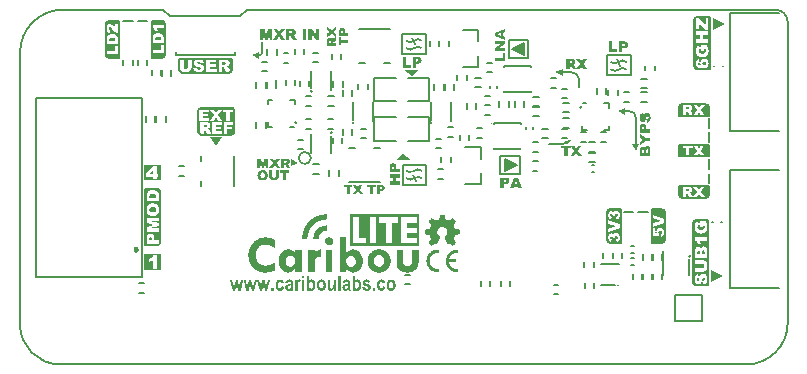
<source format=gto>
G04*
G04 #@! TF.GenerationSoftware,Altium Limited,CircuitStudio,1.5.2 (30)*
G04*
G04 Layer_Color=65535*
%FSLAX25Y25*%
%MOIN*%
G70*
G01*
G75*
%ADD48C,0.00400*%
%ADD50C,0.00800*%
%ADD51C,0.00600*%
%ADD53C,0.00500*%
%ADD95C,0.00394*%
%ADD96C,0.01575*%
%ADD97C,0.00787*%
G36*
X1264076Y782281D02*
X1254476D01*
Y786081D01*
X1264076D01*
Y782281D01*
D02*
G37*
G36*
X1263976Y768781D02*
X1254376D01*
Y772581D01*
X1263976D01*
Y768781D01*
D02*
G37*
G36*
X1264476Y797981D02*
X1259487D01*
Y814981D01*
X1264476D01*
Y797981D01*
D02*
G37*
G36*
X1196376Y810285D02*
X1195792Y810110D01*
Y808866D01*
X1196376Y808691D01*
Y807570D01*
X1192825Y808899D01*
Y810104D01*
X1196376Y811439D01*
Y810285D01*
D02*
G37*
G36*
X1264076Y725981D02*
X1259087D01*
Y747281D01*
X1264076D01*
Y725981D01*
D02*
G37*
G36*
X1081176Y739481D02*
X1076476D01*
Y757781D01*
X1081176D01*
Y739481D01*
D02*
G37*
G36*
X1104876Y796881D02*
X1087876D01*
Y801281D01*
X1104876D01*
Y796881D01*
D02*
G37*
G36*
X1234676Y739981D02*
X1230476D01*
Y751081D01*
X1234676D01*
Y739981D01*
D02*
G37*
G36*
X1263976Y755081D02*
X1254376D01*
Y758881D01*
X1263976D01*
Y755081D01*
D02*
G37*
G36*
X1249316Y740081D02*
X1245476D01*
Y751181D01*
X1249316D01*
Y740081D01*
D02*
G37*
G36*
X1196376Y806164D02*
X1194419Y804829D01*
X1196376D01*
Y803799D01*
X1192825D01*
Y804816D01*
X1194794Y806164D01*
X1192825D01*
Y807201D01*
X1196376D01*
Y806164D01*
D02*
G37*
G36*
X1161376Y761682D02*
X1159937D01*
Y760476D01*
X1161376D01*
Y759381D01*
X1157825D01*
Y760476D01*
X1159062D01*
Y761682D01*
X1157825D01*
Y762783D01*
X1161376D01*
Y761682D01*
D02*
G37*
G36*
X1159004Y766509D02*
X1159049D01*
X1159101Y766496D01*
X1159218Y766477D01*
X1159354Y766438D01*
X1159496Y766379D01*
X1159568Y766341D01*
X1159632Y766302D01*
X1159697Y766250D01*
X1159756Y766192D01*
Y766185D01*
X1159768Y766179D01*
X1159781Y766159D01*
X1159801Y766133D01*
X1159827Y766094D01*
X1159853Y766055D01*
X1159879Y766004D01*
X1159905Y765945D01*
X1159931Y765880D01*
X1159956Y765809D01*
X1159982Y765725D01*
X1160008Y765634D01*
X1160028Y765537D01*
X1160041Y765433D01*
X1160047Y765323D01*
X1160054Y765200D01*
Y764604D01*
X1161376D01*
Y763502D01*
X1157825D01*
Y765323D01*
Y765330D01*
Y765349D01*
Y765382D01*
X1157831Y765420D01*
Y765472D01*
X1157837Y765531D01*
X1157857Y765660D01*
X1157896Y765803D01*
X1157948Y765952D01*
X1158012Y766094D01*
X1158058Y766159D01*
X1158110Y766218D01*
Y766224D01*
X1158123Y766230D01*
X1158142Y766243D01*
X1158162Y766263D01*
X1158226Y766315D01*
X1158317Y766366D01*
X1158434Y766418D01*
X1158570Y766470D01*
X1158732Y766503D01*
X1158816Y766516D01*
X1158965D01*
X1159004Y766509D01*
D02*
G37*
G36*
X1147826Y757746D02*
X1148864Y756181D01*
X1147809D01*
X1147204Y757158D01*
X1146605Y756181D01*
X1145556D01*
X1146605Y757763D01*
X1145650Y759223D01*
X1146688D01*
X1147221Y758285D01*
X1147748Y759223D01*
X1148775D01*
X1147826Y757746D01*
D02*
G37*
G36*
X1153226Y758473D02*
X1152266D01*
Y756181D01*
X1151328D01*
Y758473D01*
X1150368D01*
Y759223D01*
X1153226D01*
Y758473D01*
D02*
G37*
G36*
X1155291Y759217D02*
X1155335D01*
X1155385Y759211D01*
X1155496Y759195D01*
X1155618Y759161D01*
X1155746Y759117D01*
X1155868Y759061D01*
X1155923Y759023D01*
X1155973Y758978D01*
X1155979D01*
X1155984Y758967D01*
X1155995Y758951D01*
X1156012Y758934D01*
X1156056Y758878D01*
X1156101Y758801D01*
X1156145Y758701D01*
X1156190Y758584D01*
X1156217Y758446D01*
X1156229Y758373D01*
Y758290D01*
Y758285D01*
Y758268D01*
Y758246D01*
X1156223Y758212D01*
Y758174D01*
X1156212Y758129D01*
X1156195Y758029D01*
X1156162Y757913D01*
X1156112Y757791D01*
X1156079Y757729D01*
X1156045Y757674D01*
X1156001Y757619D01*
X1155951Y757569D01*
X1155945D01*
X1155940Y757557D01*
X1155923Y757546D01*
X1155901Y757530D01*
X1155868Y757508D01*
X1155834Y757485D01*
X1155790Y757463D01*
X1155740Y757441D01*
X1155685Y757419D01*
X1155624Y757397D01*
X1155552Y757374D01*
X1155474Y757352D01*
X1155390Y757336D01*
X1155302Y757324D01*
X1155207Y757319D01*
X1155102Y757313D01*
X1154591D01*
Y756181D01*
X1153648D01*
Y759223D01*
X1155257D01*
X1155291Y759217D01*
D02*
G37*
G36*
X1236199Y807126D02*
X1236250D01*
X1236309Y807119D01*
X1236438Y807100D01*
X1236581Y807061D01*
X1236730Y807009D01*
X1236872Y806944D01*
X1236937Y806899D01*
X1236996Y806847D01*
X1237002D01*
X1237008Y806834D01*
X1237021Y806815D01*
X1237041Y806795D01*
X1237093Y806730D01*
X1237144Y806640D01*
X1237196Y806523D01*
X1237248Y806387D01*
X1237281Y806225D01*
X1237294Y806141D01*
Y806044D01*
Y806037D01*
Y806018D01*
Y805992D01*
X1237287Y805953D01*
Y805907D01*
X1237274Y805856D01*
X1237255Y805739D01*
X1237216Y805603D01*
X1237158Y805460D01*
X1237119Y805389D01*
X1237080Y805324D01*
X1237028Y805259D01*
X1236970Y805201D01*
X1236963D01*
X1236957Y805188D01*
X1236937Y805175D01*
X1236911Y805156D01*
X1236872Y805130D01*
X1236833Y805104D01*
X1236782Y805078D01*
X1236723Y805052D01*
X1236658Y805026D01*
X1236587Y805000D01*
X1236503Y804974D01*
X1236412Y804948D01*
X1236315Y804929D01*
X1236211Y804916D01*
X1236101Y804910D01*
X1235978Y804903D01*
X1235382D01*
Y803581D01*
X1234280D01*
Y807132D01*
X1236160D01*
X1236199Y807126D01*
D02*
G37*
G36*
X1196376Y800481D02*
X1192825D01*
Y801576D01*
X1195501D01*
Y803293D01*
X1196376D01*
Y800481D01*
D02*
G37*
G36*
X1232071Y804456D02*
X1233788D01*
Y803581D01*
X1230976D01*
Y807132D01*
X1232071D01*
Y804456D01*
D02*
G37*
G36*
X1163271Y799256D02*
X1164988D01*
Y798381D01*
X1162176D01*
Y801932D01*
X1163271D01*
Y799256D01*
D02*
G37*
G36*
X1167398Y801926D02*
X1167450D01*
X1167509Y801919D01*
X1167638Y801900D01*
X1167781Y801861D01*
X1167930Y801809D01*
X1168072Y801744D01*
X1168137Y801699D01*
X1168196Y801647D01*
X1168202D01*
X1168209Y801634D01*
X1168221Y801615D01*
X1168241Y801595D01*
X1168293Y801530D01*
X1168344Y801440D01*
X1168396Y801323D01*
X1168448Y801187D01*
X1168481Y801025D01*
X1168494Y800941D01*
Y800844D01*
Y800837D01*
Y800818D01*
Y800792D01*
X1168487Y800753D01*
Y800707D01*
X1168474Y800656D01*
X1168455Y800539D01*
X1168416Y800403D01*
X1168357Y800260D01*
X1168319Y800189D01*
X1168280Y800124D01*
X1168228Y800059D01*
X1168170Y800001D01*
X1168163D01*
X1168157Y799988D01*
X1168137Y799975D01*
X1168111Y799956D01*
X1168072Y799930D01*
X1168034Y799904D01*
X1167982Y799878D01*
X1167923Y799852D01*
X1167859Y799826D01*
X1167787Y799800D01*
X1167703Y799774D01*
X1167612Y799748D01*
X1167515Y799729D01*
X1167411Y799716D01*
X1167301Y799710D01*
X1167178Y799703D01*
X1166582D01*
Y798381D01*
X1165480D01*
Y801932D01*
X1167360D01*
X1167398Y801926D01*
D02*
G37*
G36*
X1171135Y731415D02*
Y731415D01*
X1171140Y731419D01*
X1171135Y731415D01*
D02*
G37*
G36*
X1157475Y731550D02*
X1157473Y731551D01*
Y731551D01*
X1157475Y731550D01*
D02*
G37*
G36*
X1151371Y731264D02*
X1151370Y731264D01*
X1151371Y731264D01*
Y731264D01*
D02*
G37*
G36*
X1166021Y730721D02*
X1166021D01*
X1166020Y730723D01*
X1166021Y730721D01*
D02*
G37*
G36*
X1157132Y731256D02*
Y731256D01*
X1157128Y731260D01*
X1157132Y731256D01*
D02*
G37*
G36*
X1157501Y731714D02*
Y731714D01*
X1157499Y731715D01*
X1157501Y731714D01*
D02*
G37*
G36*
X1178462Y732146D02*
X1178462D01*
X1178464Y732148D01*
X1178462Y732146D01*
D02*
G37*
G36*
X1157565Y731670D02*
X1157560Y731673D01*
Y731673D01*
X1157565Y731670D01*
D02*
G37*
G36*
X1151126Y731579D02*
X1151121Y731575D01*
X1151126Y731579D01*
Y731579D01*
D02*
G37*
G36*
X1157415Y731594D02*
Y731594D01*
X1157406Y731601D01*
X1157415Y731594D01*
D02*
G37*
G36*
X1166070Y730648D02*
X1166061Y730662D01*
X1166061D01*
X1166070Y730648D01*
D02*
G37*
G36*
X1081476Y760881D02*
X1076076D01*
Y766024D01*
X1081476D01*
Y760881D01*
D02*
G37*
G36*
X1105876Y780181D02*
Y776281D01*
X1094276D01*
Y780181D01*
Y784881D01*
X1105876D01*
Y780181D01*
D02*
G37*
G36*
X1081576Y730981D02*
X1076076D01*
Y736131D01*
X1081576D01*
Y730981D01*
D02*
G37*
G36*
X1082676Y801881D02*
X1078576D01*
Y813881D01*
X1082676D01*
Y801881D01*
D02*
G37*
G36*
X1067476D02*
X1063276D01*
Y813881D01*
X1067476D01*
Y801881D01*
D02*
G37*
G36*
X1138766Y730239D02*
X1136603D01*
Y737683D01*
X1138766D01*
Y730239D01*
D02*
G37*
G36*
X1165285Y730268D02*
X1165284Y730271D01*
X1165284D01*
X1165285Y730268D01*
D02*
G37*
G36*
X1146530Y730227D02*
X1146530D01*
X1146526Y730240D01*
X1146530Y730227D01*
D02*
G37*
G36*
X1268976Y728781D02*
X1264976Y726781D01*
Y730781D01*
X1268976Y728781D01*
D02*
G37*
G36*
X1146746Y730224D02*
X1146743Y730232D01*
X1146743D01*
X1146746Y730224D01*
D02*
G37*
G36*
X1145434Y758473D02*
X1144474D01*
Y756181D01*
X1143536D01*
Y758473D01*
X1142576D01*
Y759223D01*
X1145434D01*
Y758473D01*
D02*
G37*
G36*
X1112608Y724081D02*
X1111861D01*
X1111343Y726412D01*
X1110832Y724081D01*
X1110078D01*
X1109138Y727707D01*
X1109900D01*
X1110455Y725324D01*
X1110973Y727707D01*
X1111720D01*
X1112224Y725324D01*
X1112801Y727707D01*
X1113578D01*
X1112608Y724081D01*
D02*
G37*
G36*
X1117071D02*
X1116323D01*
X1115805Y726412D01*
X1115295Y724081D01*
X1114540D01*
X1113600Y727707D01*
X1114362D01*
X1114917Y725324D01*
X1115435Y727707D01*
X1116183D01*
X1116686Y725324D01*
X1117263Y727707D01*
X1118040D01*
X1117071Y724081D01*
D02*
G37*
G36*
X1108146D02*
X1107399D01*
X1106881Y726412D01*
X1106370Y724081D01*
X1105615D01*
X1104676Y727707D01*
X1105438D01*
X1105993Y725324D01*
X1106511Y727707D01*
X1107258D01*
X1107761Y725324D01*
X1108339Y727707D01*
X1109116D01*
X1108146Y724081D01*
D02*
G37*
G36*
X1152983D02*
X1152198D01*
Y725043D01*
X1152983D01*
Y724081D01*
D02*
G37*
G36*
X1139922D02*
X1139182D01*
Y724621D01*
X1139174Y724607D01*
X1139152Y724570D01*
X1139115Y724518D01*
X1139071Y724451D01*
X1139004Y724377D01*
X1138930Y724303D01*
X1138849Y724229D01*
X1138753Y724162D01*
X1138738Y724155D01*
X1138708Y724140D01*
X1138656Y724111D01*
X1138582Y724081D01*
X1138501Y724052D01*
X1138405Y724022D01*
X1138301Y724007D01*
X1138198Y724000D01*
X1138146D01*
X1138094Y724007D01*
X1138027Y724022D01*
X1137946Y724037D01*
X1137857Y724059D01*
X1137761Y724096D01*
X1137672Y724148D01*
X1137665Y724155D01*
X1137635Y724177D01*
X1137591Y724214D01*
X1137546Y724259D01*
X1137487Y724325D01*
X1137435Y724399D01*
X1137376Y724488D01*
X1137332Y724584D01*
X1137324Y724599D01*
X1137317Y724636D01*
X1137295Y724703D01*
X1137280Y724799D01*
X1137258Y724910D01*
X1137236Y725050D01*
X1137228Y725221D01*
X1137221Y725406D01*
Y727707D01*
X1138013D01*
Y726042D01*
Y726035D01*
Y726013D01*
Y725976D01*
Y725924D01*
Y725872D01*
Y725805D01*
X1138020Y725657D01*
Y725502D01*
X1138027Y725354D01*
Y725287D01*
X1138035Y725228D01*
Y725176D01*
X1138042Y725132D01*
Y725125D01*
X1138050Y725102D01*
X1138057Y725065D01*
X1138079Y725021D01*
X1138124Y724925D01*
X1138161Y724880D01*
X1138198Y724836D01*
X1138205Y724828D01*
X1138220Y724821D01*
X1138249Y724806D01*
X1138279Y724784D01*
X1138323Y724762D01*
X1138375Y724747D01*
X1138434Y724740D01*
X1138494Y724732D01*
X1138531D01*
X1138568Y724740D01*
X1138612Y724747D01*
X1138671Y724762D01*
X1138730Y724791D01*
X1138797Y724821D01*
X1138856Y724865D01*
X1138864Y724873D01*
X1138886Y724888D01*
X1138908Y724925D01*
X1138945Y724962D01*
X1138982Y725013D01*
X1139019Y725073D01*
X1139049Y725147D01*
X1139071Y725221D01*
Y725228D01*
X1139078Y725265D01*
X1139086Y725295D01*
X1139093Y725324D01*
Y725369D01*
X1139100Y725421D01*
X1139108Y725480D01*
X1139115Y725546D01*
Y725628D01*
X1139123Y725716D01*
Y725813D01*
X1139130Y725924D01*
Y726042D01*
Y726175D01*
Y727707D01*
X1139922D01*
Y724081D01*
D02*
G37*
G36*
X1127882Y727781D02*
X1127949Y727766D01*
X1128030Y727744D01*
X1128119Y727707D01*
X1128208Y727663D01*
X1128304Y727603D01*
X1128052Y726767D01*
X1128045Y726775D01*
X1128023Y726790D01*
X1127986Y726819D01*
X1127934Y726849D01*
X1127882Y726878D01*
X1127815Y726908D01*
X1127756Y726923D01*
X1127690Y726930D01*
X1127660D01*
X1127630Y726923D01*
X1127593Y726915D01*
X1127549Y726900D01*
X1127497Y726878D01*
X1127453Y726849D01*
X1127401Y726804D01*
X1127394Y726797D01*
X1127379Y726782D01*
X1127357Y726753D01*
X1127334Y726708D01*
X1127305Y726649D01*
X1127275Y726568D01*
X1127246Y726479D01*
X1127223Y726368D01*
Y726353D01*
X1127216Y726331D01*
Y726308D01*
X1127209Y726271D01*
Y726220D01*
X1127201Y726168D01*
Y726101D01*
X1127194Y726027D01*
X1127186Y725946D01*
Y725850D01*
X1127179Y725739D01*
Y725620D01*
X1127172Y725494D01*
Y725354D01*
Y725199D01*
Y724081D01*
X1126380D01*
Y727707D01*
X1127112D01*
Y727197D01*
X1127120Y727204D01*
X1127142Y727248D01*
X1127179Y727308D01*
X1127223Y727389D01*
X1127275Y727463D01*
X1127334Y727544D01*
X1127386Y727618D01*
X1127445Y727670D01*
X1127453Y727677D01*
X1127475Y727692D01*
X1127505Y727707D01*
X1127542Y727729D01*
X1127593Y727751D01*
X1127653Y727774D01*
X1127719Y727781D01*
X1127786Y727788D01*
X1127830D01*
X1127882Y727781D01*
D02*
G37*
G36*
X1129436Y728195D02*
X1128644D01*
Y729083D01*
X1129436D01*
Y728195D01*
D02*
G37*
G36*
X1150245Y727781D02*
X1150297Y727774D01*
X1150430Y727759D01*
X1150570Y727729D01*
X1150718Y727692D01*
X1150859Y727633D01*
X1150985Y727559D01*
X1151000Y727552D01*
X1151037Y727515D01*
X1151088Y727463D01*
X1151155Y727382D01*
X1151229Y727278D01*
X1151303Y727152D01*
X1151370Y727004D01*
X1151421Y726826D01*
X1150681Y726664D01*
Y726671D01*
X1150674Y726686D01*
X1150667Y726701D01*
X1150659Y726730D01*
X1150622Y726804D01*
X1150570Y726886D01*
X1150496Y726960D01*
X1150400Y727034D01*
X1150341Y727063D01*
X1150267Y727078D01*
X1150193Y727093D01*
X1150112Y727100D01*
X1150067D01*
X1150015Y727093D01*
X1149949D01*
X1149816Y727063D01*
X1149749Y727041D01*
X1149697Y727011D01*
X1149690D01*
X1149682Y726997D01*
X1149638Y726952D01*
X1149601Y726886D01*
X1149586Y726841D01*
X1149579Y726797D01*
Y726790D01*
Y726775D01*
X1149586Y726753D01*
X1149594Y726730D01*
X1149608Y726693D01*
X1149623Y726664D01*
X1149653Y726627D01*
X1149690Y726597D01*
X1149697D01*
X1149719Y726582D01*
X1149756Y726560D01*
X1149816Y726538D01*
X1149860Y726523D01*
X1149912Y726501D01*
X1149964Y726479D01*
X1150030Y726456D01*
X1150104Y726434D01*
X1150186Y726412D01*
X1150282Y726382D01*
X1150385Y726353D01*
X1150393D01*
X1150415Y726345D01*
X1150445Y726331D01*
X1150489Y726323D01*
X1150548Y726301D01*
X1150607Y726279D01*
X1150748Y726227D01*
X1150896Y726160D01*
X1151044Y726087D01*
X1151177Y726005D01*
X1151229Y725953D01*
X1151281Y725909D01*
X1151288Y725894D01*
X1151318Y725857D01*
X1151355Y725805D01*
X1151399Y725724D01*
X1151444Y725620D01*
X1151481Y725502D01*
X1151510Y725361D01*
X1151518Y725206D01*
Y725199D01*
Y725184D01*
Y725154D01*
X1151510Y725117D01*
Y725073D01*
X1151495Y725021D01*
X1151473Y724902D01*
X1151429Y724762D01*
X1151362Y724621D01*
X1151325Y724547D01*
X1151273Y724473D01*
X1151222Y724407D01*
X1151155Y724340D01*
X1151148D01*
X1151140Y724325D01*
X1151118Y724310D01*
X1151088Y724288D01*
X1151051Y724259D01*
X1151007Y724229D01*
X1150955Y724199D01*
X1150896Y724170D01*
X1150755Y724111D01*
X1150585Y724052D01*
X1150385Y724015D01*
X1150282Y724007D01*
X1150163Y724000D01*
X1150112D01*
X1150067Y724007D01*
X1150015D01*
X1149964Y724015D01*
X1149830Y724037D01*
X1149682Y724066D01*
X1149520Y724118D01*
X1149364Y724185D01*
X1149216Y724281D01*
X1149209D01*
X1149201Y724296D01*
X1149157Y724333D01*
X1149098Y724399D01*
X1149024Y724496D01*
X1148942Y724614D01*
X1148861Y724754D01*
X1148794Y724925D01*
X1148743Y725117D01*
X1149534Y725265D01*
Y725258D01*
X1149542Y725243D01*
X1149549Y725213D01*
X1149557Y725176D01*
X1149594Y725087D01*
X1149653Y724984D01*
X1149727Y724873D01*
X1149779Y724828D01*
X1149838Y724784D01*
X1149904Y724747D01*
X1149986Y724718D01*
X1150067Y724703D01*
X1150163Y724695D01*
X1150208D01*
X1150260Y724703D01*
X1150319Y724710D01*
X1150459Y724740D01*
X1150526Y724762D01*
X1150585Y724799D01*
X1150593Y724806D01*
X1150607Y724821D01*
X1150630Y724843D01*
X1150659Y724880D01*
X1150681Y724917D01*
X1150704Y724969D01*
X1150718Y725021D01*
X1150726Y725087D01*
Y725095D01*
Y725110D01*
X1150718Y725154D01*
X1150696Y725213D01*
X1150659Y725273D01*
X1150644Y725287D01*
X1150630Y725295D01*
X1150600Y725310D01*
X1150570Y725332D01*
X1150526Y725354D01*
X1150474Y725369D01*
X1150408Y725391D01*
X1150400D01*
X1150363Y725406D01*
X1150319Y725413D01*
X1150252Y725435D01*
X1150171Y725457D01*
X1150082Y725487D01*
X1149986Y725517D01*
X1149890Y725546D01*
X1149675Y725628D01*
X1149475Y725709D01*
X1149379Y725746D01*
X1149298Y725791D01*
X1149231Y725835D01*
X1149172Y725879D01*
X1149157Y725894D01*
X1149120Y725931D01*
X1149068Y725998D01*
X1149009Y726087D01*
X1148950Y726197D01*
X1148898Y726338D01*
X1148861Y726494D01*
X1148854Y726582D01*
X1148846Y726671D01*
Y726679D01*
Y726693D01*
Y726723D01*
X1148854Y726753D01*
Y726797D01*
X1148861Y726849D01*
X1148883Y726960D01*
X1148928Y727093D01*
X1148979Y727226D01*
X1149061Y727359D01*
X1149105Y727419D01*
X1149164Y727478D01*
X1149172Y727485D01*
X1149179Y727493D01*
X1149201Y727507D01*
X1149224Y727529D01*
X1149298Y727574D01*
X1149401Y727633D01*
X1149534Y727692D01*
X1149697Y727737D01*
X1149882Y727774D01*
X1150097Y727788D01*
X1150193D01*
X1150245Y727781D01*
D02*
G37*
G36*
X1121385D02*
X1121429D01*
X1121481Y727774D01*
X1121599Y727751D01*
X1121733Y727722D01*
X1121881Y727670D01*
X1122014Y727603D01*
X1122147Y727507D01*
X1122154D01*
X1122162Y727493D01*
X1122199Y727456D01*
X1122258Y727389D01*
X1122332Y727293D01*
X1122413Y727174D01*
X1122487Y727026D01*
X1122532Y726937D01*
X1122561Y726841D01*
X1122598Y726745D01*
X1122628Y726634D01*
X1121851Y726464D01*
Y726471D01*
X1121844Y726486D01*
Y726516D01*
X1121829Y726553D01*
X1121799Y726642D01*
X1121747Y726753D01*
X1121681Y726856D01*
X1121585Y726945D01*
X1121525Y726982D01*
X1121466Y727011D01*
X1121392Y727026D01*
X1121311Y727034D01*
X1121266D01*
X1121207Y727019D01*
X1121148Y727004D01*
X1121074Y726974D01*
X1120993Y726930D01*
X1120919Y726863D01*
X1120845Y726782D01*
X1120837Y726767D01*
X1120815Y726738D01*
X1120785Y726671D01*
X1120756Y726590D01*
X1120726Y726471D01*
X1120711Y726405D01*
X1120697Y726331D01*
X1120682Y726249D01*
X1120674Y726160D01*
X1120667Y726057D01*
Y725953D01*
Y725946D01*
Y725924D01*
Y725894D01*
Y725850D01*
X1120674Y725798D01*
Y725739D01*
X1120689Y725598D01*
X1120711Y725450D01*
X1120741Y725295D01*
X1120778Y725162D01*
X1120808Y725095D01*
X1120837Y725043D01*
X1120845Y725036D01*
X1120867Y725006D01*
X1120911Y724962D01*
X1120963Y724917D01*
X1121030Y724865D01*
X1121118Y724828D01*
X1121207Y724799D01*
X1121318Y724784D01*
X1121355D01*
X1121392Y724791D01*
X1121444Y724806D01*
X1121496Y724821D01*
X1121562Y724843D01*
X1121622Y724880D01*
X1121673Y724932D01*
X1121681Y724939D01*
X1121696Y724962D01*
X1121725Y724999D01*
X1121755Y725058D01*
X1121792Y725132D01*
X1121829Y725221D01*
X1121858Y725339D01*
X1121888Y725472D01*
X1122665Y725310D01*
Y725295D01*
X1122650Y725250D01*
X1122635Y725191D01*
X1122606Y725102D01*
X1122576Y725006D01*
X1122532Y724895D01*
X1122473Y724777D01*
X1122399Y724658D01*
X1122317Y724533D01*
X1122221Y724414D01*
X1122110Y724303D01*
X1121984Y724207D01*
X1121836Y724118D01*
X1121673Y724059D01*
X1121488Y724015D01*
X1121392Y724007D01*
X1121289Y724000D01*
X1121259D01*
X1121222Y724007D01*
X1121170D01*
X1121111Y724015D01*
X1121037Y724029D01*
X1120882Y724066D01*
X1120793Y724096D01*
X1120704Y724133D01*
X1120615Y724177D01*
X1120526Y724229D01*
X1120438Y724296D01*
X1120356Y724370D01*
X1120275Y724451D01*
X1120208Y724547D01*
Y724555D01*
X1120193Y724570D01*
X1120179Y724607D01*
X1120156Y724644D01*
X1120127Y724703D01*
X1120097Y724762D01*
X1120068Y724836D01*
X1120038Y724925D01*
X1120001Y725013D01*
X1119971Y725117D01*
X1119942Y725228D01*
X1119912Y725347D01*
X1119875Y725598D01*
X1119868Y725739D01*
X1119860Y725879D01*
Y725887D01*
Y725924D01*
Y725968D01*
X1119868Y726035D01*
X1119875Y726109D01*
X1119883Y726197D01*
X1119890Y726301D01*
X1119912Y726405D01*
X1119957Y726634D01*
X1120023Y726871D01*
X1120068Y726989D01*
X1120127Y727100D01*
X1120186Y727204D01*
X1120253Y727300D01*
X1120260Y727308D01*
X1120275Y727322D01*
X1120297Y727345D01*
X1120327Y727374D01*
X1120364Y727411D01*
X1120415Y727456D01*
X1120467Y727500D01*
X1120534Y727544D01*
X1120608Y727589D01*
X1120682Y727633D01*
X1120859Y727714D01*
X1120963Y727744D01*
X1121067Y727766D01*
X1121178Y727781D01*
X1121296Y727788D01*
X1121348D01*
X1121385Y727781D01*
D02*
G37*
G36*
X1155144D02*
X1155188D01*
X1155240Y727774D01*
X1155358Y727751D01*
X1155491Y727722D01*
X1155639Y727670D01*
X1155773Y727603D01*
X1155906Y727507D01*
X1155913D01*
X1155921Y727493D01*
X1155958Y727456D01*
X1156017Y727389D01*
X1156091Y727293D01*
X1156172Y727174D01*
X1156246Y727026D01*
X1156291Y726937D01*
X1156320Y726841D01*
X1156357Y726745D01*
X1156387Y726634D01*
X1155610Y726464D01*
Y726471D01*
X1155602Y726486D01*
Y726516D01*
X1155588Y726553D01*
X1155558Y726642D01*
X1155506Y726753D01*
X1155440Y726856D01*
X1155343Y726945D01*
X1155284Y726982D01*
X1155225Y727011D01*
X1155151Y727026D01*
X1155070Y727034D01*
X1155025D01*
X1154966Y727019D01*
X1154907Y727004D01*
X1154833Y726974D01*
X1154751Y726930D01*
X1154677Y726863D01*
X1154603Y726782D01*
X1154596Y726767D01*
X1154574Y726738D01*
X1154544Y726671D01*
X1154515Y726590D01*
X1154485Y726471D01*
X1154470Y726405D01*
X1154455Y726331D01*
X1154441Y726249D01*
X1154433Y726160D01*
X1154426Y726057D01*
Y725953D01*
Y725946D01*
Y725924D01*
Y725894D01*
Y725850D01*
X1154433Y725798D01*
Y725739D01*
X1154448Y725598D01*
X1154470Y725450D01*
X1154500Y725295D01*
X1154537Y725162D01*
X1154566Y725095D01*
X1154596Y725043D01*
X1154603Y725036D01*
X1154626Y725006D01*
X1154670Y724962D01*
X1154722Y724917D01*
X1154788Y724865D01*
X1154877Y724828D01*
X1154966Y724799D01*
X1155077Y724784D01*
X1155114D01*
X1155151Y724791D01*
X1155203Y724806D01*
X1155255Y724821D01*
X1155321Y724843D01*
X1155380Y724880D01*
X1155432Y724932D01*
X1155440Y724939D01*
X1155454Y724962D01*
X1155484Y724999D01*
X1155514Y725058D01*
X1155551Y725132D01*
X1155588Y725221D01*
X1155617Y725339D01*
X1155647Y725472D01*
X1156424Y725310D01*
Y725295D01*
X1156409Y725250D01*
X1156394Y725191D01*
X1156365Y725102D01*
X1156335Y725006D01*
X1156291Y724895D01*
X1156231Y724777D01*
X1156157Y724658D01*
X1156076Y724533D01*
X1155980Y724414D01*
X1155869Y724303D01*
X1155743Y724207D01*
X1155595Y724118D01*
X1155432Y724059D01*
X1155247Y724015D01*
X1155151Y724007D01*
X1155047Y724000D01*
X1155018D01*
X1154981Y724007D01*
X1154929D01*
X1154870Y724015D01*
X1154796Y724029D01*
X1154640Y724066D01*
X1154552Y724096D01*
X1154463Y724133D01*
X1154374Y724177D01*
X1154285Y724229D01*
X1154196Y724296D01*
X1154115Y724370D01*
X1154034Y724451D01*
X1153967Y724547D01*
Y724555D01*
X1153952Y724570D01*
X1153937Y724607D01*
X1153915Y724644D01*
X1153886Y724703D01*
X1153856Y724762D01*
X1153826Y724836D01*
X1153797Y724925D01*
X1153760Y725013D01*
X1153730Y725117D01*
X1153701Y725228D01*
X1153671Y725347D01*
X1153634Y725598D01*
X1153627Y725739D01*
X1153619Y725879D01*
Y725887D01*
Y725924D01*
Y725968D01*
X1153627Y726035D01*
X1153634Y726109D01*
X1153641Y726197D01*
X1153649Y726301D01*
X1153671Y726405D01*
X1153715Y726634D01*
X1153782Y726871D01*
X1153826Y726989D01*
X1153886Y727100D01*
X1153945Y727204D01*
X1154011Y727300D01*
X1154019Y727308D01*
X1154034Y727322D01*
X1154056Y727345D01*
X1154085Y727374D01*
X1154122Y727411D01*
X1154174Y727456D01*
X1154226Y727500D01*
X1154293Y727544D01*
X1154367Y727589D01*
X1154441Y727633D01*
X1154618Y727714D01*
X1154722Y727744D01*
X1154825Y727766D01*
X1154936Y727781D01*
X1155055Y727788D01*
X1155107D01*
X1155144Y727781D01*
D02*
G37*
G36*
X1143659D02*
X1143770Y727774D01*
X1143888Y727751D01*
X1144014Y727729D01*
X1144140Y727692D01*
X1144243Y727648D01*
X1144258Y727640D01*
X1144288Y727626D01*
X1144332Y727589D01*
X1144391Y727544D01*
X1144451Y727493D01*
X1144517Y727426D01*
X1144576Y727352D01*
X1144621Y727263D01*
X1144628Y727248D01*
X1144643Y727219D01*
X1144658Y727152D01*
X1144673Y727115D01*
X1144680Y727063D01*
X1144695Y727011D01*
X1144702Y726945D01*
X1144710Y726878D01*
X1144724Y726797D01*
X1144732Y726708D01*
Y726612D01*
X1144739Y726508D01*
Y726390D01*
X1144732Y725273D01*
Y725265D01*
Y725250D01*
Y725228D01*
Y725199D01*
Y725110D01*
X1144739Y725006D01*
Y724895D01*
X1144747Y724777D01*
X1144754Y724666D01*
X1144769Y724570D01*
Y724562D01*
X1144776Y724533D01*
X1144784Y724481D01*
X1144798Y724422D01*
X1144821Y724347D01*
X1144843Y724266D01*
X1144872Y724177D01*
X1144909Y724081D01*
X1144132D01*
X1144029Y724473D01*
X1144021Y724466D01*
X1143992Y724436D01*
X1143955Y724392D01*
X1143896Y724340D01*
X1143829Y724281D01*
X1143755Y724222D01*
X1143674Y724170D01*
X1143592Y724118D01*
X1143585Y724111D01*
X1143555Y724103D01*
X1143503Y724081D01*
X1143444Y724059D01*
X1143370Y724037D01*
X1143289Y724022D01*
X1143200Y724007D01*
X1143104Y724000D01*
X1143059D01*
X1143030Y724007D01*
X1142948Y724015D01*
X1142852Y724037D01*
X1142741Y724074D01*
X1142623Y724118D01*
X1142504Y724192D01*
X1142393Y724288D01*
X1142379Y724303D01*
X1142349Y724340D01*
X1142305Y724407D01*
X1142260Y724496D01*
X1142208Y724607D01*
X1142164Y724740D01*
X1142134Y724895D01*
X1142120Y725065D01*
Y725080D01*
Y725117D01*
X1142127Y725176D01*
X1142134Y725250D01*
X1142149Y725332D01*
X1142164Y725421D01*
X1142194Y725509D01*
X1142231Y725598D01*
X1142238Y725605D01*
X1142253Y725635D01*
X1142275Y725679D01*
X1142312Y725731D01*
X1142356Y725791D01*
X1142408Y725850D01*
X1142467Y725909D01*
X1142541Y725961D01*
X1142549Y725968D01*
X1142578Y725983D01*
X1142630Y726013D01*
X1142704Y726042D01*
X1142793Y726087D01*
X1142904Y726124D01*
X1143045Y726168D01*
X1143200Y726212D01*
X1143207D01*
X1143222Y726220D01*
X1143252Y726227D01*
X1143289Y726234D01*
X1143333Y726242D01*
X1143385Y726257D01*
X1143503Y726286D01*
X1143629Y726323D01*
X1143755Y726368D01*
X1143873Y726405D01*
X1143925Y726427D01*
X1143970Y726449D01*
Y726464D01*
Y726494D01*
Y726545D01*
X1143962Y726612D01*
Y726671D01*
X1143955Y726738D01*
X1143940Y726790D01*
X1143925Y726834D01*
Y726841D01*
X1143918Y726849D01*
X1143888Y726893D01*
X1143836Y726937D01*
X1143762Y726989D01*
X1143755D01*
X1143740Y726997D01*
X1143718Y727011D01*
X1143681Y727026D01*
X1143637Y727034D01*
X1143585Y727048D01*
X1143518Y727056D01*
X1143407D01*
X1143370Y727048D01*
X1143326Y727041D01*
X1143215Y727019D01*
X1143163Y726989D01*
X1143111Y726960D01*
X1143104Y726952D01*
X1143089Y726937D01*
X1143067Y726915D01*
X1143045Y726878D01*
X1143015Y726834D01*
X1142978Y726767D01*
X1142948Y726693D01*
X1142919Y726605D01*
X1142208Y726753D01*
Y726760D01*
X1142216Y726775D01*
X1142223Y726804D01*
X1142231Y726841D01*
X1142245Y726886D01*
X1142268Y726937D01*
X1142312Y727056D01*
X1142364Y727189D01*
X1142438Y727315D01*
X1142527Y727441D01*
X1142630Y727544D01*
X1142645Y727552D01*
X1142689Y727581D01*
X1142756Y727618D01*
X1142852Y727670D01*
X1142971Y727714D01*
X1143119Y727751D01*
X1143296Y727781D01*
X1143489Y727788D01*
X1143570D01*
X1143659Y727781D01*
D02*
G37*
G36*
X1135193D02*
X1135252Y727774D01*
X1135326Y727759D01*
X1135400Y727744D01*
X1135482Y727722D01*
X1135571Y727692D01*
X1135667Y727648D01*
X1135756Y727603D01*
X1135852Y727552D01*
X1135948Y727485D01*
X1136037Y727411D01*
X1136118Y727322D01*
X1136200Y727226D01*
X1136207Y727219D01*
X1136214Y727204D01*
X1136237Y727167D01*
X1136266Y727130D01*
X1136296Y727071D01*
X1136333Y727011D01*
X1136370Y726937D01*
X1136407Y726849D01*
X1136444Y726760D01*
X1136481Y726656D01*
X1136518Y726553D01*
X1136547Y726434D01*
X1136599Y726183D01*
X1136607Y726050D01*
X1136614Y725909D01*
Y725902D01*
Y725887D01*
Y725857D01*
Y725813D01*
X1136607Y725768D01*
Y725709D01*
X1136584Y725576D01*
X1136562Y725421D01*
X1136525Y725250D01*
X1136473Y725073D01*
X1136399Y724902D01*
Y724895D01*
X1136392Y724880D01*
X1136377Y724858D01*
X1136362Y724828D01*
X1136311Y724747D01*
X1136251Y724651D01*
X1136170Y724540D01*
X1136074Y724422D01*
X1135963Y724318D01*
X1135837Y724222D01*
X1135830D01*
X1135822Y724214D01*
X1135778Y724185D01*
X1135704Y724155D01*
X1135615Y724111D01*
X1135497Y724074D01*
X1135371Y724037D01*
X1135230Y724007D01*
X1135075Y724000D01*
X1135008D01*
X1134964Y724007D01*
X1134912Y724015D01*
X1134845Y724029D01*
X1134771Y724044D01*
X1134690Y724066D01*
X1134520Y724125D01*
X1134431Y724162D01*
X1134335Y724214D01*
X1134246Y724273D01*
X1134150Y724340D01*
X1134061Y724414D01*
X1133980Y724503D01*
X1133972Y724510D01*
X1133957Y724525D01*
X1133943Y724555D01*
X1133913Y724599D01*
X1133876Y724651D01*
X1133839Y724710D01*
X1133802Y724784D01*
X1133765Y724873D01*
X1133721Y724969D01*
X1133684Y725073D01*
X1133647Y725191D01*
X1133610Y725324D01*
X1133580Y725457D01*
X1133565Y725613D01*
X1133550Y725768D01*
X1133543Y725939D01*
Y725946D01*
Y725961D01*
Y725990D01*
Y726027D01*
X1133550Y726079D01*
X1133558Y726131D01*
X1133573Y726257D01*
X1133595Y726412D01*
X1133632Y726575D01*
X1133684Y726738D01*
X1133750Y726908D01*
Y726915D01*
X1133758Y726930D01*
X1133772Y726952D01*
X1133787Y726982D01*
X1133839Y727056D01*
X1133898Y727152D01*
X1133980Y727263D01*
X1134076Y727367D01*
X1134187Y727478D01*
X1134305Y727566D01*
X1134313D01*
X1134320Y727574D01*
X1134364Y727603D01*
X1134438Y727640D01*
X1134527Y727677D01*
X1134646Y727722D01*
X1134771Y727751D01*
X1134919Y727781D01*
X1135075Y727788D01*
X1135141D01*
X1135193Y727781D01*
D02*
G37*
G36*
X1146271Y727278D02*
X1146278Y727293D01*
X1146301Y727322D01*
X1146338Y727367D01*
X1146389Y727419D01*
X1146449Y727478D01*
X1146515Y727544D01*
X1146582Y727603D01*
X1146663Y727655D01*
X1146671Y727663D01*
X1146700Y727677D01*
X1146745Y727700D01*
X1146804Y727722D01*
X1146870Y727744D01*
X1146952Y727766D01*
X1147041Y727781D01*
X1147129Y727788D01*
X1147181D01*
X1147218Y727781D01*
X1147263Y727774D01*
X1147314Y727766D01*
X1147440Y727729D01*
X1147581Y727670D01*
X1147647Y727633D01*
X1147729Y727589D01*
X1147803Y727529D01*
X1147877Y727463D01*
X1147951Y727389D01*
X1148017Y727308D01*
X1148025Y727300D01*
X1148032Y727285D01*
X1148054Y727256D01*
X1148077Y727219D01*
X1148099Y727167D01*
X1148136Y727108D01*
X1148165Y727041D01*
X1148202Y726952D01*
X1148232Y726863D01*
X1148269Y726760D01*
X1148299Y726642D01*
X1148321Y726516D01*
X1148350Y726382D01*
X1148365Y726234D01*
X1148373Y726079D01*
X1148380Y725909D01*
Y725902D01*
Y725872D01*
Y725820D01*
X1148373Y725761D01*
X1148365Y725679D01*
X1148358Y725591D01*
X1148350Y725494D01*
X1148336Y725391D01*
X1148291Y725162D01*
X1148225Y724925D01*
X1148180Y724814D01*
X1148128Y724695D01*
X1148069Y724592D01*
X1148003Y724496D01*
X1147995Y724488D01*
X1147988Y724473D01*
X1147966Y724451D01*
X1147936Y724422D01*
X1147862Y724340D01*
X1147758Y724251D01*
X1147625Y724155D01*
X1147485Y724081D01*
X1147403Y724044D01*
X1147314Y724022D01*
X1147226Y724007D01*
X1147137Y724000D01*
X1147092D01*
X1147041Y724007D01*
X1146974Y724022D01*
X1146900Y724037D01*
X1146811Y724066D01*
X1146722Y724103D01*
X1146626Y724155D01*
X1146619Y724162D01*
X1146589Y724185D01*
X1146537Y724222D01*
X1146486Y724273D01*
X1146419Y724333D01*
X1146345Y724414D01*
X1146278Y724503D01*
X1146212Y724607D01*
Y724081D01*
X1145479D01*
Y729083D01*
X1146271D01*
Y727278D01*
D02*
G37*
G36*
X1130990D02*
X1130997Y727293D01*
X1131020Y727322D01*
X1131057Y727367D01*
X1131108Y727419D01*
X1131168Y727478D01*
X1131234Y727544D01*
X1131301Y727603D01*
X1131382Y727655D01*
X1131390Y727663D01*
X1131419Y727677D01*
X1131464Y727700D01*
X1131523Y727722D01*
X1131589Y727744D01*
X1131671Y727766D01*
X1131760Y727781D01*
X1131848Y727788D01*
X1131900D01*
X1131937Y727781D01*
X1131982Y727774D01*
X1132033Y727766D01*
X1132159Y727729D01*
X1132300Y727670D01*
X1132366Y727633D01*
X1132448Y727589D01*
X1132522Y727529D01*
X1132596Y727463D01*
X1132670Y727389D01*
X1132736Y727308D01*
X1132744Y727300D01*
X1132751Y727285D01*
X1132773Y727256D01*
X1132796Y727219D01*
X1132818Y727167D01*
X1132855Y727108D01*
X1132884Y727041D01*
X1132921Y726952D01*
X1132951Y726863D01*
X1132988Y726760D01*
X1133018Y726642D01*
X1133040Y726516D01*
X1133069Y726382D01*
X1133084Y726234D01*
X1133092Y726079D01*
X1133099Y725909D01*
Y725902D01*
Y725872D01*
Y725820D01*
X1133092Y725761D01*
X1133084Y725679D01*
X1133077Y725591D01*
X1133069Y725494D01*
X1133055Y725391D01*
X1133010Y725162D01*
X1132944Y724925D01*
X1132899Y724814D01*
X1132847Y724695D01*
X1132788Y724592D01*
X1132722Y724496D01*
X1132714Y724488D01*
X1132707Y724473D01*
X1132685Y724451D01*
X1132655Y724422D01*
X1132581Y724340D01*
X1132477Y724251D01*
X1132344Y724155D01*
X1132204Y724081D01*
X1132122Y724044D01*
X1132033Y724022D01*
X1131945Y724007D01*
X1131856Y724000D01*
X1131811D01*
X1131760Y724007D01*
X1131693Y724022D01*
X1131619Y724037D01*
X1131530Y724066D01*
X1131441Y724103D01*
X1131345Y724155D01*
X1131338Y724162D01*
X1131308Y724185D01*
X1131256Y724222D01*
X1131205Y724273D01*
X1131138Y724333D01*
X1131064Y724414D01*
X1130997Y724503D01*
X1130931Y724607D01*
Y724081D01*
X1130198D01*
Y729083D01*
X1130990D01*
Y727278D01*
D02*
G37*
G36*
X1141783Y807679D02*
X1144076D01*
Y806741D01*
X1141783D01*
Y805781D01*
X1141034D01*
Y808639D01*
X1141783D01*
Y807679D01*
D02*
G37*
G36*
X1142044Y811636D02*
X1142083D01*
X1142128Y811625D01*
X1142227Y811609D01*
X1142344Y811575D01*
X1142466Y811525D01*
X1142527Y811492D01*
X1142583Y811459D01*
X1142638Y811414D01*
X1142688Y811364D01*
Y811359D01*
X1142699Y811353D01*
X1142710Y811337D01*
X1142727Y811314D01*
X1142749Y811281D01*
X1142771Y811248D01*
X1142793Y811203D01*
X1142816Y811154D01*
X1142838Y811098D01*
X1142860Y811037D01*
X1142882Y810965D01*
X1142904Y810887D01*
X1142921Y810804D01*
X1142932Y810715D01*
X1142938Y810621D01*
X1142943Y810515D01*
Y810005D01*
X1144076D01*
Y809061D01*
X1141034D01*
Y810621D01*
Y810626D01*
Y810643D01*
Y810671D01*
X1141040Y810704D01*
Y810748D01*
X1141045Y810798D01*
X1141062Y810909D01*
X1141095Y811031D01*
X1141140Y811159D01*
X1141195Y811281D01*
X1141234Y811337D01*
X1141278Y811387D01*
Y811392D01*
X1141290Y811398D01*
X1141306Y811409D01*
X1141323Y811425D01*
X1141378Y811470D01*
X1141456Y811514D01*
X1141556Y811559D01*
X1141672Y811603D01*
X1141811Y811631D01*
X1141883Y811642D01*
X1142011D01*
X1142044Y811636D01*
D02*
G37*
G36*
X1129436Y724081D02*
X1128644D01*
Y727707D01*
X1129436D01*
Y724081D01*
D02*
G37*
G36*
X1141528D02*
X1140736D01*
Y729083D01*
X1141528D01*
Y724081D01*
D02*
G37*
G36*
X1124559Y727781D02*
X1124670Y727774D01*
X1124789Y727751D01*
X1124915Y727729D01*
X1125040Y727692D01*
X1125144Y727648D01*
X1125159Y727640D01*
X1125188Y727626D01*
X1125233Y727589D01*
X1125292Y727544D01*
X1125351Y727493D01*
X1125418Y727426D01*
X1125477Y727352D01*
X1125521Y727263D01*
X1125529Y727248D01*
X1125544Y727219D01*
X1125558Y727152D01*
X1125573Y727115D01*
X1125581Y727063D01*
X1125595Y727011D01*
X1125603Y726945D01*
X1125610Y726878D01*
X1125625Y726797D01*
X1125632Y726708D01*
Y726612D01*
X1125640Y726508D01*
Y726390D01*
X1125632Y725273D01*
Y725265D01*
Y725250D01*
Y725228D01*
Y725199D01*
Y725110D01*
X1125640Y725006D01*
Y724895D01*
X1125647Y724777D01*
X1125655Y724666D01*
X1125669Y724570D01*
Y724562D01*
X1125677Y724533D01*
X1125684Y724481D01*
X1125699Y724422D01*
X1125721Y724347D01*
X1125743Y724266D01*
X1125773Y724177D01*
X1125810Y724081D01*
X1125033D01*
X1124929Y724473D01*
X1124922Y724466D01*
X1124892Y724436D01*
X1124855Y724392D01*
X1124796Y724340D01*
X1124730Y724281D01*
X1124656Y724222D01*
X1124574Y724170D01*
X1124493Y724118D01*
X1124485Y724111D01*
X1124456Y724103D01*
X1124404Y724081D01*
X1124345Y724059D01*
X1124271Y724037D01*
X1124189Y724022D01*
X1124101Y724007D01*
X1124004Y724000D01*
X1123960D01*
X1123930Y724007D01*
X1123849Y724015D01*
X1123753Y724037D01*
X1123642Y724074D01*
X1123523Y724118D01*
X1123405Y724192D01*
X1123294Y724288D01*
X1123279Y724303D01*
X1123250Y724340D01*
X1123205Y724407D01*
X1123161Y724496D01*
X1123109Y724607D01*
X1123065Y724740D01*
X1123035Y724895D01*
X1123020Y725065D01*
Y725080D01*
Y725117D01*
X1123028Y725176D01*
X1123035Y725250D01*
X1123050Y725332D01*
X1123065Y725421D01*
X1123094Y725509D01*
X1123131Y725598D01*
X1123139Y725605D01*
X1123153Y725635D01*
X1123176Y725679D01*
X1123213Y725731D01*
X1123257Y725791D01*
X1123309Y725850D01*
X1123368Y725909D01*
X1123442Y725961D01*
X1123449Y725968D01*
X1123479Y725983D01*
X1123531Y726013D01*
X1123605Y726042D01*
X1123694Y726087D01*
X1123805Y726124D01*
X1123945Y726168D01*
X1124101Y726212D01*
X1124108D01*
X1124123Y726220D01*
X1124152Y726227D01*
X1124189Y726234D01*
X1124234Y726242D01*
X1124286Y726257D01*
X1124404Y726286D01*
X1124530Y726323D01*
X1124656Y726368D01*
X1124774Y726405D01*
X1124826Y726427D01*
X1124870Y726449D01*
Y726464D01*
Y726494D01*
Y726545D01*
X1124863Y726612D01*
Y726671D01*
X1124855Y726738D01*
X1124841Y726790D01*
X1124826Y726834D01*
Y726841D01*
X1124818Y726849D01*
X1124789Y726893D01*
X1124737Y726937D01*
X1124663Y726989D01*
X1124656D01*
X1124641Y726997D01*
X1124619Y727011D01*
X1124582Y727026D01*
X1124537Y727034D01*
X1124485Y727048D01*
X1124419Y727056D01*
X1124308D01*
X1124271Y727048D01*
X1124226Y727041D01*
X1124115Y727019D01*
X1124064Y726989D01*
X1124012Y726960D01*
X1124004Y726952D01*
X1123990Y726937D01*
X1123967Y726915D01*
X1123945Y726878D01*
X1123916Y726834D01*
X1123879Y726767D01*
X1123849Y726693D01*
X1123819Y726605D01*
X1123109Y726753D01*
Y726760D01*
X1123116Y726775D01*
X1123124Y726804D01*
X1123131Y726841D01*
X1123146Y726886D01*
X1123168Y726937D01*
X1123213Y727056D01*
X1123264Y727189D01*
X1123338Y727315D01*
X1123427Y727441D01*
X1123531Y727544D01*
X1123546Y727552D01*
X1123590Y727581D01*
X1123657Y727618D01*
X1123753Y727670D01*
X1123871Y727714D01*
X1124019Y727751D01*
X1124197Y727781D01*
X1124389Y727788D01*
X1124471D01*
X1124559Y727781D01*
D02*
G37*
G36*
X1158444D02*
X1158503Y727774D01*
X1158577Y727759D01*
X1158651Y727744D01*
X1158733Y727722D01*
X1158821Y727692D01*
X1158918Y727648D01*
X1159006Y727603D01*
X1159103Y727552D01*
X1159199Y727485D01*
X1159288Y727411D01*
X1159369Y727322D01*
X1159450Y727226D01*
X1159458Y727219D01*
X1159465Y727204D01*
X1159487Y727167D01*
X1159517Y727130D01*
X1159547Y727071D01*
X1159584Y727011D01*
X1159621Y726937D01*
X1159658Y726849D01*
X1159695Y726760D01*
X1159732Y726656D01*
X1159769Y726553D01*
X1159798Y726434D01*
X1159850Y726183D01*
X1159857Y726050D01*
X1159865Y725909D01*
Y725902D01*
Y725887D01*
Y725857D01*
Y725813D01*
X1159857Y725768D01*
Y725709D01*
X1159835Y725576D01*
X1159813Y725421D01*
X1159776Y725250D01*
X1159724Y725073D01*
X1159650Y724902D01*
Y724895D01*
X1159643Y724880D01*
X1159628Y724858D01*
X1159613Y724828D01*
X1159561Y724747D01*
X1159502Y724651D01*
X1159421Y724540D01*
X1159325Y724422D01*
X1159214Y724318D01*
X1159088Y724222D01*
X1159080D01*
X1159073Y724214D01*
X1159029Y724185D01*
X1158955Y724155D01*
X1158866Y724111D01*
X1158747Y724074D01*
X1158622Y724037D01*
X1158481Y724007D01*
X1158326Y724000D01*
X1158259D01*
X1158215Y724007D01*
X1158163Y724015D01*
X1158096Y724029D01*
X1158022Y724044D01*
X1157941Y724066D01*
X1157771Y724125D01*
X1157682Y724162D01*
X1157586Y724214D01*
X1157497Y724273D01*
X1157401Y724340D01*
X1157312Y724414D01*
X1157230Y724503D01*
X1157223Y724510D01*
X1157208Y724525D01*
X1157193Y724555D01*
X1157164Y724599D01*
X1157127Y724651D01*
X1157090Y724710D01*
X1157053Y724784D01*
X1157016Y724873D01*
X1156971Y724969D01*
X1156934Y725073D01*
X1156897Y725191D01*
X1156860Y725324D01*
X1156831Y725457D01*
X1156816Y725613D01*
X1156801Y725768D01*
X1156794Y725939D01*
Y725946D01*
Y725961D01*
Y725990D01*
Y726027D01*
X1156801Y726079D01*
X1156809Y726131D01*
X1156823Y726257D01*
X1156846Y726412D01*
X1156883Y726575D01*
X1156934Y726738D01*
X1157001Y726908D01*
Y726915D01*
X1157008Y726930D01*
X1157023Y726952D01*
X1157038Y726982D01*
X1157090Y727056D01*
X1157149Y727152D01*
X1157230Y727263D01*
X1157327Y727367D01*
X1157438Y727478D01*
X1157556Y727566D01*
X1157563D01*
X1157571Y727574D01*
X1157615Y727603D01*
X1157689Y727640D01*
X1157778Y727677D01*
X1157896Y727722D01*
X1158022Y727751D01*
X1158170Y727781D01*
X1158326Y727788D01*
X1158392D01*
X1158444Y727781D01*
D02*
G37*
G36*
X1119224Y724081D02*
X1118440D01*
Y725043D01*
X1119224D01*
Y724081D01*
D02*
G37*
G36*
X1120160Y766476D02*
X1121284Y764781D01*
X1120142D01*
X1119487Y765839D01*
X1118838Y764781D01*
X1117702D01*
X1118838Y766494D01*
X1117805Y768075D01*
X1118928D01*
X1119505Y767059D01*
X1120076Y768075D01*
X1121188D01*
X1120160Y766476D01*
D02*
G37*
G36*
X1125351Y811226D02*
X1125468Y811219D01*
X1125591Y811213D01*
X1125720Y811193D01*
X1125843Y811174D01*
X1125954Y811141D01*
X1125966Y811135D01*
X1125999Y811122D01*
X1126051Y811102D01*
X1126109Y811070D01*
X1126180Y811025D01*
X1126252Y810966D01*
X1126323Y810902D01*
X1126388Y810817D01*
X1126394Y810804D01*
X1126414Y810779D01*
X1126440Y810727D01*
X1126472Y810655D01*
X1126504Y810571D01*
X1126530Y810474D01*
X1126550Y810364D01*
X1126556Y810241D01*
Y810228D01*
Y810189D01*
X1126550Y810137D01*
X1126543Y810066D01*
X1126524Y809988D01*
X1126504Y809904D01*
X1126472Y809813D01*
X1126427Y809729D01*
X1126420Y809722D01*
X1126407Y809696D01*
X1126375Y809657D01*
X1126336Y809606D01*
X1126284Y809554D01*
X1126226Y809496D01*
X1126155Y809437D01*
X1126077Y809385D01*
X1126070Y809379D01*
X1126051Y809372D01*
X1126018Y809353D01*
X1125980Y809334D01*
X1125921Y809314D01*
X1125856Y809288D01*
X1125779Y809269D01*
X1125694Y809243D01*
X1125701D01*
X1125727Y809230D01*
X1125759Y809217D01*
X1125805Y809204D01*
X1125895Y809159D01*
X1125941Y809139D01*
X1125980Y809113D01*
X1125992Y809107D01*
X1126005Y809094D01*
X1126025Y809074D01*
X1126051Y809048D01*
X1126077Y809016D01*
X1126116Y808977D01*
X1126155Y808925D01*
X1126161Y808919D01*
X1126174Y808899D01*
X1126193Y808873D01*
X1126219Y808848D01*
X1126271Y808770D01*
X1126291Y808737D01*
X1126310Y808705D01*
X1126848Y807681D01*
X1125604D01*
X1125014Y808763D01*
X1125008Y808770D01*
X1124994Y808796D01*
X1124975Y808834D01*
X1124949Y808873D01*
X1124884Y808964D01*
X1124846Y809003D01*
X1124813Y809035D01*
X1124807Y809042D01*
X1124794Y809048D01*
X1124768Y809061D01*
X1124735Y809081D01*
X1124697Y809094D01*
X1124651Y809107D01*
X1124599Y809113D01*
X1124541Y809120D01*
X1124450D01*
Y807681D01*
X1123349D01*
Y811232D01*
X1125306D01*
X1125351Y811226D01*
D02*
G37*
G36*
X1117384Y764781D02*
X1116548D01*
Y767293D01*
X1115905Y764781D01*
X1115148D01*
X1114511Y767293D01*
Y764781D01*
X1113676D01*
Y768075D01*
X1115016D01*
X1115527Y766067D01*
X1116043Y768075D01*
X1117384D01*
Y764781D01*
D02*
G37*
G36*
X1120897Y762209D02*
Y762203D01*
Y762197D01*
Y762161D01*
X1120891Y762107D01*
X1120885Y762035D01*
X1120873Y761945D01*
X1120855Y761855D01*
X1120831Y761759D01*
X1120801Y761656D01*
X1120795Y761644D01*
X1120783Y761614D01*
X1120765Y761566D01*
X1120729Y761506D01*
X1120693Y761434D01*
X1120639Y761356D01*
X1120585Y761278D01*
X1120513Y761206D01*
X1120507Y761200D01*
X1120477Y761176D01*
X1120441Y761139D01*
X1120393Y761097D01*
X1120333Y761055D01*
X1120260Y761013D01*
X1120188Y760971D01*
X1120110Y760935D01*
X1120104D01*
X1120098Y760929D01*
X1120080Y760923D01*
X1120056Y760917D01*
X1119996Y760899D01*
X1119906Y760881D01*
X1119804Y760863D01*
X1119683Y760845D01*
X1119545Y760833D01*
X1119395Y760827D01*
X1119305D01*
X1119239Y760833D01*
X1119160D01*
X1119070Y760845D01*
X1118974Y760851D01*
X1118866Y760863D01*
X1118854D01*
X1118818Y760869D01*
X1118764Y760875D01*
X1118704Y760893D01*
X1118626Y760905D01*
X1118548Y760929D01*
X1118469Y760959D01*
X1118391Y760989D01*
X1118385Y760995D01*
X1118361Y761007D01*
X1118325Y761031D01*
X1118277Y761061D01*
X1118223Y761103D01*
X1118163Y761152D01*
X1118103Y761206D01*
X1118043Y761272D01*
X1118037Y761278D01*
X1118019Y761302D01*
X1117989Y761344D01*
X1117959Y761392D01*
X1117922Y761446D01*
X1117886Y761512D01*
X1117850Y761584D01*
X1117826Y761656D01*
Y761662D01*
X1117820Y761668D01*
Y761686D01*
X1117814Y761711D01*
X1117796Y761771D01*
X1117784Y761843D01*
X1117766Y761927D01*
X1117748Y762023D01*
X1117742Y762119D01*
X1117736Y762209D01*
Y764175D01*
X1118752D01*
Y762167D01*
Y762155D01*
Y762125D01*
X1118758Y762071D01*
X1118770Y762011D01*
X1118788Y761945D01*
X1118812Y761879D01*
X1118848Y761807D01*
X1118896Y761747D01*
X1118902Y761740D01*
X1118926Y761723D01*
X1118956Y761698D01*
X1119004Y761674D01*
X1119064Y761644D01*
X1119137Y761620D01*
X1119221Y761602D01*
X1119317Y761596D01*
X1119359D01*
X1119407Y761602D01*
X1119467Y761614D01*
X1119533Y761632D01*
X1119605Y761656D01*
X1119671Y761692D01*
X1119732Y761740D01*
X1119738Y761747D01*
X1119755Y761771D01*
X1119780Y761801D01*
X1119810Y761849D01*
X1119834Y761909D01*
X1119858Y761987D01*
X1119876Y762071D01*
X1119882Y762167D01*
Y764175D01*
X1120897D01*
Y762209D01*
D02*
G37*
G36*
X1123484Y768069D02*
X1123592Y768063D01*
X1123706Y768056D01*
X1123827Y768039D01*
X1123941Y768020D01*
X1124043Y767990D01*
X1124055Y767984D01*
X1124085Y767972D01*
X1124133Y767954D01*
X1124187Y767924D01*
X1124253Y767882D01*
X1124319Y767828D01*
X1124385Y767768D01*
X1124446Y767690D01*
X1124452Y767678D01*
X1124469Y767654D01*
X1124494Y767606D01*
X1124524Y767540D01*
X1124554Y767461D01*
X1124578Y767371D01*
X1124596Y767269D01*
X1124602Y767155D01*
Y767143D01*
Y767107D01*
X1124596Y767059D01*
X1124590Y766993D01*
X1124572Y766921D01*
X1124554Y766843D01*
X1124524Y766758D01*
X1124482Y766680D01*
X1124476Y766674D01*
X1124463Y766650D01*
X1124434Y766614D01*
X1124397Y766566D01*
X1124349Y766518D01*
X1124295Y766464D01*
X1124229Y766410D01*
X1124157Y766362D01*
X1124151Y766356D01*
X1124133Y766350D01*
X1124103Y766332D01*
X1124067Y766314D01*
X1124013Y766296D01*
X1123953Y766272D01*
X1123881Y766254D01*
X1123802Y766229D01*
X1123808D01*
X1123833Y766218D01*
X1123862Y766206D01*
X1123905Y766193D01*
X1123989Y766151D01*
X1124031Y766133D01*
X1124067Y766109D01*
X1124079Y766103D01*
X1124091Y766091D01*
X1124109Y766073D01*
X1124133Y766049D01*
X1124157Y766019D01*
X1124193Y765983D01*
X1124229Y765935D01*
X1124235Y765929D01*
X1124247Y765911D01*
X1124265Y765887D01*
X1124289Y765863D01*
X1124337Y765791D01*
X1124355Y765761D01*
X1124373Y765731D01*
X1124872Y764781D01*
X1123718D01*
X1123171Y765785D01*
X1123165Y765791D01*
X1123153Y765815D01*
X1123135Y765851D01*
X1123111Y765887D01*
X1123051Y765971D01*
X1123015Y766007D01*
X1122985Y766037D01*
X1122979Y766043D01*
X1122967Y766049D01*
X1122943Y766061D01*
X1122913Y766079D01*
X1122877Y766091D01*
X1122835Y766103D01*
X1122787Y766109D01*
X1122733Y766115D01*
X1122649D01*
Y764781D01*
X1121627D01*
Y768075D01*
X1123442D01*
X1123484Y768069D01*
D02*
G37*
G36*
X1121768Y809508D02*
X1122979Y807681D01*
X1121748D01*
X1121042Y808822D01*
X1120342Y807681D01*
X1119117D01*
X1120342Y809528D01*
X1119227Y811232D01*
X1120439D01*
X1121061Y810137D01*
X1121677Y811232D01*
X1122876D01*
X1121768Y809508D01*
D02*
G37*
G36*
X1140076Y810926D02*
X1139099Y810321D01*
X1140076Y809721D01*
Y808673D01*
Y807613D01*
X1139149Y807107D01*
X1139143Y807102D01*
X1139121Y807091D01*
X1139088Y807074D01*
X1139054Y807052D01*
X1138977Y806996D01*
X1138943Y806963D01*
X1138916Y806935D01*
X1138910Y806930D01*
X1138904Y806919D01*
X1138893Y806896D01*
X1138877Y806869D01*
X1138866Y806835D01*
X1138855Y806797D01*
X1138849Y806752D01*
X1138844Y806702D01*
Y806625D01*
X1140076D01*
Y805681D01*
X1137034D01*
Y807246D01*
Y807252D01*
Y807268D01*
Y807291D01*
Y807318D01*
Y807357D01*
X1137040Y807396D01*
X1137045Y807496D01*
X1137051Y807601D01*
X1137068Y807712D01*
X1137084Y807818D01*
X1137112Y807912D01*
X1137117Y807923D01*
X1137129Y807951D01*
X1137145Y807995D01*
X1137173Y808045D01*
X1137212Y808106D01*
X1137262Y808167D01*
X1137317Y808228D01*
X1137389Y808284D01*
X1137401Y808290D01*
X1137423Y808306D01*
X1137467Y808328D01*
X1137528Y808356D01*
X1137600Y808384D01*
X1137683Y808406D01*
X1137778Y808423D01*
X1137883Y808428D01*
X1137928D01*
X1137972Y808423D01*
X1138033Y808417D01*
X1138100Y808401D01*
X1138172Y808384D01*
X1138250Y808356D01*
X1138322Y808317D01*
X1138327Y808312D01*
X1138350Y808301D01*
X1138383Y808273D01*
X1138427Y808240D01*
X1138472Y808195D01*
X1138522Y808145D01*
X1138571Y808084D01*
X1138616Y808018D01*
X1138622Y808012D01*
X1138627Y807995D01*
X1138644Y807968D01*
X1138660Y807934D01*
X1138677Y807884D01*
X1138699Y807829D01*
X1138716Y807762D01*
X1138738Y807690D01*
Y807696D01*
X1138749Y807718D01*
X1138760Y807746D01*
X1138771Y807784D01*
X1138810Y807862D01*
X1138827Y807901D01*
X1138849Y807934D01*
X1138855Y807946D01*
X1138866Y807957D01*
X1138882Y807973D01*
X1138904Y807995D01*
X1138932Y808018D01*
X1138966Y808051D01*
X1139010Y808084D01*
X1139015Y808090D01*
X1139032Y808101D01*
X1139054Y808117D01*
X1139077Y808140D01*
X1139143Y808184D01*
X1139171Y808201D01*
X1139199Y808217D01*
X1140071Y808676D01*
X1138494Y809721D01*
X1137034Y808767D01*
Y809805D01*
X1137972Y810338D01*
X1137034Y810865D01*
Y811891D01*
X1138511Y810942D01*
X1140076Y811980D01*
Y810926D01*
D02*
G37*
G36*
X1134190Y807681D02*
X1133153D01*
X1131818Y809638D01*
Y807681D01*
X1130788D01*
Y811232D01*
X1131805D01*
X1133153Y809262D01*
Y811232D01*
X1134190D01*
Y807681D01*
D02*
G37*
G36*
X1129997D02*
X1128895D01*
Y811232D01*
X1129997D01*
Y807681D01*
D02*
G37*
G36*
X1118774D02*
X1117873D01*
Y810390D01*
X1117180Y807681D01*
X1116363D01*
X1115676Y810390D01*
Y807681D01*
X1114776D01*
Y811232D01*
X1116221D01*
X1116771Y809068D01*
X1117329Y811232D01*
X1118774D01*
Y807681D01*
D02*
G37*
G36*
X1124431Y763363D02*
X1123392D01*
Y760881D01*
X1122376D01*
Y763363D01*
X1121336D01*
Y764175D01*
X1124431D01*
Y763363D01*
D02*
G37*
G36*
X1243745Y783308D02*
X1243830Y783295D01*
X1243927Y783276D01*
X1244037Y783237D01*
X1244147Y783192D01*
X1244257Y783127D01*
X1244270Y783120D01*
X1244302Y783095D01*
X1244354Y783049D01*
X1244419Y782991D01*
X1244491Y782913D01*
X1244562Y782822D01*
X1244627Y782719D01*
X1244691Y782596D01*
Y782589D01*
X1244698Y782583D01*
X1244704Y782563D01*
X1244711Y782537D01*
X1244724Y782505D01*
X1244737Y782459D01*
X1244750Y782414D01*
X1244763Y782362D01*
X1244789Y782239D01*
X1244814Y782090D01*
X1244827Y781928D01*
X1244834Y781740D01*
Y781727D01*
Y781701D01*
Y781656D01*
X1244827Y781591D01*
X1244821Y781520D01*
X1244814Y781436D01*
X1244808Y781345D01*
X1244789Y781241D01*
X1244750Y781034D01*
X1244691Y780827D01*
X1244652Y780729D01*
X1244601Y780639D01*
X1244549Y780554D01*
X1244491Y780483D01*
X1244484Y780477D01*
X1244471Y780470D01*
X1244452Y780451D01*
X1244426Y780431D01*
X1244393Y780405D01*
X1244354Y780373D01*
X1244302Y780340D01*
X1244251Y780308D01*
X1244121Y780237D01*
X1243966Y780172D01*
X1243797Y780127D01*
X1243700Y780107D01*
X1243603Y780094D01*
X1243531Y781138D01*
X1243544D01*
X1243577Y781144D01*
X1243622Y781150D01*
X1243674Y781170D01*
X1243804Y781209D01*
X1243868Y781241D01*
X1243920Y781274D01*
X1243927Y781280D01*
X1243953Y781306D01*
X1243985Y781345D01*
X1244024Y781397D01*
X1244069Y781468D01*
X1244102Y781552D01*
X1244128Y781649D01*
X1244134Y781760D01*
Y781773D01*
Y781799D01*
X1244128Y781837D01*
X1244121Y781896D01*
X1244108Y781954D01*
X1244089Y782012D01*
X1244063Y782071D01*
X1244030Y782123D01*
X1244024Y782129D01*
X1244011Y782142D01*
X1243985Y782161D01*
X1243959Y782187D01*
X1243920Y782213D01*
X1243875Y782233D01*
X1243823Y782246D01*
X1243771Y782252D01*
X1243745D01*
X1243719Y782246D01*
X1243687Y782239D01*
X1243648Y782220D01*
X1243609Y782200D01*
X1243564Y782168D01*
X1243525Y782129D01*
X1243519Y782123D01*
X1243505Y782103D01*
X1243486Y782064D01*
X1243460Y782012D01*
X1243428Y781935D01*
X1243389Y781837D01*
X1243369Y781779D01*
X1243357Y781714D01*
X1243337Y781643D01*
X1243318Y781565D01*
Y781559D01*
X1243311Y781533D01*
X1243298Y781494D01*
X1243292Y781449D01*
X1243272Y781390D01*
X1243253Y781319D01*
X1243233Y781248D01*
X1243207Y781170D01*
X1243143Y780995D01*
X1243071Y780827D01*
X1242987Y780671D01*
X1242942Y780600D01*
X1242890Y780535D01*
X1242883D01*
X1242877Y780522D01*
X1242844Y780490D01*
X1242786Y780438D01*
X1242702Y780386D01*
X1242605Y780328D01*
X1242488Y780276D01*
X1242358Y780243D01*
X1242287Y780237D01*
X1242210Y780230D01*
X1242164D01*
X1242106Y780237D01*
X1242041Y780250D01*
X1241963Y780269D01*
X1241873Y780295D01*
X1241782Y780334D01*
X1241691Y780386D01*
X1241678Y780392D01*
X1241652Y780418D01*
X1241607Y780457D01*
X1241549Y780509D01*
X1241490Y780574D01*
X1241425Y780658D01*
X1241367Y780755D01*
X1241309Y780865D01*
Y780872D01*
X1241302Y780878D01*
X1241296Y780898D01*
X1241289Y780924D01*
X1241276Y780956D01*
X1241263Y780995D01*
X1241251Y781040D01*
X1241238Y781092D01*
X1241225Y781150D01*
X1241212Y781222D01*
X1241186Y781371D01*
X1241173Y781546D01*
X1241166Y781740D01*
Y781747D01*
Y781773D01*
Y781805D01*
X1241173Y781850D01*
Y781909D01*
X1241179Y781974D01*
X1241186Y782045D01*
X1241199Y782123D01*
X1241231Y782291D01*
X1241276Y782466D01*
X1241341Y782628D01*
X1241380Y782706D01*
X1241425Y782777D01*
Y782784D01*
X1241438Y782790D01*
X1241471Y782835D01*
X1241536Y782894D01*
X1241620Y782965D01*
X1241672Y783004D01*
X1241730Y783036D01*
X1241801Y783075D01*
X1241873Y783108D01*
X1241950Y783140D01*
X1242035Y783166D01*
X1242132Y783185D01*
X1242229Y783205D01*
X1242287Y782168D01*
X1242274D01*
X1242248Y782161D01*
X1242203Y782148D01*
X1242151Y782129D01*
X1242099Y782103D01*
X1242041Y782077D01*
X1241983Y782038D01*
X1241937Y781993D01*
X1241931Y781986D01*
X1241918Y781967D01*
X1241905Y781941D01*
X1241879Y781902D01*
X1241860Y781850D01*
X1241847Y781786D01*
X1241834Y781714D01*
X1241827Y781630D01*
Y781624D01*
Y781598D01*
X1241834Y781565D01*
X1241840Y781520D01*
X1241860Y781423D01*
X1241885Y781377D01*
X1241911Y781339D01*
X1241918Y781332D01*
X1241924Y781325D01*
X1241963Y781293D01*
X1242028Y781261D01*
X1242067Y781254D01*
X1242106Y781248D01*
X1242119D01*
X1242158Y781261D01*
X1242210Y781280D01*
X1242235Y781300D01*
X1242261Y781325D01*
Y781332D01*
X1242274Y781345D01*
X1242287Y781364D01*
X1242307Y781403D01*
X1242326Y781449D01*
X1242346Y781513D01*
X1242371Y781591D01*
X1242391Y781688D01*
Y781695D01*
X1242397Y781721D01*
X1242404Y781760D01*
X1242417Y781805D01*
X1242430Y781863D01*
X1242449Y781935D01*
X1242469Y782012D01*
X1242488Y782090D01*
X1242533Y782259D01*
X1242592Y782434D01*
X1242650Y782589D01*
X1242676Y782660D01*
X1242708Y782725D01*
Y782732D01*
X1242715Y782738D01*
X1242734Y782777D01*
X1242767Y782829D01*
X1242812Y782900D01*
X1242871Y782971D01*
X1242935Y783049D01*
X1243013Y783120D01*
X1243097Y783179D01*
X1243110Y783185D01*
X1243136Y783198D01*
X1243188Y783224D01*
X1243253Y783250D01*
X1243331Y783276D01*
X1243415Y783302D01*
X1243519Y783315D01*
X1243622Y783321D01*
X1243680D01*
X1243745Y783308D01*
D02*
G37*
G36*
X1196694Y761726D02*
X1196745D01*
X1196804Y761719D01*
X1196933Y761700D01*
X1197076Y761661D01*
X1197225Y761609D01*
X1197368Y761544D01*
X1197432Y761499D01*
X1197491Y761447D01*
X1197497D01*
X1197504Y761434D01*
X1197517Y761415D01*
X1197536Y761395D01*
X1197588Y761330D01*
X1197640Y761240D01*
X1197692Y761123D01*
X1197743Y760987D01*
X1197776Y760825D01*
X1197789Y760741D01*
Y760643D01*
Y760637D01*
Y760618D01*
Y760592D01*
X1197782Y760553D01*
Y760507D01*
X1197769Y760456D01*
X1197750Y760339D01*
X1197711Y760203D01*
X1197653Y760060D01*
X1197614Y759989D01*
X1197575Y759924D01*
X1197523Y759859D01*
X1197465Y759801D01*
X1197458D01*
X1197452Y759788D01*
X1197432Y759775D01*
X1197406Y759756D01*
X1197368Y759730D01*
X1197329Y759704D01*
X1197277Y759678D01*
X1197219Y759652D01*
X1197154Y759626D01*
X1197083Y759600D01*
X1196998Y759574D01*
X1196908Y759548D01*
X1196810Y759529D01*
X1196707Y759516D01*
X1196597Y759510D01*
X1196473Y759503D01*
X1195877D01*
Y758181D01*
X1194776D01*
Y761732D01*
X1196655D01*
X1196694Y761726D01*
D02*
G37*
G36*
X1242404Y779705D02*
X1242449D01*
X1242501Y779693D01*
X1242618Y779673D01*
X1242754Y779634D01*
X1242896Y779576D01*
X1242968Y779537D01*
X1243032Y779498D01*
X1243097Y779446D01*
X1243156Y779388D01*
Y779382D01*
X1243169Y779375D01*
X1243182Y779356D01*
X1243201Y779330D01*
X1243227Y779291D01*
X1243253Y779252D01*
X1243279Y779200D01*
X1243305Y779142D01*
X1243331Y779077D01*
X1243357Y779006D01*
X1243382Y778921D01*
X1243408Y778831D01*
X1243428Y778733D01*
X1243441Y778630D01*
X1243447Y778520D01*
X1243454Y778397D01*
Y777800D01*
X1244776D01*
Y776699D01*
X1241225D01*
Y778520D01*
Y778526D01*
Y778546D01*
Y778578D01*
X1241231Y778617D01*
Y778669D01*
X1241238Y778727D01*
X1241257Y778857D01*
X1241296Y778999D01*
X1241348Y779148D01*
X1241413Y779291D01*
X1241458Y779356D01*
X1241510Y779414D01*
Y779420D01*
X1241523Y779427D01*
X1241542Y779440D01*
X1241562Y779459D01*
X1241626Y779511D01*
X1241717Y779563D01*
X1241834Y779615D01*
X1241970Y779667D01*
X1242132Y779699D01*
X1242216Y779712D01*
X1242365D01*
X1242404Y779705D01*
D02*
G37*
G36*
X1243868Y772260D02*
X1243933Y772254D01*
X1244011Y772234D01*
X1244095Y772215D01*
X1244179Y772182D01*
X1244264Y772137D01*
X1244270Y772130D01*
X1244302Y772111D01*
X1244341Y772085D01*
X1244387Y772046D01*
X1244445Y771994D01*
X1244503Y771930D01*
X1244562Y771858D01*
X1244614Y771780D01*
Y771774D01*
X1244627Y771755D01*
X1244639Y771722D01*
X1244659Y771677D01*
X1244678Y771619D01*
X1244698Y771547D01*
X1244711Y771463D01*
X1244730Y771366D01*
Y771359D01*
Y771353D01*
X1244737Y771333D01*
Y771307D01*
X1244743Y771243D01*
X1244750Y771165D01*
X1244763Y771081D01*
X1244769Y771003D01*
X1244776Y770932D01*
Y770873D01*
Y768981D01*
X1241225D01*
Y771035D01*
Y771042D01*
Y771061D01*
Y771087D01*
X1241231Y771119D01*
Y771165D01*
X1241238Y771210D01*
X1241257Y771327D01*
X1241289Y771456D01*
X1241335Y771586D01*
X1241399Y771709D01*
X1241484Y771826D01*
Y771832D01*
X1241497Y771839D01*
X1241529Y771871D01*
X1241581Y771916D01*
X1241659Y771968D01*
X1241749Y772014D01*
X1241853Y772059D01*
X1241976Y772091D01*
X1242041Y772104D01*
X1242164D01*
X1242222Y772091D01*
X1242294Y772079D01*
X1242378Y772053D01*
X1242469Y772020D01*
X1242559Y771968D01*
X1242650Y771904D01*
X1242657Y771897D01*
X1242676Y771878D01*
X1242702Y771852D01*
X1242734Y771806D01*
X1242773Y771755D01*
X1242812Y771690D01*
X1242851Y771612D01*
X1242890Y771521D01*
Y771528D01*
X1242896Y771541D01*
Y771560D01*
X1242909Y771586D01*
X1242929Y771651D01*
X1242961Y771735D01*
X1243007Y771826D01*
X1243065Y771923D01*
X1243130Y772007D01*
X1243207Y772085D01*
X1243220Y772091D01*
X1243246Y772111D01*
X1243298Y772143D01*
X1243363Y772176D01*
X1243441Y772208D01*
X1243538Y772240D01*
X1243648Y772260D01*
X1243771Y772266D01*
X1243816D01*
X1243868Y772260D01*
D02*
G37*
G36*
X1243292Y774969D02*
X1244776D01*
Y773867D01*
X1243292D01*
X1241225Y772480D01*
Y773699D01*
X1242417Y774411D01*
X1241225Y775131D01*
Y776349D01*
X1243292Y774969D01*
D02*
G37*
G36*
X1222473Y799643D02*
X1223597Y797948D01*
X1222455D01*
X1221800Y799006D01*
X1221151Y797948D01*
X1218867D01*
X1218320Y798951D01*
X1218314Y798957D01*
X1218302Y798982D01*
X1218284Y799018D01*
X1218260Y799054D01*
X1218200Y799138D01*
X1218164Y799174D01*
X1218134Y799204D01*
X1218128Y799210D01*
X1218116Y799216D01*
X1218092Y799228D01*
X1218062Y799246D01*
X1218026Y799258D01*
X1217984Y799270D01*
X1217935Y799276D01*
X1217881Y799282D01*
X1217797D01*
Y797948D01*
X1216776D01*
Y801241D01*
X1218591D01*
X1218633Y801235D01*
X1218741Y801229D01*
X1218855Y801223D01*
X1218975Y801205D01*
X1219089Y801187D01*
X1219192Y801157D01*
X1219204Y801151D01*
X1219234Y801139D01*
X1219282Y801121D01*
X1219336Y801091D01*
X1219402Y801049D01*
X1219468Y800995D01*
X1219534Y800935D01*
X1219594Y800857D01*
X1219600Y800845D01*
X1219618Y800821D01*
X1219642Y800772D01*
X1219672Y800706D01*
X1219703Y800628D01*
X1219726Y800538D01*
X1219744Y800436D01*
X1219750Y800322D01*
Y800310D01*
Y800274D01*
X1219744Y800226D01*
X1219738Y800159D01*
X1219720Y800087D01*
X1219703Y800009D01*
X1219672Y799925D01*
X1219630Y799847D01*
X1219624Y799841D01*
X1219612Y799817D01*
X1219582Y799781D01*
X1219546Y799733D01*
X1219498Y799685D01*
X1219444Y799631D01*
X1219378Y799577D01*
X1219306Y799528D01*
X1219300Y799522D01*
X1219282Y799516D01*
X1219252Y799498D01*
X1219216Y799480D01*
X1219162Y799462D01*
X1219102Y799438D01*
X1219029Y799420D01*
X1218951Y799396D01*
X1218957D01*
X1218981Y799384D01*
X1219011Y799372D01*
X1219053Y799360D01*
X1219137Y799318D01*
X1219180Y799300D01*
X1219216Y799276D01*
X1219228Y799270D01*
X1219240Y799258D01*
X1219258Y799240D01*
X1219282Y799216D01*
X1219306Y799186D01*
X1219342Y799150D01*
X1219378Y799102D01*
X1219384Y799096D01*
X1219396Y799078D01*
X1219414Y799054D01*
X1219438Y799030D01*
X1219486Y798957D01*
X1219504Y798927D01*
X1219522Y798897D01*
X1220018Y797953D01*
X1221151Y799661D01*
X1220117Y801241D01*
X1221241D01*
X1221818Y800226D01*
X1222389Y801241D01*
X1223501D01*
X1222473Y799643D01*
D02*
G37*
G36*
X1115609Y764223D02*
X1115681Y764217D01*
X1115759Y764205D01*
X1115849Y764193D01*
X1115939Y764175D01*
X1116041Y764150D01*
X1116144Y764120D01*
X1116252Y764084D01*
X1116354Y764042D01*
X1116456Y763988D01*
X1116558Y763928D01*
X1116648Y763862D01*
X1116739Y763784D01*
X1116745Y763778D01*
X1116757Y763766D01*
X1116781Y763736D01*
X1116811Y763706D01*
X1116841Y763658D01*
X1116883Y763604D01*
X1116925Y763538D01*
X1116967Y763465D01*
X1117009Y763381D01*
X1117045Y763291D01*
X1117087Y763189D01*
X1117117Y763081D01*
X1117147Y762960D01*
X1117171Y762834D01*
X1117183Y762696D01*
X1117189Y762552D01*
Y762546D01*
Y762528D01*
Y762498D01*
Y762456D01*
X1117183Y762408D01*
X1117177Y762348D01*
X1117171Y762287D01*
X1117165Y762215D01*
X1117141Y762065D01*
X1117105Y761909D01*
X1117057Y761753D01*
X1116991Y761602D01*
Y761596D01*
X1116985Y761584D01*
X1116973Y761566D01*
X1116955Y761542D01*
X1116913Y761476D01*
X1116847Y761392D01*
X1116769Y761302D01*
X1116672Y761206D01*
X1116564Y761116D01*
X1116432Y761031D01*
X1116426D01*
X1116414Y761025D01*
X1116396Y761013D01*
X1116366Y761001D01*
X1116330Y760983D01*
X1116288Y760965D01*
X1116240Y760947D01*
X1116180Y760929D01*
X1116113Y760911D01*
X1116047Y760893D01*
X1115891Y760857D01*
X1115711Y760833D01*
X1115512Y760827D01*
X1115422D01*
X1115374Y760833D01*
X1115320Y760839D01*
X1115260D01*
X1115188Y760851D01*
X1115044Y760869D01*
X1114893Y760899D01*
X1114737Y760941D01*
X1114593Y761001D01*
X1114587D01*
X1114575Y761007D01*
X1114557Y761019D01*
X1114533Y761037D01*
X1114467Y761079D01*
X1114383Y761139D01*
X1114286Y761212D01*
X1114190Y761314D01*
X1114088Y761428D01*
X1113998Y761560D01*
Y761566D01*
X1113986Y761578D01*
X1113980Y761602D01*
X1113962Y761632D01*
X1113944Y761668D01*
X1113926Y761711D01*
X1113908Y761765D01*
X1113890Y761825D01*
X1113866Y761891D01*
X1113848Y761963D01*
X1113830Y762041D01*
X1113812Y762131D01*
X1113788Y762318D01*
X1113776Y762522D01*
Y762534D01*
Y762558D01*
X1113782Y762600D01*
Y762654D01*
X1113788Y762720D01*
X1113800Y762798D01*
X1113812Y762888D01*
X1113830Y762979D01*
X1113854Y763081D01*
X1113884Y763183D01*
X1113920Y763285D01*
X1113962Y763393D01*
X1114016Y763495D01*
X1114076Y763598D01*
X1114142Y763688D01*
X1114220Y763778D01*
X1114226Y763784D01*
X1114244Y763796D01*
X1114268Y763820D01*
X1114305Y763850D01*
X1114353Y763880D01*
X1114407Y763922D01*
X1114473Y763964D01*
X1114545Y764006D01*
X1114629Y764048D01*
X1114725Y764084D01*
X1114827Y764126D01*
X1114942Y764156D01*
X1115062Y764187D01*
X1115194Y764211D01*
X1115332Y764223D01*
X1115476Y764229D01*
X1115555D01*
X1115609Y764223D01*
D02*
G37*
G36*
X1220761Y770676D02*
X1221885Y768981D01*
X1220743D01*
X1220088Y770039D01*
X1219439Y768981D01*
X1218303D01*
X1219439Y770694D01*
X1218405Y772275D01*
X1219529D01*
X1220106Y771259D01*
X1220677Y772275D01*
X1221789D01*
X1220761Y770676D01*
D02*
G37*
G36*
X1201878Y758181D02*
X1200724D01*
X1200549Y758764D01*
X1199305D01*
X1199130Y758181D01*
X1198009D01*
X1199337Y761732D01*
X1200543D01*
X1201878Y758181D01*
D02*
G37*
G36*
X1218171Y771463D02*
X1217131D01*
Y768981D01*
X1216115D01*
Y771463D01*
X1215076D01*
Y772275D01*
X1218171D01*
Y771463D01*
D02*
G37*
G36*
X1138834Y739782D02*
Y739782D01*
X1138826Y739788D01*
X1138834Y739782D01*
D02*
G37*
G36*
X1138897Y739742D02*
X1138894Y739744D01*
Y739744D01*
X1138897Y739742D01*
D02*
G37*
G36*
X1136471Y741283D02*
Y741283D01*
X1136470Y741284D01*
X1136471Y741283D01*
D02*
G37*
G36*
X1136544Y741234D02*
X1136531Y741243D01*
Y741243D01*
X1136544Y741234D01*
D02*
G37*
G36*
X1136565Y739713D02*
Y739713D01*
X1136573Y739718D01*
X1136565Y739713D01*
D02*
G37*
G36*
X1172537Y736243D02*
X1172532Y736253D01*
X1172532D01*
X1172537Y736243D01*
D02*
G37*
G36*
X1167620Y738786D02*
X1144606D01*
Y749624D01*
X1167620D01*
Y738786D01*
D02*
G37*
G36*
X1150934Y736091D02*
Y736091D01*
X1150930Y736093D01*
X1150934Y736091D01*
D02*
G37*
G36*
X1138052Y739188D02*
X1138052D01*
X1138050Y739195D01*
X1138052Y739188D01*
D02*
G37*
G36*
X1177050Y743585D02*
X1177045Y743585D01*
Y743585D01*
X1177050Y743585D01*
D02*
G37*
G36*
X1135161Y743309D02*
X1135153Y743319D01*
X1135153Y743319D01*
X1135161Y743309D01*
D02*
G37*
G36*
X1176485Y744750D02*
X1176489Y744754D01*
X1176489D01*
X1176485Y744750D01*
D02*
G37*
G36*
X1176970Y743586D02*
Y743586D01*
X1176963Y743587D01*
X1176970Y743586D01*
D02*
G37*
G36*
X1134867Y743020D02*
X1134860Y743026D01*
Y743026D01*
X1134867Y743020D01*
D02*
G37*
G36*
X1137351Y741818D02*
X1137349Y741829D01*
X1137349D01*
X1137351Y741818D01*
D02*
G37*
G36*
X1116419Y741800D02*
X1116419Y741802D01*
X1116419Y741802D01*
X1116419D01*
X1116494Y741801D01*
X1116568Y741799D01*
X1116568D01*
X1116642Y741796D01*
X1116716Y741792D01*
X1116791Y741788D01*
X1116864Y741783D01*
X1116939Y741776D01*
X1117013Y741769D01*
X1117086Y741762D01*
X1117161Y741753D01*
X1117234Y741744D01*
X1117308Y741733D01*
X1117308D01*
X1117381Y741722D01*
X1117380Y741713D01*
X1117599Y741669D01*
Y741669D01*
X1118179Y741554D01*
X1118510Y741441D01*
X1118515Y741457D01*
X1118538Y741449D01*
X1118562Y741441D01*
X1118562Y741441D01*
X1118585Y741434D01*
X1118585D01*
X1118609Y741426D01*
X1118632Y741418D01*
X1118632Y741418D01*
X1118656Y741410D01*
X1118656D01*
X1118679Y741402D01*
X1118679Y741402D01*
X1118703Y741394D01*
X1118726Y741386D01*
X1118749Y741378D01*
X1118773Y741369D01*
X1118796Y741361D01*
X1118796D01*
X1118820Y741353D01*
X1118843Y741344D01*
X1118843Y741344D01*
X1118866Y741336D01*
X1118866D01*
X1118889Y741327D01*
X1118889Y741327D01*
X1118913Y741319D01*
X1118936Y741310D01*
X1118959Y741301D01*
X1118982Y741293D01*
X1118982Y741293D01*
X1119006Y741284D01*
X1119029Y741275D01*
X1119052Y741266D01*
X1119075Y741257D01*
X1119075Y741257D01*
X1119098Y741248D01*
X1119098D01*
X1119122Y741239D01*
X1119122D01*
X1119145Y741230D01*
X1119145D01*
X1119168Y741221D01*
X1119168Y741221D01*
X1119191Y741212D01*
X1119191D01*
X1119214Y741203D01*
X1119237Y741194D01*
X1119237D01*
X1119260Y741185D01*
X1119260Y741185D01*
X1119283Y741175D01*
X1119307Y741166D01*
X1119330Y741157D01*
X1119353Y741148D01*
X1119376Y741138D01*
X1119399Y741129D01*
X1119399D01*
X1119422Y741120D01*
X1119422Y741120D01*
X1119445Y741110D01*
X1119445D01*
X1119468Y741101D01*
X1119491Y741092D01*
X1119491Y741092D01*
X1119514Y741082D01*
X1119514D01*
X1119537Y741073D01*
X1119561Y741063D01*
X1119584Y741054D01*
X1119606Y741045D01*
Y738337D01*
X1119602Y738339D01*
X1119587Y738348D01*
X1119587D01*
X1119587Y738348D01*
X1119572Y738356D01*
X1119557Y738365D01*
X1119541Y738373D01*
X1119541Y738373D01*
X1119526Y738382D01*
X1119526D01*
X1119511Y738390D01*
X1119511Y738390D01*
X1119496Y738399D01*
X1119496Y738399D01*
X1119481Y738407D01*
X1119481Y738407D01*
X1119466Y738416D01*
X1119466D01*
X1119466Y738416D01*
X1119450Y738424D01*
X1119435Y738433D01*
X1119435D01*
X1119420Y738441D01*
X1119420D01*
X1119420Y738441D01*
X1119405Y738450D01*
X1119390Y738458D01*
X1119390D01*
X1119390Y738458D01*
X1119374Y738467D01*
X1119374D01*
X1119359Y738475D01*
X1119359D01*
X1119359Y738475D01*
X1119344Y738483D01*
X1119344D01*
X1119344Y738483D01*
X1119329Y738492D01*
X1119329D01*
X1119329Y738492D01*
X1119314Y738500D01*
X1119314D01*
X1119314Y738500D01*
X1119298Y738509D01*
X1119298D01*
X1119298Y738509D01*
X1119283Y738517D01*
X1119283D01*
X1119283Y738517D01*
X1119268Y738525D01*
X1119268D01*
X1119268Y738525D01*
X1119253Y738534D01*
X1119253D01*
X1119253Y738534D01*
X1119238Y738542D01*
X1119237Y738542D01*
X1119222Y738550D01*
X1119222D01*
X1119222Y738550D01*
X1119207Y738559D01*
X1119207D01*
X1119207Y738559D01*
X1119192Y738567D01*
X1119176Y738575D01*
X1119176D01*
X1119176Y738575D01*
X1119161Y738584D01*
X1119161Y738584D01*
X1119146Y738592D01*
X1119146D01*
X1119146Y738592D01*
X1119131Y738600D01*
X1119130D01*
X1119130Y738600D01*
X1119115Y738608D01*
X1119115Y738608D01*
X1119100Y738617D01*
X1119100D01*
X1119100Y738617D01*
X1119084Y738625D01*
X1119084Y738625D01*
X1119069Y738633D01*
X1119069D01*
X1119069Y738633D01*
X1119054Y738641D01*
X1119054D01*
X1119054Y738641D01*
X1119038Y738649D01*
X1119038D01*
X1119038Y738649D01*
X1119023Y738657D01*
X1119023D01*
X1119023Y738657D01*
X1119008Y738665D01*
X1119008D01*
X1119008Y738665D01*
X1118992Y738673D01*
X1118992D01*
X1118992Y738673D01*
X1118977Y738682D01*
X1118977D01*
X1118977Y738682D01*
X1118961Y738690D01*
X1118961D01*
X1118961Y738690D01*
X1118946Y738698D01*
X1118946D01*
X1118946Y738698D01*
X1118931Y738706D01*
X1118930D01*
X1118930Y738706D01*
X1118915Y738714D01*
X1118915D01*
X1118915Y738714D01*
X1118900Y738722D01*
X1118900D01*
X1118900Y738722D01*
X1118884Y738729D01*
X1118884D01*
X1118884Y738729D01*
X1118869Y738737D01*
X1118869D01*
X1118869Y738737D01*
X1118853Y738745D01*
X1118853D01*
X1118853Y738745D01*
X1118838Y738753D01*
X1118837D01*
X1118837Y738753D01*
X1118822Y738761D01*
X1118822D01*
X1118822Y738761D01*
X1118806Y738769D01*
X1118806D01*
X1118806Y738769D01*
X1118791Y738776D01*
X1118791D01*
X1118791Y738776D01*
X1118775Y738784D01*
X1118775D01*
X1118775Y738784D01*
X1118760Y738792D01*
X1118760D01*
X1118760Y738792D01*
X1118744Y738799D01*
X1118744D01*
X1118744Y738800D01*
X1118728Y738807D01*
X1118728D01*
X1118728Y738807D01*
X1118713Y738815D01*
X1118713D01*
X1118713Y738815D01*
X1118697Y738822D01*
X1118697D01*
X1118697Y738823D01*
X1118681Y738830D01*
X1118681D01*
X1118681Y738830D01*
X1118666Y738837D01*
X1118666D01*
X1118666Y738838D01*
X1118650Y738845D01*
X1118650D01*
X1118650Y738845D01*
X1118634Y738853D01*
X1118634D01*
X1118634Y738853D01*
X1118618Y738860D01*
X1118618D01*
X1118618Y738860D01*
X1118603Y738867D01*
X1118603D01*
X1118603Y738867D01*
X1118587Y738875D01*
X1118587D01*
X1118587Y738875D01*
X1118571Y738882D01*
X1118571D01*
X1118571Y738882D01*
X1118555Y738889D01*
X1118555D01*
X1118555Y738889D01*
X1118540Y738897D01*
X1118539D01*
X1118539Y738897D01*
X1118524Y738904D01*
X1118524D01*
X1118524Y738904D01*
X1118508Y738911D01*
X1118508D01*
X1118508Y738911D01*
X1118492Y738918D01*
X1118492D01*
X1118492Y738918D01*
X1118476Y738925D01*
X1118476D01*
X1118476Y738926D01*
X1118444Y738940D01*
X1118444D01*
X1118444Y738940D01*
X1118396Y738961D01*
X1118396D01*
X1118396Y738961D01*
X1118348Y738981D01*
X1118348D01*
X1118348Y738981D01*
X1118300Y739001D01*
X1118300D01*
X1118299Y739001D01*
X1118251Y739021D01*
X1118251D01*
X1118251Y739021D01*
X1118203Y739041D01*
X1118202D01*
X1118202Y739041D01*
X1118154Y739060D01*
X1118154D01*
X1118154Y739060D01*
X1118105Y739079D01*
X1118105D01*
X1118105Y739079D01*
X1118056Y739097D01*
X1118056Y739097D01*
X1118056Y739097D01*
X1118007Y739115D01*
X1118007Y739115D01*
X1118006Y739115D01*
X1117957Y739132D01*
X1117957Y739132D01*
X1117957Y739132D01*
X1117908Y739150D01*
X1117908Y739150D01*
X1117907Y739150D01*
X1117858Y739166D01*
X1117858Y739166D01*
X1117858Y739166D01*
X1117808Y739183D01*
X1117808Y739183D01*
X1117808Y739183D01*
X1117758Y739198D01*
X1117758Y739198D01*
X1117758Y739198D01*
X1117708Y739214D01*
X1117708Y739214D01*
X1117708Y739214D01*
X1117658Y739229D01*
X1117658Y739229D01*
X1117657Y739229D01*
X1117607Y739243D01*
X1117607Y739243D01*
X1117607Y739243D01*
X1117557Y739257D01*
X1117557Y739257D01*
X1117556Y739257D01*
X1117506Y739271D01*
X1117506Y739271D01*
X1117506Y739271D01*
X1117455Y739284D01*
X1117455Y739284D01*
X1117455Y739284D01*
X1117404Y739297D01*
X1117404Y739297D01*
X1117404Y739297D01*
X1117353Y739309D01*
X1117353Y739309D01*
X1117353Y739309D01*
X1117319Y739317D01*
X1117319Y739317D01*
X1117319Y739317D01*
X1117285Y739324D01*
X1117285Y739324D01*
X1117284Y739324D01*
X1117251Y739331D01*
X1117250Y739331D01*
X1117250Y739331D01*
X1117216Y739338D01*
X1117216Y739338D01*
X1117216Y739339D01*
X1117182Y739345D01*
X1117182Y739345D01*
X1117182Y739345D01*
X1117147Y739352D01*
X1117147Y739352D01*
X1117147Y739352D01*
X1117113Y739358D01*
X1117113Y739358D01*
X1117113Y739358D01*
X1117078Y739364D01*
X1117078Y739364D01*
X1117078Y739364D01*
X1117044Y739370D01*
X1117044Y739370D01*
X1117044Y739370D01*
X1117009Y739376D01*
X1117009Y739376D01*
X1117009Y739376D01*
X1116975Y739381D01*
X1116975Y739381D01*
X1116974Y739381D01*
X1116940Y739386D01*
X1116940Y739386D01*
X1116940Y739386D01*
X1116905Y739391D01*
X1116905Y739391D01*
X1116905Y739391D01*
X1116870Y739396D01*
X1116870Y739396D01*
X1116870Y739396D01*
X1116836Y739400D01*
X1116835Y739400D01*
X1116835Y739400D01*
X1116801Y739404D01*
X1116801Y739404D01*
X1116800Y739404D01*
X1116766Y739408D01*
X1116766Y739408D01*
X1116766Y739408D01*
X1116731Y739411D01*
X1116731Y739411D01*
X1116731Y739411D01*
X1116696Y739414D01*
X1116696Y739414D01*
X1116696Y739414D01*
X1116661Y739417D01*
X1116661Y739417D01*
X1116661Y739417D01*
X1116626Y739420D01*
X1116626Y739420D01*
X1116626Y739420D01*
X1116591Y739422D01*
X1116591Y739422D01*
X1116591Y739422D01*
X1116556Y739424D01*
X1116556Y739424D01*
X1116556Y739424D01*
X1116521Y739426D01*
X1116521Y739425D01*
X1116521Y739426D01*
X1116486Y739427D01*
X1116486Y739427D01*
X1116486Y739427D01*
X1116451Y739428D01*
X1116451Y739428D01*
X1116451Y739428D01*
X1116416Y739429D01*
X1116416Y739428D01*
X1116416Y739429D01*
X1116381Y739429D01*
X1116381Y739429D01*
X1116381Y739442D01*
X1116360Y739444D01*
X1116328Y739441D01*
X1116328Y739429D01*
X1116328Y739429D01*
X1116276Y739428D01*
X1116275Y739428D01*
X1116275Y739428D01*
X1116223Y739426D01*
X1116222Y739426D01*
X1116222Y739426D01*
X1116170Y739424D01*
X1116170Y739424D01*
X1116169Y739424D01*
X1116117Y739421D01*
X1116117Y739421D01*
X1116117Y739421D01*
X1116065Y739417D01*
X1116065Y739417D01*
X1116064Y739417D01*
X1116012Y739412D01*
X1116012Y739412D01*
X1116012Y739412D01*
X1115960Y739407D01*
X1115959Y739406D01*
X1115959Y739406D01*
X1115907Y739400D01*
X1115907Y739400D01*
X1115907Y739400D01*
X1115855Y739393D01*
X1115855Y739393D01*
X1115854Y739393D01*
X1115803Y739385D01*
X1115803Y739385D01*
X1115802Y739385D01*
X1115751Y739376D01*
X1115751Y739376D01*
X1115750Y739376D01*
X1115699Y739366D01*
X1115699Y739366D01*
X1115698Y739366D01*
X1115647Y739356D01*
X1115647Y739356D01*
X1115647Y739356D01*
X1115596Y739344D01*
X1115595Y739344D01*
X1115594Y739348D01*
X1115544Y739332D01*
X1115544Y739332D01*
X1115493Y739317D01*
X1115493Y739316D01*
X1115493Y739317D01*
X1115421Y739295D01*
X1115419Y739296D01*
X1115409Y739291D01*
X1115409Y739291D01*
X1115409D01*
X1115409Y739291D01*
X1115407Y739291D01*
X1115336Y739269D01*
X1115336Y739269D01*
X1115336Y739269D01*
X1115325Y739266D01*
X1115325Y739265D01*
X1115325D01*
X1115324Y739266D01*
X1115257Y739245D01*
X1115257Y739245D01*
X1115189Y739225D01*
X1115189Y739225D01*
X1115135Y739208D01*
X1115122Y739201D01*
X1115127Y739190D01*
X1115122Y739201D01*
X1115060Y739168D01*
X1115060Y739168D01*
X1115013Y739143D01*
X1115014Y739140D01*
X1115013Y739143D01*
X1114966Y739118D01*
X1114967Y739117D01*
X1114966Y739117D01*
X1114957Y739112D01*
X1114956Y739112D01*
X1114956Y739112D01*
X1114920Y739093D01*
X1114920Y739093D01*
X1114920Y739093D01*
X1114920D01*
X1114920Y739093D01*
X1114909Y739088D01*
X1114908Y739087D01*
X1114874Y739068D01*
X1114873Y739068D01*
X1114863Y739064D01*
X1114862Y739062D01*
X1114826Y739043D01*
X1114827Y739042D01*
X1114826Y739043D01*
X1114818Y739038D01*
X1114818Y739038D01*
X1114818Y739038D01*
X1114780Y739018D01*
X1114780Y739018D01*
X1114669Y738959D01*
X1114656Y738948D01*
X1114656Y738948D01*
X1114615Y738914D01*
X1114615Y738915D01*
X1114574Y738881D01*
X1114575Y738879D01*
X1114575D01*
X1114574Y738881D01*
X1114533Y738847D01*
X1114533Y738847D01*
X1114533D01*
X1114533Y738847D01*
X1114532Y738847D01*
X1114528Y738845D01*
X1114527Y738843D01*
X1114495Y738816D01*
X1114491Y738815D01*
X1114492Y738814D01*
X1114491Y738815D01*
X1114487Y738813D01*
X1114485Y738808D01*
X1114455Y738784D01*
X1114450Y738781D01*
X1114451Y738780D01*
X1114451D01*
X1114450Y738781D01*
X1114447Y738780D01*
X1114445Y738775D01*
X1114413Y738749D01*
X1114410Y738747D01*
X1114410Y738747D01*
X1114410Y738747D01*
X1114407Y738746D01*
X1114405Y738743D01*
X1114356Y738702D01*
X1114356Y738702D01*
X1114301Y738657D01*
X1114305Y738653D01*
X1114305D01*
X1114301Y738657D01*
X1114246Y738612D01*
X1114246Y738612D01*
X1114246Y738612D01*
X1114201Y738557D01*
X1114201Y738557D01*
X1114156Y738502D01*
X1114157Y738501D01*
X1114156Y738503D01*
X1114104Y738440D01*
X1114100Y738438D01*
X1114099Y738435D01*
X1114097Y738431D01*
X1114050Y738373D01*
X1114044Y738371D01*
X1114043Y738367D01*
X1114041Y738363D01*
X1113992Y738303D01*
X1113991Y738302D01*
X1113990Y738300D01*
X1113988Y738298D01*
X1113988Y738298D01*
X1113932Y738230D01*
X1113937Y738227D01*
Y738227D01*
X1113932Y738230D01*
X1113866Y738150D01*
X1113865Y738147D01*
X1113868Y738146D01*
X1113865Y738148D01*
X1113815Y738054D01*
X1113820Y738051D01*
X1113815Y738054D01*
X1113762Y737954D01*
X1113761Y737954D01*
X1113760Y737952D01*
X1113757Y737945D01*
X1113757Y737945D01*
X1113696Y737832D01*
X1113695Y737832D01*
X1113692Y737825D01*
X1113690Y737821D01*
X1113691Y737821D01*
X1113690Y737821D01*
X1113632Y737712D01*
X1113634Y737711D01*
X1113634Y737711D01*
X1113620Y737680D01*
X1113620Y737679D01*
X1113620Y737679D01*
X1113605Y737647D01*
X1113605Y737647D01*
X1113605Y737647D01*
X1113591Y737615D01*
Y737615D01*
X1113591Y737615D01*
X1113578Y737583D01*
Y737583D01*
X1113577Y737582D01*
X1113564Y737550D01*
Y737550D01*
X1113564Y737550D01*
X1113551Y737518D01*
Y737517D01*
X1113551Y737517D01*
X1113539Y737485D01*
X1113539Y737485D01*
X1113539Y737485D01*
X1113526Y737452D01*
X1113526Y737452D01*
X1113526Y737452D01*
X1113514Y737419D01*
X1113514Y737419D01*
X1113514Y737419D01*
X1113503Y737386D01*
X1113503Y737386D01*
X1113503Y737386D01*
X1113491Y737353D01*
X1113491Y737353D01*
X1113491Y737352D01*
X1113480Y737319D01*
X1113480Y737319D01*
X1113480Y737319D01*
X1113470Y737286D01*
X1113470Y737286D01*
X1113469Y737286D01*
X1113459Y737252D01*
X1113459Y737252D01*
X1113459Y737252D01*
X1113449Y737219D01*
X1113449Y737219D01*
X1113449Y737218D01*
X1113439Y737185D01*
X1113439Y737185D01*
X1113439Y737185D01*
X1113430Y737151D01*
X1113430Y737151D01*
X1113430Y737151D01*
X1113420Y737117D01*
X1113420Y737117D01*
X1113420Y737117D01*
X1113412Y737083D01*
X1113412Y737083D01*
X1113411Y737083D01*
X1113403Y737049D01*
X1113403Y737049D01*
X1113403Y737049D01*
X1113395Y737015D01*
X1113395Y737015D01*
X1113394Y737015D01*
X1113386Y736981D01*
X1113386Y736981D01*
X1113386Y736981D01*
X1113379Y736947D01*
X1113379Y736947D01*
X1113379Y736946D01*
X1113371Y736912D01*
X1113371Y736912D01*
X1113371Y736912D01*
X1113364Y736878D01*
X1113364Y736878D01*
X1113364Y736878D01*
X1113357Y736844D01*
X1113357Y736844D01*
X1113357Y736843D01*
X1113347Y736792D01*
X1113347Y736792D01*
X1113347Y736792D01*
X1113338Y736740D01*
X1113338Y736740D01*
X1113338Y736740D01*
X1113329Y736689D01*
X1113329Y736689D01*
X1113329Y736688D01*
X1113321Y736637D01*
X1113321Y736637D01*
X1113321Y736636D01*
X1113314Y736585D01*
X1113314Y736585D01*
X1113313Y736584D01*
X1113307Y736533D01*
X1113307Y736532D01*
X1113307Y736532D01*
X1113300Y736481D01*
X1113300Y736480D01*
X1113300Y736480D01*
X1113295Y736428D01*
X1113295Y736428D01*
X1113295Y736428D01*
X1113291Y736394D01*
X1113291Y736393D01*
X1113291Y736393D01*
X1113288Y736359D01*
X1113288Y736359D01*
X1113288Y736358D01*
X1113285Y736324D01*
X1113285Y736324D01*
X1113285Y736324D01*
X1113282Y736289D01*
X1113282Y736289D01*
X1113282Y736289D01*
X1113279Y736254D01*
X1113279Y736254D01*
X1113279Y736254D01*
X1113277Y736219D01*
X1113277Y736219D01*
X1113277Y736219D01*
X1113275Y736184D01*
X1113275Y736184D01*
X1113275Y736184D01*
X1113273Y736149D01*
X1113273Y736149D01*
X1113273Y736149D01*
X1113271Y736114D01*
X1113271Y736114D01*
X1113271Y736114D01*
X1113270Y736079D01*
X1113270Y736079D01*
X1113270Y736079D01*
X1113268Y736044D01*
X1113268Y736044D01*
X1113268Y736044D01*
X1113268Y736009D01*
X1113268Y736009D01*
X1113268Y736009D01*
X1113267Y735974D01*
X1113267Y735974D01*
X1113267Y735974D01*
X1113266Y735939D01*
X1113266Y735939D01*
X1113266Y735939D01*
X1113266Y735904D01*
X1113266Y735904D01*
X1113266Y735904D01*
X1113266Y735869D01*
X1113266Y735869D01*
X1113266Y735869D01*
X1113266Y735800D01*
X1113266Y735799D01*
X1113266Y735799D01*
X1113266Y735782D01*
X1113266Y735782D01*
X1113266Y735782D01*
X1113266Y735764D01*
X1113266Y735764D01*
X1113266Y735764D01*
X1113267Y735747D01*
X1113267Y735747D01*
X1113267Y735747D01*
X1113267Y735729D01*
X1113267Y735729D01*
X1113267Y735729D01*
X1113268Y735694D01*
X1113268Y735694D01*
X1113268Y735694D01*
X1113269Y735659D01*
X1113269Y735659D01*
X1113269Y735659D01*
X1113271Y735624D01*
X1113271Y735624D01*
X1113271Y735624D01*
X1113272Y735589D01*
X1113272Y735589D01*
X1113272Y735589D01*
X1113274Y735554D01*
X1113274Y735554D01*
X1113274Y735554D01*
X1113276Y735519D01*
X1113276Y735519D01*
X1113276Y735519D01*
X1113279Y735485D01*
X1113279Y735484D01*
X1113279Y735484D01*
X1113281Y735450D01*
X1113281Y735449D01*
X1113281Y735449D01*
X1113284Y735415D01*
X1113284Y735415D01*
X1113284Y735414D01*
X1113287Y735380D01*
X1113287Y735380D01*
X1113287Y735379D01*
X1113291Y735345D01*
X1113291Y735345D01*
X1113291Y735345D01*
X1113294Y735310D01*
X1113294Y735310D01*
X1113294Y735310D01*
X1113298Y735275D01*
X1113298Y735275D01*
X1113298Y735275D01*
X1113302Y735240D01*
X1113302Y735240D01*
X1113302Y735240D01*
X1113307Y735206D01*
X1113307Y735206D01*
X1113307Y735205D01*
X1113312Y735171D01*
X1113312Y735171D01*
X1113312Y735171D01*
X1113317Y735136D01*
X1113317Y735136D01*
X1113317Y735136D01*
X1113322Y735102D01*
X1113322Y735102D01*
X1113322Y735101D01*
X1113328Y735067D01*
X1113328Y735067D01*
X1113328Y735067D01*
X1113334Y735033D01*
X1113334Y735032D01*
X1113334Y735032D01*
X1113340Y734998D01*
X1113340Y734998D01*
X1113340Y734998D01*
X1113346Y734964D01*
X1113346Y734963D01*
X1113346Y734963D01*
X1113353Y734929D01*
X1113353Y734929D01*
X1113353Y734929D01*
X1113361Y734895D01*
X1113361Y734895D01*
X1113361Y734894D01*
X1113368Y734860D01*
X1113368Y734860D01*
X1113368Y734860D01*
X1113380Y734809D01*
X1113380Y734809D01*
X1113380Y734809D01*
X1113393Y734758D01*
X1113393Y734758D01*
X1113393Y734758D01*
X1113406Y734707D01*
X1113406Y734707D01*
X1113406Y734706D01*
X1113420Y734656D01*
X1113420Y734656D01*
X1113420Y734656D01*
X1113435Y734606D01*
X1113435Y734605D01*
X1113435Y734605D01*
X1113451Y734555D01*
X1113451Y734555D01*
X1113451Y734555D01*
X1113467Y734505D01*
X1113468Y734505D01*
X1113468Y734505D01*
X1113485Y734455D01*
X1113485Y734455D01*
X1113485Y734455D01*
X1113503Y734406D01*
X1113503Y734405D01*
X1113503Y734405D01*
X1113522Y734356D01*
X1113522Y734356D01*
Y734356D01*
X1113541Y734307D01*
X1113542Y734307D01*
Y734307D01*
X1113562Y734259D01*
X1113562Y734258D01*
X1113562Y734258D01*
X1113583Y734210D01*
X1113583Y734210D01*
X1113583Y734210D01*
X1113605Y734162D01*
X1113605Y734162D01*
X1113605Y734162D01*
X1113628Y734115D01*
X1113628Y734114D01*
X1113628Y734114D01*
X1113651Y734067D01*
X1113657Y734063D01*
X1113818Y733762D01*
X1113866Y733703D01*
X1113866Y733703D01*
X1114198Y733298D01*
X1114244Y733260D01*
X1114247Y733263D01*
X1114244Y733260D01*
X1114337Y733184D01*
X1114338Y733183D01*
X1114340Y733182D01*
X1114340Y733182D01*
X1114340Y733182D01*
X1114340Y733182D01*
X1114415Y733120D01*
X1114417Y733115D01*
X1114421Y733113D01*
X1114426Y733111D01*
X1114484Y733064D01*
X1114485Y733061D01*
X1114490Y733059D01*
X1114490Y733059D01*
X1114558Y733003D01*
X1114560Y733006D01*
X1114560D01*
X1114558Y733003D01*
X1114613Y732958D01*
X1114613Y732958D01*
X1114646Y732931D01*
X1114671Y732918D01*
X1114671Y732918D01*
X1114733Y732884D01*
X1114734Y732884D01*
X1114796Y732851D01*
X1114796Y732851D01*
X1114867Y732813D01*
X1114872Y732807D01*
X1114903Y732791D01*
X1114903Y732791D01*
X1114903Y732790D01*
X1114934Y732774D01*
X1114935Y732774D01*
X1114935Y732774D01*
X1114966Y732759D01*
X1114966Y732759D01*
X1114966Y732758D01*
X1114997Y732743D01*
X1114998Y732743D01*
X1114998Y732743D01*
X1115029Y732728D01*
X1115029Y732728D01*
X1115030Y732728D01*
X1115061Y732714D01*
X1115061Y732714D01*
X1115062Y732713D01*
X1115093Y732699D01*
X1115094Y732699D01*
X1115094Y732699D01*
X1115126Y732685D01*
X1115126D01*
X1115126Y732685D01*
X1115158Y732672D01*
X1115159D01*
X1115159Y732672D01*
X1115191Y732659D01*
X1115191D01*
X1115191Y732658D01*
X1115224Y732646D01*
X1115224Y732646D01*
X1115224Y732646D01*
X1115257Y732633D01*
X1115257Y732633D01*
X1115257Y732633D01*
X1115290Y732621D01*
X1115290Y732621D01*
X1115290Y732621D01*
X1115323Y732610D01*
X1115323Y732610D01*
X1115324Y732610D01*
X1115357Y732598D01*
X1115357Y732598D01*
X1115357Y732598D01*
X1115407Y732582D01*
X1115407Y732582D01*
X1115407Y732582D01*
X1115457Y732567D01*
X1115458Y732567D01*
X1115458Y732566D01*
X1115508Y732552D01*
X1115508Y732552D01*
X1115509Y732552D01*
X1115559Y732538D01*
X1115559Y732538D01*
X1115559Y732538D01*
X1115610Y732525D01*
X1115610Y732525D01*
X1115610Y732523D01*
X1115695Y732498D01*
X1115695Y732502D01*
X1115694Y732497D01*
X1115769Y732475D01*
X1115780Y732474D01*
X1115783Y732489D01*
X1115783D01*
X1115780Y732474D01*
X1115868Y732465D01*
X1115868Y732465D01*
X1115973Y732454D01*
Y732454D01*
X1116074Y732444D01*
X1116078Y732443D01*
X1116082Y732441D01*
X1116086Y732443D01*
X1116178Y732434D01*
X1116182Y732432D01*
X1116183Y732434D01*
X1116183D01*
X1116182Y732432D01*
X1116185Y732431D01*
X1116190Y732433D01*
X1116287Y732423D01*
X1116288Y732425D01*
X1116288D01*
X1116287Y732423D01*
X1116410Y732411D01*
X1116410Y732420D01*
X1116410Y732411D01*
X1116496Y732403D01*
X1116551Y732408D01*
X1116551Y732419D01*
X1116551Y732419D01*
X1116603Y732420D01*
X1116603Y732420D01*
X1116603Y732420D01*
X1116656Y732422D01*
X1116656Y732422D01*
X1116656Y732422D01*
X1116708Y732424D01*
X1116708Y732424D01*
X1116709Y732424D01*
X1116761Y732427D01*
X1116761Y732427D01*
X1116761Y732427D01*
X1116813Y732431D01*
X1116813Y732431D01*
X1116814Y732431D01*
X1116866Y732436D01*
X1116866Y732436D01*
X1116866Y732436D01*
X1116901Y732439D01*
X1116901Y732439D01*
X1116901Y732439D01*
X1116935Y732443D01*
X1116936Y732443D01*
X1116936Y732443D01*
X1116970Y732447D01*
X1116970Y732447D01*
X1116971Y732447D01*
X1117005Y732451D01*
X1117005Y732451D01*
X1117005Y732451D01*
X1117040Y732455D01*
X1117040Y732456D01*
X1117040Y732455D01*
X1117074Y732460D01*
X1117075Y732460D01*
X1117075Y732460D01*
X1117109Y732465D01*
X1117109Y732465D01*
X1117109Y732465D01*
X1117144Y732471D01*
X1117144Y732471D01*
X1117144Y732471D01*
X1117179Y732476D01*
X1117179Y732476D01*
X1117179Y732476D01*
X1117213Y732482D01*
X1117213Y732482D01*
X1117213Y732482D01*
X1117247Y732488D01*
X1117248Y732488D01*
X1117248Y732488D01*
X1117282Y732495D01*
X1117282Y732495D01*
X1117282Y732495D01*
X1117316Y732501D01*
X1117317Y732501D01*
X1117317Y732501D01*
X1117351Y732508D01*
X1117351Y732508D01*
X1117351Y732508D01*
X1117385Y732515D01*
X1117385Y732515D01*
X1117385Y732515D01*
X1117419Y732523D01*
X1117419Y732523D01*
X1117420Y732523D01*
X1117453Y732530D01*
X1117454Y732530D01*
X1117454Y732530D01*
X1117488Y732538D01*
X1117488Y732538D01*
X1117488Y732538D01*
X1117522Y732546D01*
X1117522Y732546D01*
X1117522Y732546D01*
X1117556Y732555D01*
X1117556Y732555D01*
X1117556Y732555D01*
X1117590Y732563D01*
X1117590Y732563D01*
X1117590Y732563D01*
X1117624Y732572D01*
X1117624Y732572D01*
X1117624Y732572D01*
X1117657Y732581D01*
X1117657Y732581D01*
X1117658Y732581D01*
X1117691Y732590D01*
X1117691Y732590D01*
X1117691Y732590D01*
X1117725Y732599D01*
X1117725Y732600D01*
X1117725Y732600D01*
X1117758Y732609D01*
X1117758Y732609D01*
X1117759Y732609D01*
X1117792Y732619D01*
X1117792Y732619D01*
X1117792Y732619D01*
X1117825Y732629D01*
X1117826Y732629D01*
X1117826Y732629D01*
X1117859Y732639D01*
X1117859Y732640D01*
X1117859Y732640D01*
X1117892Y732650D01*
X1117892Y732650D01*
X1117892Y732650D01*
X1117925Y732661D01*
X1117926Y732661D01*
X1117926Y732661D01*
X1117959Y732671D01*
X1117959Y732672D01*
X1117959Y732671D01*
X1117992Y732683D01*
X1117992Y732683D01*
X1117992Y732683D01*
X1118025Y732694D01*
X1118025Y732694D01*
X1118025Y732694D01*
X1118058Y732705D01*
X1118058Y732705D01*
X1118058Y732705D01*
X1118091Y732717D01*
X1118091Y732717D01*
X1118091Y732717D01*
X1118124Y732729D01*
X1118124Y732729D01*
X1118124D01*
X1118157Y732741D01*
X1118157Y732741D01*
X1118157D01*
X1118189Y732753D01*
X1118190Y732753D01*
X1118190D01*
X1118222Y732765D01*
X1118222Y732765D01*
X1118222D01*
X1118255Y732778D01*
X1118255Y732778D01*
X1118255D01*
X1118287Y732791D01*
X1118287Y732791D01*
X1118287D01*
X1118320Y732803D01*
X1118320Y732803D01*
X1118320D01*
X1118352Y732816D01*
X1118352Y732817D01*
X1118352D01*
X1118384Y732830D01*
X1118384Y732830D01*
X1118385D01*
X1118417Y732843D01*
X1118417Y732843D01*
X1118417D01*
X1118449Y732857D01*
X1118449Y732857D01*
X1118449D01*
X1118481Y732870D01*
X1118481Y732870D01*
X1118481D01*
X1118513Y732884D01*
X1118513Y732884D01*
X1118513D01*
X1118529Y732891D01*
X1118529Y732891D01*
X1118529D01*
X1118545Y732898D01*
X1118545Y732898D01*
X1118545D01*
X1118561Y732905D01*
X1118561Y732905D01*
X1118561D01*
X1118577Y732912D01*
X1118577Y732912D01*
X1118577D01*
X1118593Y732919D01*
X1118593Y732919D01*
X1118593D01*
X1118609Y732926D01*
X1118609Y732926D01*
X1118609D01*
X1118625Y732933D01*
X1118625Y732934D01*
X1118625D01*
X1118641Y732941D01*
X1118641Y732941D01*
X1118641D01*
X1118656Y732948D01*
X1118656Y732948D01*
X1118656D01*
X1118672Y732955D01*
X1118672Y732955D01*
X1118672D01*
X1118688Y732962D01*
X1118688Y732962D01*
X1118688D01*
X1118704Y732970D01*
X1118704Y732970D01*
X1118704D01*
X1118720Y732977D01*
X1118720Y732977D01*
X1118720D01*
X1118735Y732984D01*
X1118735Y732984D01*
X1118736D01*
X1118751Y732992D01*
X1118751Y732992D01*
X1118751D01*
X1118767Y732999D01*
X1118767Y732999D01*
X1118767D01*
X1118783Y733007D01*
X1118783Y733007D01*
X1118783D01*
X1118798Y733014D01*
X1118798Y733014D01*
X1118814Y733022D01*
X1118814Y733022D01*
X1118814D01*
X1118830Y733029D01*
X1118830Y733029D01*
X1118830D01*
X1118845Y733037D01*
X1118845Y733037D01*
X1118845D01*
X1118861Y733045D01*
X1118861Y733045D01*
X1118861D01*
X1118877Y733052D01*
X1118877Y733052D01*
X1118877D01*
X1118892Y733060D01*
X1118892Y733060D01*
X1118892D01*
X1118908Y733068D01*
X1118908Y733068D01*
X1118908D01*
X1118923Y733075D01*
X1118923Y733075D01*
X1118923D01*
X1118939Y733083D01*
X1118939Y733083D01*
X1118939D01*
X1118955Y733091D01*
X1118955Y733091D01*
X1118955D01*
X1118970Y733099D01*
X1118970Y733099D01*
X1118970D01*
X1118986Y733106D01*
X1118986Y733106D01*
X1118986D01*
X1119001Y733114D01*
X1119001Y733114D01*
X1119001D01*
X1119017Y733122D01*
X1119017Y733122D01*
X1119017D01*
X1119032Y733130D01*
X1119032Y733130D01*
X1119032D01*
X1119048Y733138D01*
X1119048Y733138D01*
X1119063Y733146D01*
X1119063Y733146D01*
X1119063D01*
X1119079Y733153D01*
X1119079Y733153D01*
X1119079D01*
X1119094Y733161D01*
X1119094Y733161D01*
X1119094D01*
X1119110Y733169D01*
X1119110Y733169D01*
X1119110D01*
X1119125Y733177D01*
X1119125Y733177D01*
X1119125D01*
X1119141Y733185D01*
X1119141Y733185D01*
X1119141D01*
X1119156Y733193D01*
X1119156Y733193D01*
X1119156D01*
X1119172Y733201D01*
X1119172Y733201D01*
X1119172D01*
X1119187Y733209D01*
X1119187Y733209D01*
X1119187D01*
X1119202Y733217D01*
X1119202Y733217D01*
X1119202D01*
X1119218Y733225D01*
X1119218Y733225D01*
X1119218D01*
X1119233Y733234D01*
X1119233Y733234D01*
X1119233D01*
X1119249Y733242D01*
X1119264Y733250D01*
X1119264Y733250D01*
X1119264D01*
X1119279Y733258D01*
X1119279Y733258D01*
X1119279D01*
X1119295Y733266D01*
X1119295D01*
X1119310Y733274D01*
X1119310Y733274D01*
X1119310D01*
X1119325Y733282D01*
X1119325Y733282D01*
X1119325D01*
X1119341Y733290D01*
X1119341Y733290D01*
X1119341D01*
X1119356Y733299D01*
X1119356Y733299D01*
X1119371Y733307D01*
X1119371Y733307D01*
X1119372D01*
X1119387Y733315D01*
X1119387Y733315D01*
X1119387D01*
X1119402Y733323D01*
X1119402Y733323D01*
X1119417Y733331D01*
X1119417Y733331D01*
X1119433Y733340D01*
X1119433Y733340D01*
X1119433D01*
X1119448Y733348D01*
X1119448D01*
X1119463Y733356D01*
X1119463Y733356D01*
X1119463D01*
X1119479Y733364D01*
X1119479Y733364D01*
X1119494Y733372D01*
X1119494Y733372D01*
X1119494D01*
X1119509Y733381D01*
X1119524Y733389D01*
X1119524D01*
X1119540Y733397D01*
X1119540Y733397D01*
X1119555Y733405D01*
X1119570Y733414D01*
X1119570Y733414D01*
X1119586Y733422D01*
X1119586D01*
X1119601Y733430D01*
X1119601Y733430D01*
X1119606Y733433D01*
Y730745D01*
X1119585Y730739D01*
X1119561Y730731D01*
X1119561D01*
X1119538Y730724D01*
X1119538Y730724D01*
X1119538D01*
X1119514Y730716D01*
X1119514D01*
X1119490Y730709D01*
X1119490D01*
X1119466Y730701D01*
X1119466Y730701D01*
X1119443Y730694D01*
X1119443Y730694D01*
X1119419Y730686D01*
X1119419D01*
X1119395Y730679D01*
X1119395Y730679D01*
X1119371Y730672D01*
X1119347Y730664D01*
X1119324Y730657D01*
X1119300Y730650D01*
X1119276Y730642D01*
X1119252Y730635D01*
X1119252D01*
X1119229Y730627D01*
X1119205Y730620D01*
X1119181Y730613D01*
X1119181D01*
X1119157Y730606D01*
X1119134Y730598D01*
X1119134D01*
X1119110Y730591D01*
X1119086Y730584D01*
X1119086Y730584D01*
X1119062Y730577D01*
X1119062D01*
X1119038Y730569D01*
X1119038Y730569D01*
X1119015Y730562D01*
X1118991Y730555D01*
X1118967Y730548D01*
X1118967Y730548D01*
X1118943Y730541D01*
X1118943D01*
X1118919Y730534D01*
X1118919Y730534D01*
X1118895Y730527D01*
X1118872Y730520D01*
X1118848Y730513D01*
X1118848D01*
X1118824Y730506D01*
X1118800Y730499D01*
X1118800D01*
X1118776Y730492D01*
X1118776Y730492D01*
X1118752Y730485D01*
X1118752Y730485D01*
X1118728Y730479D01*
X1118728D01*
X1118705Y730472D01*
X1118680Y730465D01*
X1118657Y730458D01*
X1118657Y730458D01*
X1118633Y730452D01*
X1118633D01*
X1118609Y730445D01*
X1118609D01*
X1118585Y730439D01*
X1118585Y730439D01*
X1118561Y730432D01*
X1118561D01*
X1118537Y730426D01*
X1118537Y730426D01*
X1118513Y730419D01*
X1118489Y730413D01*
X1118489Y730413D01*
X1118465Y730406D01*
X1118465D01*
X1118441Y730400D01*
X1118441D01*
X1118417Y730394D01*
X1118393Y730388D01*
X1118369Y730381D01*
X1118321Y730369D01*
X1118272Y730357D01*
X1118272Y730357D01*
X1118224Y730345D01*
X1118176Y730334D01*
X1118128Y730323D01*
X1118079Y730311D01*
X1118031Y730300D01*
X1118031Y730300D01*
X1117983Y730290D01*
X1117934Y730279D01*
X1117934D01*
X1117885Y730269D01*
X1117885D01*
X1117837Y730259D01*
X1117788Y730249D01*
X1117788Y730249D01*
X1117740Y730239D01*
X1117740D01*
X1117691Y730230D01*
X1117642Y730221D01*
X1117642D01*
X1117593Y730212D01*
X1117593D01*
X1117544Y730203D01*
X1117544D01*
X1117496Y730195D01*
X1117495D01*
X1117446Y730187D01*
X1117397Y730179D01*
X1117348Y730171D01*
X1117299Y730164D01*
X1117250Y730157D01*
X1117250D01*
X1117226Y730153D01*
X1117226D01*
X1117201Y730150D01*
X1117176Y730147D01*
X1117176D01*
X1117152Y730143D01*
X1117152D01*
X1117127Y730140D01*
X1117127D01*
X1117103Y730137D01*
X1117103Y730137D01*
X1117078Y730134D01*
X1117078D01*
X1117053Y730131D01*
X1117053Y730131D01*
X1117029Y730128D01*
X1117029Y730128D01*
X1117004Y730125D01*
X1117004D01*
X1116980Y730123D01*
X1116979D01*
X1116955Y730120D01*
X1116955Y730120D01*
X1116930Y730118D01*
X1116905Y730115D01*
X1116905D01*
X1116881Y730113D01*
X1116856Y730110D01*
X1116831Y730108D01*
X1116807Y730106D01*
X1116807D01*
X1116782Y730104D01*
X1116757Y730102D01*
X1116733Y730100D01*
X1116708Y730098D01*
X1116683Y730096D01*
X1116658Y730095D01*
X1116634Y730093D01*
X1116634Y730093D01*
X1116609Y730092D01*
X1116584Y730090D01*
X1116584D01*
X1116560Y730089D01*
X1116535Y730088D01*
X1116535Y730088D01*
X1116510Y730087D01*
X1116461Y730085D01*
X1116411Y730083D01*
X1116362Y730082D01*
X1116362D01*
X1116312Y730082D01*
X1116263Y730081D01*
X1116263Y730081D01*
X1116263Y730081D01*
X1116262D01*
X1116262Y730081D01*
X1116255Y730081D01*
X1116114Y730092D01*
X1116114Y730083D01*
X1116114D01*
X1116114Y730092D01*
X1115991Y730101D01*
X1115990Y730087D01*
X1115991Y730101D01*
X1115867Y730111D01*
X1115744Y730121D01*
X1115742Y730103D01*
X1115744Y730121D01*
X1115645Y730129D01*
Y730129D01*
X1115547Y730136D01*
X1115545Y730124D01*
X1115547Y730136D01*
X1115448Y730144D01*
X1115448Y730144D01*
X1115378Y730150D01*
X1115349Y730157D01*
X1115349Y730157D01*
X1115253Y730180D01*
X1115251Y730169D01*
X1115253Y730180D01*
X1115156Y730203D01*
X1115153Y730188D01*
X1115156Y730203D01*
X1115060Y730227D01*
X1114964Y730250D01*
X1114960Y730231D01*
X1114960D01*
X1114964Y730250D01*
X1114868Y730273D01*
X1114868Y730273D01*
X1114594Y730338D01*
X1114145Y730524D01*
X1114137Y730507D01*
X1114137Y730507D01*
X1114145Y730524D01*
X1113860Y730643D01*
X1113406Y730921D01*
X1113397Y730908D01*
X1113335Y730949D01*
X1113335D01*
X1113274Y730991D01*
X1113213Y731034D01*
X1113153Y731077D01*
X1113093Y731121D01*
X1113034Y731167D01*
X1113034D01*
X1112976Y731212D01*
Y731212D01*
X1112918Y731259D01*
X1112861Y731307D01*
X1112804Y731355D01*
X1112748Y731404D01*
X1112693Y731454D01*
X1112638Y731504D01*
X1112584Y731555D01*
X1112530Y731607D01*
X1112530D01*
X1112477Y731660D01*
X1112425Y731713D01*
X1112373Y731766D01*
X1112379Y731772D01*
X1112298Y731866D01*
X1112288Y731857D01*
X1112222Y731931D01*
X1112156Y732006D01*
X1112093Y732081D01*
X1112030Y732158D01*
X1111968Y732236D01*
X1111908Y732315D01*
X1111849Y732395D01*
Y732395D01*
X1111791Y732476D01*
X1111735Y732558D01*
X1111735D01*
X1111680Y732640D01*
X1111693Y732648D01*
X1111641Y732733D01*
X1111590Y732817D01*
X1111573Y732807D01*
X1111590Y732817D01*
X1111538Y732901D01*
X1111538Y732901D01*
X1111486Y732985D01*
X1111396Y733134D01*
X1111392Y733132D01*
X1111396Y733133D01*
X1111391Y733142D01*
X1111318Y733316D01*
X1111305Y733310D01*
X1111318Y733316D01*
X1111233Y733522D01*
X1111233Y733522D01*
X1111119Y733796D01*
X1111107Y733792D01*
Y733792D01*
X1111119Y733796D01*
X1111054Y733953D01*
X1110949Y734391D01*
X1110933Y734387D01*
X1110916Y734459D01*
X1110900Y734532D01*
X1110885Y734605D01*
X1110871Y734677D01*
X1110857Y734751D01*
X1110845Y734824D01*
X1110834Y734897D01*
X1110823Y734971D01*
X1110814Y735045D01*
Y735045D01*
X1110805Y735119D01*
X1110797Y735192D01*
Y735192D01*
X1110790Y735267D01*
X1110783Y735341D01*
Y735341D01*
X1110778Y735415D01*
X1110773Y735490D01*
X1110770Y735564D01*
X1110767Y735639D01*
Y735639D01*
X1110764Y735713D01*
X1110763Y735787D01*
Y735787D01*
X1110762Y735862D01*
X1110766Y735862D01*
X1110763Y735897D01*
X1110771Y736011D01*
X1110763Y736011D01*
X1110764Y736086D01*
X1110767Y736160D01*
X1110770Y736235D01*
X1110774Y736309D01*
Y736309D01*
X1110778Y736384D01*
X1110784Y736458D01*
Y736458D01*
X1110790Y736532D01*
X1110790Y736532D01*
X1110797Y736606D01*
Y736606D01*
X1110805Y736680D01*
X1110814Y736754D01*
X1110824Y736828D01*
X1110834Y736901D01*
Y736901D01*
X1110846Y736975D01*
Y736975D01*
X1110858Y737048D01*
X1110858Y737048D01*
X1110871Y737122D01*
Y737122D01*
X1110885Y737194D01*
X1110900Y737267D01*
X1110916Y737340D01*
X1110932Y737412D01*
X1110949Y737408D01*
X1111030Y737745D01*
X1111030Y737745D01*
X1111059Y737865D01*
X1111154Y738095D01*
X1111139Y738101D01*
Y738101D01*
X1111154Y738095D01*
X1111249Y738324D01*
X1111325Y738507D01*
X1111311Y738513D01*
X1111325Y738507D01*
X1111391Y738667D01*
X1111391Y738667D01*
X1111400Y738689D01*
X1111479Y738817D01*
X1111479Y738817D01*
X1111569Y738965D01*
X1111569Y738965D01*
X1111621Y739049D01*
X1111672Y739133D01*
X1111659Y739142D01*
X1111712Y739225D01*
X1111767Y739307D01*
X1111824Y739389D01*
X1111882Y739469D01*
X1111942Y739549D01*
X1112002Y739627D01*
X1112064Y739705D01*
X1112064D01*
X1112127Y739782D01*
X1112192Y739857D01*
X1112257Y739932D01*
X1112324Y740006D01*
X1112392Y740078D01*
X1112461Y740149D01*
X1112513Y740203D01*
X1112567Y740255D01*
X1112620Y740307D01*
X1112675Y740358D01*
X1112729Y740408D01*
X1112785Y740458D01*
X1112841Y740507D01*
X1112898Y740555D01*
X1112955Y740602D01*
X1113013Y740649D01*
X1113071Y740695D01*
X1113071Y740695D01*
X1113130Y740740D01*
X1113130D01*
X1113190Y740785D01*
X1113250Y740828D01*
X1113311Y740871D01*
X1113372Y740913D01*
X1113434Y740954D01*
X1113496Y740994D01*
X1113496D01*
X1113560Y741034D01*
X1113569Y741019D01*
X1113913Y741230D01*
X1114660Y741539D01*
X1115046Y741632D01*
Y741632D01*
X1115142Y741655D01*
X1115138Y741673D01*
X1115142Y741655D01*
X1115238Y741678D01*
X1115235Y741694D01*
X1115238Y741678D01*
X1115335Y741702D01*
X1115335Y741702D01*
X1115431Y741725D01*
X1115431Y741729D01*
X1115431Y741725D01*
X1115460Y741732D01*
X1115530Y741737D01*
X1115530Y741737D01*
X1115629Y741745D01*
X1115627Y741757D01*
X1115627D01*
X1115629Y741745D01*
X1115727Y741753D01*
X1115726Y741767D01*
X1115825Y741777D01*
X1115923Y741786D01*
X1116023Y741792D01*
X1116121Y741797D01*
X1116221Y741800D01*
X1116320Y741802D01*
X1116320Y741800D01*
X1116369Y741804D01*
X1116419Y741800D01*
D02*
G37*
G36*
X1173932Y742958D02*
Y742958D01*
X1173944Y742964D01*
X1173932Y742958D01*
D02*
G37*
G36*
X1137663Y741858D02*
X1137675Y741860D01*
X1137706Y741856D01*
X1137706Y741863D01*
X1137732Y741863D01*
X1137758Y741861D01*
X1137757Y741849D01*
X1137782Y741845D01*
X1137783Y741860D01*
X1137800Y741858D01*
X1137800D01*
X1137818Y741857D01*
X1137835Y741855D01*
X1137851Y741853D01*
X1137868Y741851D01*
X1137886Y741849D01*
X1137903Y741846D01*
X1137903D01*
X1137920Y741843D01*
X1137936Y741840D01*
X1137953Y741837D01*
X1137970Y741834D01*
X1137986Y741830D01*
X1137984Y741819D01*
X1138009Y741815D01*
X1138009Y741815D01*
X1138033Y741812D01*
X1138035Y741811D01*
Y741811D01*
X1138090Y741789D01*
X1138094Y741804D01*
X1138090Y741789D01*
X1138175Y741753D01*
X1138183Y741772D01*
X1138175Y741753D01*
X1138339Y741685D01*
X1138367Y741664D01*
X1138372Y741673D01*
X1138387Y741664D01*
X1138401Y741654D01*
X1138416Y741645D01*
X1138416D01*
X1138430Y741635D01*
X1138444Y741625D01*
X1138444D01*
X1138457Y741616D01*
X1138472Y741605D01*
X1138485Y741595D01*
X1138498Y741585D01*
X1138498Y741585D01*
X1138512Y741574D01*
X1138525Y741563D01*
X1138539Y741552D01*
X1138552Y741541D01*
X1138564Y741530D01*
X1138577Y741518D01*
X1138590Y741507D01*
X1138603Y741495D01*
X1138615Y741483D01*
X1138627Y741471D01*
X1138628Y741471D01*
X1138624Y741468D01*
X1138634Y741460D01*
X1138653Y741436D01*
X1138658Y741441D01*
X1138670Y741428D01*
X1138682Y741416D01*
X1138693Y741403D01*
X1138693Y741403D01*
X1138704Y741390D01*
X1138704Y741390D01*
X1138716Y741377D01*
X1138716D01*
X1138727Y741364D01*
Y741364D01*
X1138738Y741351D01*
Y741351D01*
X1138749Y741338D01*
X1138759Y741324D01*
X1138770Y741311D01*
X1138780Y741297D01*
Y741297D01*
X1138790Y741283D01*
X1138790D01*
X1138800Y741269D01*
Y741269D01*
X1138810Y741255D01*
X1138820Y741241D01*
X1138829Y741227D01*
X1138838Y741213D01*
Y741213D01*
X1138847Y741198D01*
X1138856Y741183D01*
X1138849Y741179D01*
X1138860Y741164D01*
X1138937Y740978D01*
X1138937D01*
X1138963Y740915D01*
X1138978Y740920D01*
X1138963Y740915D01*
X1138983Y740868D01*
X1138983Y740868D01*
X1138986Y740861D01*
X1138989Y740835D01*
X1138999Y740837D01*
X1139003Y740820D01*
X1139003Y740820D01*
X1139006Y740804D01*
X1139010Y740787D01*
X1139013Y740770D01*
X1139016Y740753D01*
X1139019Y740736D01*
X1139022Y740720D01*
X1139024Y740703D01*
X1139026Y740686D01*
X1139028Y740669D01*
X1139030Y740652D01*
Y740652D01*
X1139032Y740635D01*
Y740635D01*
X1139033Y740617D01*
X1139034Y740600D01*
X1139035Y740583D01*
X1139036Y740566D01*
X1139037Y740549D01*
X1139037Y740532D01*
X1139037Y740506D01*
X1139037Y740480D01*
X1139036Y740454D01*
X1139035Y740429D01*
X1139023Y740429D01*
X1139020Y740404D01*
X1139020D01*
X1139016Y740379D01*
X1139033Y740377D01*
Y740377D01*
X1139016Y740379D01*
X1139013Y740353D01*
X1139031Y740352D01*
X1139013Y740353D01*
X1139010Y740328D01*
X1139006Y740303D01*
X1139003Y740278D01*
X1139005Y740278D01*
X1139003Y740278D01*
X1139000Y740253D01*
X1139017Y740250D01*
X1139000Y740253D01*
X1138996Y740228D01*
X1138996Y740228D01*
X1138993Y740202D01*
X1138993Y740202D01*
X1138990Y740177D01*
X1138990Y740177D01*
X1138986Y740152D01*
X1138995Y740149D01*
Y740149D01*
X1138986Y740152D01*
X1138985Y740145D01*
X1138958Y740080D01*
X1138966Y740078D01*
X1138958Y740080D01*
X1138858Y739837D01*
X1138837Y739811D01*
X1138837Y739810D01*
X1138822Y739790D01*
X1138822Y739790D01*
X1138807Y739770D01*
X1138818Y739762D01*
X1138809Y739748D01*
X1138799Y739734D01*
X1138799Y739734D01*
X1138789Y739720D01*
X1138779Y739706D01*
X1138769Y739693D01*
X1138758Y739679D01*
Y739679D01*
X1138748Y739666D01*
X1138748Y739666D01*
X1138737Y739652D01*
X1138726Y739639D01*
X1138715Y739626D01*
X1138703Y739613D01*
X1138686Y739594D01*
X1138669Y739574D01*
X1138651Y739556D01*
X1138646Y739561D01*
X1138633Y739543D01*
X1138603Y739520D01*
X1138608Y739514D01*
X1138589Y739496D01*
X1138570Y739478D01*
X1138558Y739467D01*
X1138544Y739456D01*
X1138544D01*
X1138531Y739445D01*
X1138518Y739434D01*
X1138505Y739424D01*
X1138491Y739413D01*
X1138478Y739403D01*
X1138463Y739392D01*
X1138450Y739382D01*
X1138436Y739372D01*
X1138422Y739363D01*
Y739363D01*
X1138408Y739354D01*
X1138393Y739344D01*
X1138386Y739355D01*
X1138366Y739339D01*
X1138366Y739339D01*
X1138346Y739324D01*
X1138351Y739315D01*
X1138351D01*
X1138346Y739324D01*
X1138339Y739319D01*
X1138104Y739221D01*
X1138104Y739221D01*
X1138049Y739198D01*
X1138049Y739198D01*
X1138033Y739192D01*
X1138000Y739187D01*
X1138002Y739175D01*
X1138002D01*
X1138000Y739187D01*
X1137974Y739184D01*
X1137977Y739172D01*
X1137961Y739168D01*
X1137943Y739165D01*
X1137927Y739162D01*
X1137910Y739159D01*
X1137893Y739156D01*
X1137876Y739154D01*
X1137859Y739151D01*
X1137842Y739149D01*
X1137825Y739148D01*
X1137808Y739146D01*
X1137791Y739144D01*
X1137774Y739143D01*
X1137773Y739157D01*
X1137747Y739154D01*
X1137748Y739142D01*
X1137722Y739141D01*
X1137696Y739140D01*
X1137696Y739147D01*
X1137675Y739144D01*
X1137636Y739149D01*
X1137636Y739141D01*
X1137611Y739142D01*
X1137585Y739143D01*
X1137568Y739144D01*
X1137551Y739145D01*
X1137533Y739147D01*
X1137533D01*
X1137516Y739149D01*
X1137500Y739150D01*
X1137483Y739153D01*
X1137465Y739155D01*
X1137449Y739158D01*
X1137431Y739160D01*
X1137431D01*
X1137415Y739163D01*
X1137398Y739166D01*
X1137381Y739170D01*
X1137364Y739174D01*
X1137348Y739178D01*
X1137350Y739187D01*
X1137325Y739191D01*
X1137325Y739191D01*
X1137318Y739192D01*
X1137262Y739215D01*
X1137257Y739200D01*
X1137257D01*
X1137261Y739215D01*
X1137191Y739244D01*
X1137012Y739319D01*
X1136991Y739335D01*
X1136985Y739325D01*
X1136991Y739334D01*
X1136970Y739350D01*
X1136970Y739350D01*
X1136950Y739365D01*
X1136947Y739361D01*
X1136950Y739365D01*
X1136930Y739381D01*
X1136920Y739367D01*
X1136930Y739381D01*
X1136910Y739396D01*
X1136907Y739393D01*
X1136910Y739396D01*
X1136890Y739412D01*
X1136878Y739397D01*
X1136878D01*
X1136890Y739412D01*
X1136870Y739427D01*
Y739427D01*
X1136849Y739443D01*
X1136829Y739458D01*
X1136818Y739445D01*
X1136818D01*
X1136829Y739458D01*
X1136809Y739474D01*
X1136799Y739463D01*
X1136780Y739479D01*
X1136761Y739497D01*
X1136742Y739514D01*
X1136724Y739532D01*
X1136727Y739536D01*
X1136719Y739542D01*
X1136689Y739582D01*
X1136682Y739575D01*
X1136664Y739594D01*
Y739594D01*
X1136647Y739614D01*
X1136630Y739633D01*
X1136614Y739653D01*
X1136627Y739663D01*
X1136611Y739683D01*
X1136596Y739704D01*
X1136592Y739701D01*
X1136596Y739704D01*
X1136580Y739724D01*
X1136580D01*
X1136565Y739744D01*
X1136565Y739744D01*
X1136544Y739771D01*
X1136531Y739762D01*
X1136544Y739771D01*
X1136523Y739798D01*
X1136524Y739798D01*
X1136503Y739825D01*
X1136503Y739825D01*
X1136490Y739842D01*
X1136488Y739846D01*
X1136483Y739843D01*
X1136474Y739858D01*
X1136466Y739873D01*
X1136458Y739888D01*
X1136450Y739904D01*
X1136443Y739919D01*
X1136435Y739935D01*
X1136428Y739950D01*
X1136428Y739950D01*
X1136421Y739965D01*
X1136414Y739982D01*
X1136408Y739997D01*
X1136401Y740013D01*
X1136395Y740029D01*
X1136390Y740045D01*
X1136384Y740061D01*
X1136379Y740077D01*
Y740077D01*
X1136374Y740093D01*
X1136369Y740109D01*
X1136364Y740126D01*
X1136360Y740142D01*
X1136356Y740159D01*
X1136354Y740167D01*
X1136352Y740175D01*
X1136351Y740183D01*
X1136349Y740192D01*
X1136347Y740200D01*
X1136346Y740208D01*
X1136344Y740217D01*
X1136344Y740217D01*
X1136343Y740225D01*
X1136341Y740233D01*
Y740233D01*
X1136340Y740242D01*
X1136340Y740242D01*
X1136338Y740250D01*
X1136337Y740259D01*
Y740259D01*
X1136336Y740267D01*
Y740267D01*
X1136335Y740276D01*
X1136333Y740284D01*
X1136333Y740293D01*
X1136333Y740293D01*
X1136331Y740301D01*
X1136330Y740310D01*
X1136330Y740310D01*
X1136329Y740318D01*
X1136328Y740327D01*
Y740327D01*
X1136327Y740335D01*
X1136327Y740344D01*
X1136327Y740344D01*
X1136326Y740353D01*
X1136326Y740353D01*
X1136325Y740361D01*
X1136324Y740370D01*
X1136323Y740379D01*
X1136323Y740387D01*
Y740387D01*
X1136322Y740396D01*
X1136321Y740405D01*
Y740405D01*
X1136320Y740413D01*
Y740413D01*
X1136320Y740422D01*
X1136320Y740422D01*
X1136319Y740431D01*
Y740431D01*
X1136318Y740440D01*
Y740440D01*
X1136318Y740448D01*
X1136318Y740448D01*
X1136317Y740457D01*
Y740457D01*
X1136317Y740466D01*
Y740466D01*
X1136316Y740475D01*
X1136315Y740483D01*
X1136316Y740483D01*
X1136315Y740492D01*
Y740492D01*
X1136314Y740501D01*
X1136314Y740501D01*
X1136314Y740501D01*
X1136314Y740507D01*
X1136315Y740522D01*
Y740522D01*
X1136316Y740531D01*
Y740531D01*
X1136316Y740540D01*
Y740540D01*
X1136317Y740549D01*
X1136317Y740557D01*
Y740557D01*
X1136318Y740566D01*
X1136319Y740575D01*
Y740575D01*
X1136319Y740584D01*
X1136319Y740584D01*
X1136320Y740592D01*
Y740592D01*
X1136321Y740601D01*
X1136321Y740610D01*
Y740610D01*
X1136322Y740618D01*
X1136323Y740627D01*
Y740627D01*
X1136324Y740636D01*
Y740636D01*
X1136324Y740644D01*
X1136324Y740644D01*
X1136325Y740653D01*
Y740653D01*
X1136326Y740662D01*
Y740662D01*
X1136327Y740670D01*
Y740670D01*
X1136328Y740679D01*
Y740679D01*
X1136329Y740687D01*
X1136330Y740696D01*
X1136331Y740704D01*
X1136331Y740704D01*
X1136332Y740713D01*
Y740713D01*
X1136333Y740722D01*
X1136334Y740730D01*
X1136335Y740738D01*
X1136335Y740738D01*
X1136337Y740747D01*
X1136338Y740755D01*
X1136339Y740764D01*
X1136340Y740772D01*
X1136342Y740781D01*
Y740781D01*
X1136343Y740789D01*
X1136343Y740789D01*
X1136345Y740798D01*
X1136347Y740806D01*
X1136348Y740814D01*
Y740814D01*
X1136350Y740822D01*
Y740822D01*
X1136351Y740830D01*
X1136353Y740839D01*
X1136355Y740847D01*
X1136357Y740855D01*
Y740856D01*
X1136359Y740863D01*
X1136359Y740863D01*
X1136364Y740880D01*
X1136368Y740896D01*
X1136373Y740912D01*
X1136378Y740928D01*
X1136378Y740928D01*
X1136383Y740944D01*
X1136389Y740961D01*
X1136395Y740977D01*
X1136401Y740993D01*
X1136407Y741008D01*
X1136413Y741024D01*
X1136420Y741040D01*
X1136427Y741055D01*
X1136434Y741071D01*
X1136442Y741087D01*
Y741087D01*
X1136450Y741102D01*
X1136450Y741102D01*
X1136458Y741117D01*
X1136466Y741132D01*
X1136474Y741147D01*
X1136482Y741162D01*
X1136491Y741177D01*
X1136498Y741173D01*
X1136513Y741193D01*
X1136511Y741195D01*
X1136513Y741193D01*
X1136529Y741214D01*
X1136520Y741220D01*
X1136529Y741214D01*
X1136544Y741234D01*
X1136544Y741234D01*
X1136560Y741254D01*
X1136560D01*
X1136575Y741274D01*
X1136560Y741285D01*
Y741285D01*
X1136575Y741274D01*
X1136591Y741294D01*
X1136576Y741306D01*
X1136591Y741294D01*
X1136606Y741315D01*
X1136592Y741326D01*
Y741326D01*
X1136606Y741315D01*
X1136622Y741335D01*
X1136609Y741345D01*
X1136625Y741365D01*
X1136642Y741385D01*
X1136659Y741404D01*
X1136677Y741423D01*
X1136694Y741441D01*
X1136712Y741460D01*
X1136730Y741478D01*
X1136749Y741496D01*
X1136762Y741508D01*
Y741508D01*
X1136774Y741519D01*
X1136787Y741531D01*
X1136800Y741542D01*
X1136813Y741553D01*
X1136827Y741564D01*
X1136827Y741564D01*
X1136840Y741575D01*
X1136853Y741585D01*
X1136867Y741596D01*
X1136881Y741606D01*
X1136894Y741616D01*
X1136894D01*
X1136909Y741626D01*
X1136909Y741626D01*
X1136922Y741636D01*
X1136936Y741645D01*
X1136950Y741655D01*
X1136965Y741664D01*
X1136979Y741673D01*
X1136994Y741682D01*
X1136998Y741675D01*
X1137012Y741685D01*
X1137239Y741779D01*
X1137239Y741779D01*
X1137302Y741805D01*
X1137302Y741805D01*
X1137318Y741812D01*
X1137352Y741816D01*
X1137352Y741816D01*
X1137377Y741820D01*
X1137374Y741832D01*
X1137391Y741836D01*
X1137408Y741839D01*
X1137424Y741842D01*
X1137441Y741845D01*
X1137458Y741848D01*
X1137475Y741850D01*
X1137492Y741852D01*
X1137509Y741854D01*
X1137526Y741856D01*
X1137543Y741858D01*
X1137560Y741859D01*
X1137561Y741844D01*
X1137587Y741848D01*
X1137586Y741861D01*
X1137611Y741862D01*
X1137638Y741863D01*
X1137663Y741864D01*
X1137663Y741858D01*
D02*
G37*
G36*
X1157403Y736349D02*
X1157394Y736342D01*
X1157403Y736349D01*
Y736349D01*
D02*
G37*
G36*
X1180509Y737736D02*
X1180507Y737748D01*
X1180507D01*
X1180509Y737736D01*
D02*
G37*
G36*
X1153339Y737731D02*
D01*
X1153339Y737731D01*
X1153339Y737731D01*
D02*
G37*
G36*
X1148187Y736457D02*
Y736457D01*
X1148192Y736461D01*
X1148187Y736457D01*
D02*
G37*
G36*
X1111028Y737746D02*
X1111020Y737748D01*
Y737748D01*
X1111028Y737746D01*
D02*
G37*
G36*
X1144641Y737721D02*
X1144641D01*
X1144639Y737726D01*
X1144641Y737721D01*
D02*
G37*
G36*
X1122561Y737446D02*
X1122561D01*
X1122557Y737452D01*
X1122561Y737446D01*
D02*
G37*
G36*
X1171743Y737181D02*
X1171743D01*
X1171735Y737194D01*
X1171743Y737181D01*
D02*
G37*
G36*
X1146729Y737684D02*
X1146729D01*
X1146733Y737693D01*
X1146729Y737684D01*
D02*
G37*
G36*
X1125798Y737176D02*
X1125805Y737183D01*
X1125805D01*
X1125798Y737176D01*
D02*
G37*
G36*
X1157461Y736392D02*
Y736392D01*
X1157463Y736393D01*
X1157461Y736392D01*
D02*
G37*
G36*
X1145030Y737841D02*
X1145030D01*
X1145029Y737848D01*
X1145030Y737841D01*
D02*
G37*
G36*
X1145603Y737908D02*
X1145603D01*
X1145603Y737912D01*
X1145603Y737908D01*
D02*
G37*
G36*
X1154433Y737850D02*
X1154482Y737849D01*
X1154530Y737847D01*
X1154530D01*
X1154580Y737845D01*
X1154629Y737842D01*
X1154629D01*
X1154677Y737839D01*
X1154677Y737839D01*
X1154727Y737836D01*
X1154727D01*
X1154776Y737831D01*
X1154824Y737827D01*
X1154824D01*
X1154873Y737821D01*
X1154922Y737816D01*
X1154970Y737809D01*
X1154970D01*
X1155019Y737802D01*
X1155067Y737794D01*
X1155116Y737786D01*
X1155163Y737778D01*
X1155211Y737768D01*
X1155259Y737758D01*
X1155307Y737747D01*
X1155354Y737736D01*
X1155354Y737736D01*
X1155402Y737724D01*
X1155398Y737709D01*
X1155851Y737572D01*
X1156231Y737369D01*
X1156231Y737369D01*
X1156360Y737300D01*
X1156360Y737300D01*
X1156425Y737266D01*
X1156427Y737270D01*
X1156427D01*
X1156425Y737266D01*
X1156452Y737251D01*
X1156485Y737224D01*
X1156485Y737224D01*
X1156542Y737178D01*
X1156547Y737185D01*
X1156587Y737156D01*
X1156626Y737127D01*
X1156618Y737116D01*
X1156674Y737069D01*
Y737069D01*
X1156731Y737023D01*
X1156742Y737037D01*
X1156742D01*
X1156731Y737023D01*
X1156787Y736977D01*
X1156787Y736977D01*
X1156844Y736930D01*
X1156846Y736932D01*
X1156844Y736930D01*
X1156901Y736884D01*
X1156909Y736892D01*
X1156901Y736884D01*
X1156958Y736837D01*
X1156962Y736842D01*
X1156962Y736842D01*
X1156958Y736837D01*
X1157014Y736791D01*
X1157014Y736790D01*
X1157015Y736790D01*
X1157016Y736790D01*
X1157034Y736774D01*
X1157065Y736737D01*
X1157061Y736732D01*
X1157109Y736677D01*
X1157113Y736681D01*
X1157112Y736680D01*
X1157159Y736623D01*
X1157161Y736625D01*
X1157159Y736623D01*
X1157205Y736566D01*
X1157205Y736566D01*
X1157252Y736509D01*
X1157298Y736453D01*
X1157345Y736396D01*
X1157358Y736407D01*
Y736407D01*
X1157345Y736396D01*
X1157391Y736340D01*
X1157391Y736340D01*
X1157438Y736283D01*
X1157447Y736290D01*
X1157438Y736283D01*
X1157484Y736226D01*
X1157484Y736226D01*
X1157525Y736176D01*
X1157529Y736168D01*
X1157531Y736169D01*
Y736169D01*
X1157529Y736168D01*
X1157564Y736103D01*
X1157571Y736108D01*
X1157571Y736108D01*
X1157564Y736103D01*
X1157598Y736038D01*
X1157600Y736039D01*
X1157598Y736038D01*
X1157633Y735974D01*
X1157633Y735974D01*
X1157736Y735780D01*
X1157753Y735789D01*
X1157736Y735780D01*
X1157794Y735673D01*
X1157806Y735678D01*
X1157794Y735673D01*
X1157851Y735565D01*
X1157852Y735565D01*
X1157858Y735553D01*
X1157897Y735425D01*
X1157897Y735425D01*
X1157946Y735261D01*
X1158024Y735004D01*
X1158035Y735007D01*
X1158047Y734959D01*
X1158057Y734911D01*
X1158067Y734863D01*
Y734863D01*
X1158077Y734815D01*
Y734815D01*
X1158086Y734767D01*
X1158094Y734719D01*
Y734719D01*
X1158102Y734670D01*
X1158102Y734670D01*
X1158109Y734622D01*
X1158115Y734574D01*
X1158121Y734525D01*
X1158127Y734477D01*
X1158132Y734428D01*
X1158136Y734378D01*
Y734378D01*
X1158140Y734330D01*
X1158144Y734281D01*
Y734281D01*
X1158146Y734232D01*
X1158149Y734183D01*
X1158149Y734183D01*
X1158151Y734134D01*
X1158151Y734134D01*
X1158152Y734085D01*
X1158152Y734085D01*
X1158153Y734036D01*
Y734036D01*
X1158153Y733986D01*
X1158153Y733912D01*
Y733912D01*
X1158152Y733864D01*
X1158152Y733864D01*
X1158151Y733814D01*
X1158151Y733814D01*
X1158149Y733766D01*
Y733766D01*
X1158147Y733716D01*
X1158144Y733667D01*
Y733667D01*
X1158141Y733619D01*
X1158141Y733619D01*
X1158137Y733569D01*
Y733569D01*
X1158132Y733521D01*
X1158128Y733472D01*
X1158122Y733423D01*
X1158116Y733375D01*
X1158110Y733326D01*
X1158103Y733277D01*
X1158095Y733229D01*
X1158087Y733181D01*
Y733181D01*
X1158078Y733133D01*
X1158069Y733084D01*
X1158059Y733036D01*
X1158049Y732989D01*
X1158038Y732941D01*
X1158028Y732943D01*
X1157992Y732827D01*
X1158010Y732822D01*
Y732822D01*
X1157992Y732827D01*
X1157950Y732686D01*
X1157914Y732570D01*
X1157930Y732564D01*
Y732564D01*
X1157914Y732570D01*
X1157879Y732452D01*
X1157879Y732452D01*
X1157853Y732367D01*
X1157849Y732359D01*
X1157848Y732359D01*
X1157802Y732273D01*
X1157802Y732273D01*
X1157756Y732186D01*
X1157771Y732179D01*
Y732179D01*
X1157756Y732186D01*
X1157710Y732100D01*
X1157710Y732100D01*
X1157675Y732036D01*
X1157607Y731907D01*
X1157620Y731899D01*
X1157620Y731899D01*
X1157607Y731907D01*
X1157572Y731842D01*
X1157572Y731842D01*
X1157538Y731777D01*
X1157538Y731777D01*
X1157520Y731745D01*
X1157497Y731716D01*
X1157497Y731716D01*
X1157450Y731660D01*
X1157450Y731660D01*
D01*
X1157450Y731660D01*
X1157450Y731660D01*
X1157404Y731603D01*
X1157404Y731603D01*
X1157358Y731546D01*
X1157371Y731536D01*
X1157358Y731546D01*
X1157311Y731490D01*
X1157249Y731414D01*
X1157263Y731402D01*
X1157249Y731414D01*
X1157187Y731339D01*
X1157198Y731329D01*
X1157187Y731339D01*
X1157125Y731263D01*
X1157125Y731263D01*
X1157041Y731160D01*
X1156953Y731088D01*
X1156953Y731088D01*
X1156896Y731042D01*
X1156905Y731032D01*
X1156896Y731042D01*
X1156840Y730995D01*
X1156840Y730995D01*
X1156783Y730949D01*
X1156795Y730935D01*
X1156783Y730949D01*
X1156726Y730902D01*
X1156670Y730856D01*
Y730856D01*
X1156613Y730810D01*
X1156613Y730810D01*
X1156557Y730763D01*
X1156563Y730754D01*
X1156563Y730754D01*
X1156557Y730763D01*
X1156500Y730717D01*
X1156500Y730717D01*
X1156466Y730689D01*
X1156439Y730675D01*
X1156439Y730675D01*
X1156375Y730640D01*
X1156375Y730640D01*
X1156310Y730606D01*
X1156310Y730606D01*
X1156073Y730479D01*
X1156073Y730479D01*
X1155901Y730387D01*
X1155901Y730387D01*
X1155861Y730366D01*
X1155343Y730209D01*
X1155346Y730197D01*
X1155299Y730186D01*
X1155251Y730175D01*
X1155203Y730165D01*
X1155155Y730156D01*
X1155107Y730147D01*
X1155058Y730138D01*
X1155010Y730131D01*
X1154962Y730124D01*
X1154962D01*
X1154913Y730117D01*
X1154913D01*
X1154865Y730111D01*
X1154816Y730106D01*
X1154816D01*
X1154767Y730101D01*
X1154767Y730101D01*
X1154718Y730097D01*
X1154718D01*
X1154669Y730093D01*
X1154620Y730090D01*
X1154571Y730087D01*
X1154571D01*
X1154547Y730086D01*
X1154547Y730086D01*
X1154522Y730085D01*
X1154498Y730084D01*
X1154498D01*
X1154473Y730083D01*
X1154473Y730083D01*
X1154449Y730082D01*
X1154449D01*
X1154424Y730082D01*
X1154424D01*
X1154399Y730081D01*
X1154399Y730081D01*
X1154375Y730081D01*
X1154350Y730081D01*
X1154277D01*
X1154227Y730081D01*
X1154227D01*
X1154178Y730082D01*
X1154129Y730084D01*
X1154080Y730086D01*
X1154031Y730088D01*
X1153982Y730091D01*
X1153982D01*
X1153933Y730095D01*
X1153884Y730099D01*
X1153884D01*
X1153835Y730103D01*
X1153787Y730108D01*
X1153738Y730114D01*
X1153689Y730120D01*
X1153640Y730126D01*
X1153592Y730133D01*
X1153592D01*
X1153543Y730141D01*
X1153495Y730149D01*
X1153495D01*
X1153447Y730158D01*
X1153399Y730167D01*
X1153351Y730177D01*
X1153303Y730188D01*
X1153255Y730199D01*
X1153208Y730210D01*
X1153160Y730223D01*
X1153113Y730235D01*
X1153113D01*
X1153065Y730249D01*
X1153019Y730263D01*
X1152971Y730277D01*
X1152925Y730293D01*
X1152879Y730308D01*
X1152833Y730325D01*
X1152787Y730342D01*
X1152741Y730359D01*
X1152741Y730359D01*
X1152695Y730378D01*
X1152650Y730397D01*
X1152605Y730416D01*
X1152560Y730437D01*
X1152517Y730457D01*
X1152517Y730457D01*
X1152472Y730479D01*
X1152429Y730501D01*
X1152386Y730524D01*
X1152343Y730548D01*
X1152343D01*
X1152301Y730572D01*
X1152258Y730597D01*
X1152265Y730608D01*
X1152201Y730642D01*
X1152196Y730635D01*
X1152155Y730662D01*
X1152114Y730689D01*
X1152075Y730717D01*
X1152035Y730745D01*
X1151996Y730774D01*
X1151956Y730804D01*
X1151956D01*
X1151918Y730834D01*
X1151880Y730865D01*
X1151842Y730897D01*
X1151805Y730929D01*
X1151769Y730961D01*
X1151733Y730994D01*
X1151697Y731028D01*
X1151661Y731062D01*
X1151626Y731096D01*
X1151592Y731131D01*
X1151558Y731167D01*
X1151525Y731202D01*
X1151491Y731239D01*
X1151501Y731247D01*
X1151439Y731323D01*
X1151439Y731323D01*
X1151377Y731398D01*
X1151377Y731398D01*
X1151315Y731474D01*
X1151302Y731463D01*
Y731463D01*
X1151315Y731474D01*
X1151253Y731549D01*
X1151242Y731541D01*
X1151253Y731549D01*
X1151191Y731625D01*
X1151185Y731620D01*
Y731620D01*
X1151194Y731627D01*
X1151143Y731710D01*
X1151143Y731710D01*
X1151092Y731793D01*
X1151092Y731793D01*
X1151041Y731877D01*
X1151024Y731867D01*
X1151041Y731877D01*
X1150990Y731960D01*
X1150974Y731951D01*
X1150990Y731960D01*
X1150939Y732044D01*
X1150939Y732044D01*
X1150887Y732127D01*
X1150883Y732125D01*
X1150861Y732169D01*
X1150839Y732213D01*
Y732213D01*
X1150818Y732258D01*
X1150797Y732303D01*
X1150777Y732347D01*
Y732347D01*
X1150758Y732392D01*
Y732392D01*
X1150739Y732437D01*
X1150721Y732483D01*
X1150703Y732529D01*
X1150686Y732574D01*
X1150669Y732621D01*
X1150654Y732667D01*
X1150638Y732713D01*
X1150624Y732760D01*
X1150610Y732807D01*
X1150597Y732854D01*
X1150585Y732901D01*
X1150574Y732948D01*
X1150563Y732995D01*
X1150558Y733019D01*
Y733019D01*
X1150553Y733043D01*
X1150553Y733043D01*
X1150548Y733067D01*
Y733067D01*
X1150543Y733091D01*
X1150543Y733091D01*
X1150539Y733115D01*
X1150535Y733139D01*
X1150531Y733163D01*
X1150527Y733187D01*
Y733187D01*
X1150523Y733211D01*
X1150523Y733211D01*
X1150519Y733235D01*
Y733235D01*
X1150516Y733259D01*
X1150512Y733283D01*
Y733283D01*
X1150509Y733308D01*
Y733308D01*
X1150506Y733332D01*
Y733332D01*
X1150503Y733356D01*
X1150503Y733356D01*
X1150500Y733381D01*
X1150497Y733405D01*
X1150497Y733405D01*
X1150495Y733429D01*
Y733429D01*
X1150492Y733454D01*
Y733454D01*
X1150490Y733478D01*
Y733478D01*
X1150487Y733503D01*
Y733503D01*
X1150485Y733527D01*
X1150485Y733527D01*
X1150483Y733552D01*
X1150483Y733552D01*
X1150481Y733576D01*
X1150478Y733601D01*
X1150478Y733601D01*
X1150476Y733625D01*
X1150475Y733650D01*
Y733650D01*
X1150473Y733674D01*
Y733674D01*
X1150471Y733699D01*
X1150471Y733699D01*
X1150469Y733723D01*
Y733723D01*
X1150467Y733748D01*
Y733748D01*
X1150466Y733773D01*
Y733773D01*
X1150464Y733798D01*
X1150464Y733798D01*
X1150462Y733822D01*
Y733822D01*
X1150461Y733847D01*
X1150459Y733872D01*
X1150457Y733896D01*
X1150456Y733921D01*
X1150455Y733944D01*
X1150457Y733991D01*
X1150459Y734016D01*
Y734016D01*
X1150460Y734040D01*
X1150460Y734040D01*
X1150462Y734065D01*
Y734065D01*
X1150463Y734090D01*
Y734090D01*
X1150465Y734114D01*
Y734114D01*
X1150466Y734139D01*
X1150466Y734139D01*
X1150468Y734164D01*
Y734164D01*
X1150469Y734188D01*
Y734188D01*
X1150471Y734213D01*
Y734213D01*
X1150473Y734238D01*
Y734238D01*
X1150474Y734262D01*
X1150474Y734262D01*
X1150476Y734287D01*
Y734287D01*
X1150478Y734311D01*
Y734311D01*
X1150480Y734336D01*
X1150480Y734336D01*
X1150482Y734361D01*
X1150484Y734385D01*
X1150486Y734410D01*
X1150488Y734434D01*
X1150491Y734459D01*
Y734459D01*
X1150493Y734483D01*
X1150496Y734507D01*
X1150496Y734507D01*
X1150498Y734532D01*
Y734532D01*
X1150501Y734556D01*
Y734556D01*
X1150503Y734580D01*
X1150506Y734605D01*
X1150509Y734629D01*
Y734629D01*
X1150512Y734653D01*
X1150512Y734653D01*
X1150516Y734678D01*
Y734678D01*
X1150519Y734702D01*
Y734702D01*
X1150522Y734726D01*
X1150526Y734750D01*
Y734750D01*
X1150529Y734774D01*
X1150533Y734799D01*
X1150537Y734822D01*
X1150537Y734822D01*
X1150541Y734847D01*
Y734847D01*
X1150546Y734870D01*
X1150550Y734895D01*
Y734895D01*
X1150555Y734918D01*
X1150560Y734942D01*
X1150564Y734966D01*
Y734966D01*
X1150570Y734990D01*
X1150575Y735014D01*
X1150583Y735012D01*
X1150625Y735152D01*
X1150611Y735155D01*
X1150625Y735152D01*
X1150646Y735221D01*
X1150646D01*
X1150667Y735291D01*
X1150667D01*
X1150696Y735385D01*
X1150696Y735385D01*
X1150724Y735478D01*
X1150714Y735482D01*
Y735482D01*
X1150724Y735478D01*
X1150751Y735567D01*
X1150754Y735572D01*
X1150753Y735572D01*
X1150811Y735680D01*
X1150799Y735686D01*
X1150811Y735680D01*
X1150892Y735831D01*
X1151007Y736047D01*
X1150995Y736054D01*
Y736054D01*
X1151007Y736047D01*
X1151083Y736189D01*
X1151105Y736216D01*
X1151105Y736216D01*
X1151245Y736386D01*
X1151245Y736386D01*
X1151415Y736594D01*
X1151404Y736603D01*
Y736603D01*
X1151415Y736594D01*
X1151546Y736754D01*
X1151803Y736964D01*
Y736964D01*
X1151916Y737057D01*
Y737057D01*
X1152010Y737135D01*
X1152010Y737134D01*
X1152105Y737212D01*
X1152105Y737212D01*
X1152107Y737213D01*
X1152192Y737259D01*
X1152186Y737267D01*
X1152186Y737267D01*
X1152192Y737258D01*
X1152278Y737305D01*
X1152278Y737305D01*
X1152364Y737351D01*
X1152355Y737367D01*
X1152355D01*
X1152364Y737351D01*
X1152428Y737385D01*
X1152493Y737419D01*
X1152485Y737436D01*
X1152493Y737419D01*
X1152557Y737454D01*
X1152557Y737454D01*
X1152622Y737489D01*
X1152622Y737489D01*
X1152687Y737523D01*
X1152684Y737529D01*
X1152687Y737523D01*
X1152724Y737543D01*
X1152754Y737553D01*
X1152754Y737553D01*
X1152825Y737574D01*
X1152821Y737584D01*
X1152825Y737574D01*
X1152895Y737596D01*
X1152895Y737596D01*
X1152965Y737617D01*
X1152965Y737617D01*
X1153058Y737645D01*
X1153152Y737674D01*
X1153147Y737692D01*
X1153147D01*
X1153152Y737674D01*
X1153245Y737702D01*
X1153241Y737717D01*
X1153245Y737702D01*
X1153339Y737730D01*
X1153339Y737731D01*
X1153409Y737752D01*
X1153408Y737756D01*
X1153412Y737739D01*
X1153483Y737756D01*
X1153481Y737769D01*
X1153553Y737782D01*
X1153626Y737794D01*
X1153698Y737805D01*
X1153771Y737815D01*
X1153845Y737823D01*
X1153917Y737831D01*
X1153991Y737837D01*
X1154064Y737842D01*
X1154137Y737846D01*
X1154212Y737848D01*
X1154285Y737850D01*
X1154285Y737843D01*
X1154352Y737848D01*
X1154359Y737848D01*
Y737850D01*
X1154433Y737850D01*
D02*
G37*
G36*
X1124195Y737832D02*
X1124195D01*
X1124211Y737831D01*
X1124211D01*
X1124228Y737831D01*
X1124261Y737829D01*
X1124294Y737828D01*
X1124294D01*
X1124327Y737826D01*
X1124327D01*
X1124360Y737823D01*
X1124393Y737820D01*
X1124393D01*
X1124426Y737817D01*
X1124459Y737813D01*
X1124492Y737809D01*
X1124524Y737804D01*
X1124524D01*
X1124557Y737799D01*
X1124555Y737787D01*
X1124621Y737781D01*
X1124620Y737775D01*
X1124686Y737766D01*
X1124688Y737777D01*
X1124686Y737766D01*
X1124735Y737759D01*
X1124735Y737759D01*
X1124783Y737753D01*
X1124784Y737753D01*
X1124784Y737752D01*
X1124830Y737733D01*
X1124832Y737740D01*
X1124832D01*
X1124830Y737733D01*
X1124876Y737714D01*
X1124880Y737725D01*
X1124876Y737714D01*
X1124922Y737695D01*
X1124998Y737664D01*
X1125002Y737675D01*
X1124998Y737664D01*
X1125059Y737639D01*
X1125134Y737607D01*
X1125134Y737607D01*
X1125226Y737569D01*
X1125231Y737579D01*
X1125231D01*
X1125226Y737569D01*
X1125287Y737544D01*
X1125288Y737546D01*
X1125303Y737538D01*
X1125317Y737530D01*
X1125331Y737521D01*
Y737521D01*
X1125346Y737513D01*
X1125360Y737504D01*
X1125360D01*
X1125374Y737496D01*
Y737496D01*
X1125388Y737487D01*
X1125402Y737478D01*
X1125402Y737478D01*
X1125416Y737469D01*
X1125430Y737461D01*
X1125430Y737461D01*
X1125444Y737451D01*
X1125444D01*
X1125458Y737442D01*
X1125472Y737433D01*
X1125486Y737424D01*
X1125486D01*
X1125499Y737415D01*
X1125499Y737415D01*
X1125513Y737405D01*
X1125527Y737395D01*
X1125540Y737386D01*
X1125554Y737376D01*
Y737376D01*
X1125567Y737367D01*
X1125581Y737357D01*
Y737357D01*
X1125594Y737347D01*
X1125594D01*
X1125607Y737337D01*
X1125607Y737337D01*
X1125621Y737327D01*
Y737327D01*
X1125634Y737317D01*
X1125687Y737277D01*
X1125739Y737235D01*
X1125730Y737223D01*
X1125793Y737170D01*
Y737170D01*
X1125856Y737116D01*
X1125868Y737129D01*
X1125868D01*
X1125856Y737116D01*
X1125919Y737062D01*
X1125930Y737074D01*
X1125919Y737062D01*
X1125982Y737008D01*
X1125991Y737017D01*
X1126003Y737006D01*
Y737006D01*
X1126015Y736994D01*
X1126015D01*
X1126027Y736983D01*
Y736983D01*
X1126039Y736971D01*
X1126039D01*
X1126051Y736959D01*
X1126063Y736948D01*
X1126063Y736948D01*
X1126075Y736936D01*
X1126087Y736924D01*
X1126099Y736913D01*
X1126111Y736901D01*
X1126123Y736889D01*
X1126134Y736877D01*
X1126146Y736866D01*
X1126158Y736854D01*
X1126170Y736842D01*
X1126170Y736842D01*
X1126181Y736830D01*
X1126193Y736818D01*
X1126193Y736818D01*
X1126205Y736806D01*
X1126216Y736794D01*
X1126228Y736782D01*
X1126240Y736770D01*
X1126240Y736770D01*
X1126251Y736758D01*
X1126263Y736746D01*
X1126263Y736746D01*
X1126274Y736733D01*
X1126286Y736721D01*
X1126298Y736709D01*
X1126309Y736697D01*
X1126309Y736697D01*
X1126321Y736685D01*
X1126321Y736685D01*
X1126332Y736673D01*
X1126344Y736660D01*
X1126355Y736648D01*
X1126367Y736636D01*
X1126368Y736636D01*
X1126368Y736635D01*
X1126381Y736630D01*
X1126394Y736624D01*
X1126394Y736624D01*
X1126395Y736624D01*
X1126408Y736630D01*
X1126421Y736635D01*
X1126421Y736635D01*
X1126421Y736635D01*
X1126427Y736649D01*
X1126432Y736661D01*
X1126432Y736662D01*
X1126433Y736662D01*
Y737667D01*
X1128595D01*
Y730238D01*
X1126433D01*
Y731487D01*
X1126421Y731514D01*
X1126395Y731525D01*
X1126360D01*
X1126357Y731524D01*
X1126354Y731525D01*
X1126344Y731518D01*
X1126333Y731514D01*
X1126332Y731511D01*
X1126329Y731509D01*
X1126309Y731482D01*
Y731482D01*
X1126300Y731469D01*
Y731469D01*
X1126290Y731455D01*
Y731455D01*
X1126280Y731442D01*
X1126270Y731428D01*
X1126270Y731428D01*
X1126260Y731415D01*
X1126260Y731415D01*
X1126250Y731401D01*
X1126250Y731401D01*
X1126240Y731388D01*
X1126230Y731374D01*
X1126230Y731374D01*
X1126220Y731361D01*
Y731361D01*
X1126210Y731347D01*
X1126200Y731334D01*
X1126190Y731320D01*
X1126180Y731307D01*
X1126180Y731307D01*
X1126170Y731294D01*
Y731294D01*
X1126160Y731281D01*
X1126149Y731267D01*
X1126139Y731254D01*
Y731254D01*
X1126129Y731241D01*
X1126129Y731241D01*
X1126119Y731227D01*
X1126109Y731214D01*
X1126099Y731201D01*
X1126099Y731201D01*
X1126088Y731188D01*
X1126088Y731188D01*
X1126078Y731175D01*
X1126078D01*
X1126068Y731162D01*
X1126067Y731162D01*
X1126057Y731149D01*
X1126047Y731136D01*
X1126036Y731123D01*
X1126036D01*
X1126025Y731110D01*
X1126015Y731097D01*
X1126004Y731084D01*
X1126004D01*
X1125994Y731072D01*
X1125983Y731059D01*
Y731059D01*
X1125972Y731046D01*
Y731046D01*
X1125950Y731021D01*
X1125928Y730996D01*
X1125906Y730971D01*
X1125906D01*
X1125884Y730946D01*
X1125884Y730946D01*
X1125861Y730922D01*
Y730922D01*
X1125839Y730898D01*
X1125839D01*
X1125816Y730874D01*
X1125793Y730850D01*
X1125793D01*
X1125769Y730826D01*
X1125734Y730791D01*
X1125734D01*
X1125697Y730757D01*
X1125661Y730723D01*
X1125624Y730689D01*
X1125624D01*
X1125611Y730678D01*
Y730678D01*
X1125599Y730667D01*
X1125599D01*
X1125586Y730656D01*
X1125586Y730656D01*
X1125574Y730645D01*
X1125574Y730645D01*
X1125561Y730635D01*
X1125548Y730624D01*
X1125535Y730613D01*
X1125523Y730603D01*
X1125510Y730592D01*
X1125497Y730582D01*
X1125484Y730572D01*
X1125484D01*
X1125471Y730562D01*
X1125457Y730551D01*
X1125444Y730541D01*
X1125444Y730541D01*
X1125431Y730531D01*
X1125418Y730522D01*
X1125405Y730512D01*
X1125391Y730502D01*
X1125378Y730493D01*
X1125364Y730483D01*
X1125364D01*
X1125350Y730474D01*
X1125337Y730465D01*
X1125323Y730456D01*
X1125309Y730447D01*
X1125309D01*
X1125295Y730438D01*
X1125295Y730438D01*
X1125281Y730429D01*
X1125277Y730435D01*
X1125224Y730395D01*
X1125148Y730363D01*
X1125148Y730363D01*
X1124875Y730250D01*
X1124880Y730237D01*
X1124864Y730231D01*
X1124864Y730231D01*
X1124848Y730226D01*
X1124848D01*
X1124833Y730221D01*
X1124817Y730216D01*
X1124817Y730216D01*
X1124801Y730211D01*
X1124801D01*
X1124785Y730206D01*
X1124769Y730202D01*
X1124769D01*
X1124753Y730197D01*
X1124753Y730197D01*
X1124737Y730193D01*
X1124722Y730188D01*
X1124706Y730184D01*
X1124690Y730180D01*
X1124690D01*
X1124674Y730176D01*
X1124658Y730172D01*
X1124641Y730168D01*
X1124625Y730165D01*
X1124625D01*
X1124609Y730161D01*
X1124609D01*
X1124592Y730158D01*
X1124592Y730158D01*
X1124576Y730155D01*
X1124576Y730154D01*
X1124560Y730151D01*
X1124560D01*
X1124544Y730148D01*
X1124544D01*
X1124528Y730145D01*
X1124528D01*
X1124511Y730142D01*
X1124511Y730142D01*
X1124495Y730139D01*
X1124495D01*
X1124478Y730137D01*
X1124446Y730131D01*
X1124444Y730145D01*
X1124394Y730140D01*
X1124397Y730124D01*
X1124347Y730118D01*
X1124298Y730113D01*
X1124248Y730108D01*
X1124198Y730105D01*
X1124149Y730102D01*
X1124099Y730100D01*
X1124049Y730099D01*
X1123999Y730099D01*
Y730101D01*
X1123916Y730109D01*
X1123916Y730100D01*
X1123866Y730101D01*
X1123816Y730104D01*
X1123766Y730107D01*
X1123733Y730110D01*
X1123733Y730110D01*
X1123699Y730113D01*
X1123699D01*
X1123667Y730117D01*
X1123667Y730117D01*
X1123633Y730121D01*
X1123633D01*
X1123600Y730125D01*
X1123568Y730129D01*
X1123535Y730134D01*
X1123502Y730140D01*
X1123469Y730146D01*
X1123436Y730152D01*
X1123436D01*
X1123404Y730158D01*
X1123404Y730159D01*
X1123371Y730166D01*
X1123371D01*
X1123339Y730173D01*
X1123306Y730181D01*
X1123274Y730189D01*
X1123274D01*
X1123243Y730198D01*
X1123243Y730198D01*
X1123211Y730207D01*
X1123179Y730216D01*
X1123184Y730233D01*
X1123089Y730261D01*
X1123083Y730245D01*
X1123089Y730261D01*
X1123042Y730276D01*
X1123042Y730276D01*
X1122994Y730290D01*
X1122990Y730280D01*
X1122994Y730290D01*
X1122959Y730301D01*
X1122947Y730307D01*
X1122946Y730304D01*
X1122947Y730307D01*
X1122903Y730330D01*
X1122903Y730330D01*
X1122859Y730354D01*
X1122859Y730354D01*
X1122815Y730377D01*
X1122807Y730361D01*
X1122815Y730377D01*
X1122772Y730401D01*
X1122728Y730424D01*
X1122670Y730455D01*
X1122660Y730439D01*
X1122670Y730455D01*
X1122611Y730486D01*
X1122611Y730486D01*
X1122552Y730518D01*
X1122552Y730518D01*
X1122493Y730549D01*
X1122481Y730559D01*
X1122477Y730553D01*
X1122480Y730559D01*
X1122416Y730612D01*
X1122410Y730603D01*
X1122383Y730622D01*
X1122356Y730642D01*
X1122329Y730663D01*
X1122303Y730683D01*
X1122277Y730704D01*
X1122252Y730725D01*
X1122226Y730746D01*
X1122226D01*
X1122201Y730768D01*
X1122176Y730790D01*
X1122151Y730812D01*
X1122126Y730834D01*
X1122102Y730857D01*
X1122077Y730880D01*
X1122054Y730903D01*
X1122030Y730926D01*
X1122006Y730950D01*
X1122006D01*
X1121983Y730974D01*
X1121983Y730974D01*
X1121960Y730998D01*
X1121960Y730998D01*
X1121937Y731022D01*
X1121914Y731046D01*
X1121892Y731071D01*
X1121892D01*
X1121870Y731096D01*
X1121848Y731121D01*
X1121848D01*
X1121826Y731146D01*
Y731146D01*
X1121804Y731172D01*
Y731172D01*
X1121783Y731198D01*
X1121762Y731223D01*
X1121775Y731234D01*
X1121659Y731376D01*
X1121659Y731376D01*
X1121564Y731492D01*
X1121562Y731491D01*
X1121564Y731492D01*
X1121534Y731528D01*
X1121485Y731620D01*
X1121485Y731620D01*
X1121422Y731737D01*
X1121408Y731729D01*
X1121422Y731737D01*
X1121368Y731840D01*
X1121313Y731942D01*
X1121203Y732148D01*
X1121199Y732146D01*
X1121173Y732207D01*
X1121148Y732269D01*
X1121124Y732332D01*
X1121101Y732394D01*
X1121080Y732457D01*
X1121094Y732462D01*
X1121070Y732542D01*
X1121060Y732539D01*
X1121041Y732620D01*
X1121027Y732616D01*
Y732616D01*
X1121041Y732620D01*
X1121021Y732701D01*
X1121021D01*
X1121002Y732782D01*
X1120982Y732863D01*
X1120982D01*
X1120959Y732960D01*
X1120944Y732957D01*
X1120931Y733022D01*
X1120919Y733087D01*
X1120908Y733153D01*
X1120898Y733219D01*
X1120889Y733285D01*
Y733285D01*
X1120880Y733352D01*
X1120873Y733418D01*
X1120868Y733468D01*
X1120868Y733468D01*
X1120864Y733518D01*
X1120860Y733567D01*
X1120856Y733617D01*
Y733617D01*
X1120853Y733668D01*
X1120851Y733718D01*
Y733718D01*
X1120849Y733768D01*
X1120847Y733818D01*
X1120846Y733868D01*
X1120846Y733935D01*
X1120846Y734019D01*
X1120847Y734069D01*
X1120847Y734069D01*
X1120849Y734119D01*
X1120848Y734119D01*
X1120850Y734169D01*
Y734169D01*
X1120853Y734219D01*
X1120856Y734269D01*
Y734269D01*
X1120859Y734319D01*
X1120859Y734319D01*
X1120863Y734369D01*
Y734369D01*
X1120867Y734419D01*
X1120867Y734419D01*
X1120872Y734469D01*
Y734469D01*
X1120878Y734518D01*
Y734518D01*
X1120884Y734568D01*
X1120890Y734618D01*
X1120890Y734618D01*
X1120897Y734668D01*
X1120905Y734717D01*
X1120913Y734766D01*
Y734766D01*
X1120922Y734815D01*
X1120931Y734865D01*
X1120941Y734914D01*
Y734914D01*
X1120952Y734963D01*
X1120957Y734961D01*
X1121020Y735169D01*
X1121020D01*
X1121073Y735344D01*
X1121117Y735487D01*
X1121117Y735487D01*
X1121156Y735615D01*
X1121156Y735615D01*
X1121159Y735623D01*
X1121209Y735719D01*
X1121210Y735719D01*
X1121257Y735807D01*
X1121242Y735814D01*
X1121257Y735807D01*
X1121358Y735997D01*
X1121344Y736005D01*
X1121376Y736063D01*
X1121410Y736121D01*
X1121444Y736177D01*
X1121480Y736234D01*
X1121517Y736290D01*
X1121554Y736345D01*
X1121592Y736400D01*
X1121598Y736396D01*
X1121616Y736425D01*
X1121648Y736462D01*
X1121648Y736462D01*
X1121702Y736526D01*
X1121691Y736535D01*
Y736535D01*
X1121702Y736526D01*
X1121756Y736589D01*
X1121756Y736589D01*
X1121810Y736653D01*
X1121804Y736658D01*
X1121810Y736653D01*
X1121864Y736716D01*
X1121851Y736727D01*
X1121873Y736752D01*
X1121896Y736777D01*
X1121918Y736802D01*
X1121941Y736827D01*
Y736827D01*
X1121964Y736851D01*
X1121964D01*
X1121987Y736875D01*
X1122010Y736899D01*
X1122010D01*
X1122034Y736923D01*
X1122057Y736946D01*
Y736946D01*
X1122081Y736970D01*
X1122105Y736993D01*
X1122129Y737015D01*
X1122129D01*
X1122154Y737038D01*
X1122179Y737061D01*
X1122203Y737083D01*
X1122203Y737083D01*
X1122229Y737105D01*
X1122254Y737126D01*
X1122254D01*
X1122279Y737148D01*
X1122305Y737169D01*
X1122331Y737190D01*
X1122357Y737211D01*
X1122357Y737211D01*
X1122383Y737231D01*
X1122410Y737251D01*
X1122436Y737271D01*
X1122463Y737291D01*
X1122463Y737291D01*
X1122490Y737310D01*
X1122517Y737329D01*
X1122521Y737324D01*
X1122552Y737349D01*
X1122605Y737378D01*
X1122599Y737386D01*
X1122599D01*
X1122605Y737378D01*
X1122678Y737417D01*
X1122678Y737417D01*
X1122751Y737456D01*
X1122749Y737459D01*
X1122751Y737456D01*
X1122810Y737487D01*
X1122800Y737504D01*
X1122800D01*
X1122810Y737487D01*
X1122868Y737518D01*
Y737518D01*
X1122927Y737549D01*
X1122919Y737565D01*
X1122927Y737549D01*
X1122985Y737581D01*
X1122985Y737580D01*
X1123044Y737612D01*
X1123041Y737619D01*
X1123044Y737612D01*
X1123057Y737619D01*
X1123107Y737634D01*
X1123103Y737644D01*
X1123103D01*
X1123107Y737634D01*
X1123170Y737653D01*
X1123170Y737653D01*
X1123218Y737667D01*
X1123212Y737684D01*
X1123212D01*
X1123218Y737667D01*
X1123265Y737682D01*
Y737682D01*
X1123376Y737715D01*
X1123371Y737734D01*
X1123376Y737715D01*
X1123439Y737735D01*
X1123439Y737735D01*
X1123503Y737754D01*
X1123501Y737762D01*
X1123503Y737754D01*
X1123567Y737773D01*
X1123565Y737779D01*
X1123565D01*
X1123567Y737773D01*
X1123567Y737774D01*
X1123633Y737780D01*
X1123633Y737780D01*
X1123715Y737788D01*
X1123715Y737788D01*
X1123798Y737796D01*
X1123796Y737815D01*
X1123796D01*
X1123798Y737796D01*
X1123897Y737806D01*
X1124012Y737817D01*
X1124012Y737830D01*
X1124012Y737818D01*
X1124132Y737829D01*
X1124178Y737825D01*
X1124178Y737832D01*
X1124195Y737832D01*
D02*
G37*
G36*
X1174045Y737750D02*
X1174045Y737750D01*
X1174045Y737750D01*
X1174045Y737750D01*
X1174046Y737750D01*
X1174046Y737750D01*
X1174046D01*
X1174046Y737750D01*
X1174046Y737750D01*
X1174046Y737750D01*
X1174046D01*
X1174046Y737750D01*
X1174046Y737750D01*
X1174047Y737750D01*
X1174047D01*
X1174047Y737750D01*
X1174047Y737750D01*
X1174047Y737750D01*
X1174047Y737750D01*
X1174047Y737750D01*
X1174047Y737750D01*
X1174048Y737750D01*
X1174048D01*
X1174048Y737750D01*
X1174048Y737750D01*
X1174048Y737750D01*
X1174048D01*
X1174048Y737750D01*
X1174048Y737750D01*
X1174048Y737750D01*
X1174048D01*
X1174049Y737750D01*
X1174049Y737750D01*
X1174049Y737750D01*
X1174049Y737750D01*
X1174049Y737750D01*
X1174049Y737750D01*
X1174049Y737750D01*
X1174049D01*
X1174049Y737750D01*
X1174049Y737750D01*
X1174050Y737750D01*
X1174050D01*
X1174050Y737750D01*
X1174050Y737750D01*
X1174050Y737750D01*
X1174050Y737750D01*
X1174050Y737750D01*
X1174051Y737750D01*
X1174051Y737750D01*
X1174051D01*
X1174051Y737750D01*
X1174051Y737750D01*
X1174051Y737750D01*
X1174051D01*
X1174051Y737750D01*
X1174051Y737750D01*
X1174051Y737750D01*
X1174051D01*
X1174052Y737750D01*
X1174052Y737750D01*
X1174052Y737750D01*
X1174052Y737749D01*
X1174052Y737750D01*
X1174052Y737749D01*
X1174052Y737749D01*
X1174052D01*
X1174053Y737749D01*
X1174053Y737749D01*
X1174053Y737749D01*
X1174053Y737749D01*
X1174053Y737749D01*
X1174053Y737749D01*
X1174053D01*
X1174053Y737749D01*
X1174053Y737749D01*
X1174054Y737749D01*
X1174054Y737749D01*
X1174054Y737749D01*
X1174054Y737749D01*
X1174054Y737749D01*
X1174054D01*
X1174054Y737749D01*
X1174054Y737749D01*
X1174055Y737749D01*
X1174055D01*
X1174055Y737749D01*
X1174055Y737749D01*
X1174055Y737749D01*
X1174055Y737749D01*
X1174055Y737749D01*
X1174055Y737749D01*
X1174055Y737749D01*
X1174056D01*
X1174056Y737749D01*
X1174056Y737749D01*
X1174056Y737749D01*
X1174056D01*
X1174056Y737749D01*
X1174056Y737749D01*
X1174056Y737749D01*
X1174056D01*
X1174056Y737749D01*
X1174057Y737749D01*
X1174057Y737749D01*
X1174057Y737749D01*
X1174057Y737749D01*
X1174057Y737749D01*
X1174057Y737749D01*
X1174057D01*
X1174057Y737749D01*
X1174057Y737749D01*
X1174058Y737749D01*
X1174058D01*
X1174058Y737749D01*
X1174058Y737749D01*
X1174058Y737749D01*
X1174058D01*
X1174058Y737749D01*
X1174058Y737749D01*
X1174059Y737749D01*
X1174059Y737749D01*
X1174059Y737749D01*
X1174059Y737749D01*
X1174059Y737749D01*
X1174059D01*
X1174059Y737749D01*
X1174059Y737749D01*
X1174059Y737749D01*
X1174059D01*
X1174059Y737749D01*
X1174060Y737749D01*
X1174060Y737749D01*
X1174060D01*
X1174060Y737749D01*
X1174060Y737749D01*
X1174060Y737749D01*
X1174060Y737749D01*
X1174061Y737749D01*
X1174061Y737749D01*
X1174061Y737749D01*
X1174061Y737749D01*
X1174061Y737749D01*
X1174061Y737749D01*
X1174061D01*
X1174061Y737749D01*
X1174061Y737749D01*
X1174062Y737748D01*
X1174062Y737748D01*
X1174062Y737749D01*
X1174062Y737748D01*
X1174062Y737748D01*
X1174062D01*
X1174062Y737748D01*
X1174062Y737748D01*
X1174063Y737748D01*
X1174063D01*
X1174063Y737748D01*
X1174063D01*
X1174063Y737748D01*
X1174063D01*
X1174064Y737748D01*
X1174064D01*
X1174064Y737748D01*
X1174064D01*
X1174065Y737748D01*
X1174065D01*
X1174065Y737748D01*
X1174065Y737748D01*
X1174065Y737748D01*
X1174065Y737748D01*
X1174066Y737748D01*
X1174066D01*
X1174066Y737748D01*
X1174066D01*
X1174067Y737748D01*
X1174067D01*
X1174067Y737748D01*
X1174067D01*
X1174067Y737748D01*
X1174067D01*
X1174068Y737748D01*
X1174068D01*
X1174068Y737748D01*
X1174068Y737748D01*
X1174068Y737748D01*
X1174069Y737748D01*
X1174069Y737748D01*
X1174069Y737748D01*
X1174069D01*
X1174069Y737748D01*
X1174069Y737748D01*
X1174070Y737748D01*
X1174070Y737748D01*
X1174070D01*
X1174070Y737748D01*
X1174070D01*
X1174071Y737748D01*
X1174071D01*
X1174071Y737747D01*
X1174071D01*
X1174072Y737747D01*
X1174072Y737747D01*
X1174072Y737747D01*
X1174072Y737747D01*
X1174072Y737747D01*
X1174072D01*
X1174073Y737747D01*
X1174073D01*
X1174073Y737747D01*
X1174073D01*
X1174074Y737747D01*
X1174074D01*
X1174074Y737747D01*
X1174074D01*
X1174074Y737747D01*
X1174074D01*
X1174075Y737747D01*
X1174075Y737747D01*
X1174075Y737747D01*
X1174075Y737747D01*
X1174076Y737747D01*
X1174076D01*
X1174076Y737747D01*
X1174076D01*
X1174076Y737747D01*
X1174076D01*
X1174077Y737747D01*
X1174077D01*
X1174077Y737747D01*
X1174077D01*
X1174077Y737747D01*
X1174077Y737747D01*
X1174077D01*
X1174078Y737747D01*
X1174078Y737747D01*
X1174078Y737747D01*
X1174079Y737747D01*
X1174079D01*
X1174079Y737747D01*
X1174079D01*
X1174079Y737747D01*
X1174079D01*
X1174080Y737747D01*
X1174080D01*
X1174080Y737747D01*
X1174080D01*
X1174080Y737747D01*
X1174080D01*
X1174081Y737746D01*
X1174081D01*
X1174081Y737746D01*
X1174082Y737746D01*
X1174082Y737746D01*
X1174082Y737746D01*
X1174082Y737746D01*
X1174082D01*
X1174083Y737746D01*
X1174083Y737746D01*
X1174083Y737746D01*
X1174084Y737746D01*
X1174084Y737746D01*
X1174084D01*
X1174085Y737746D01*
X1174085Y737746D01*
X1174085Y737746D01*
X1174085Y737746D01*
X1174086Y737746D01*
X1174086D01*
X1174086Y737746D01*
X1174086Y737746D01*
X1174087Y737746D01*
X1174087Y737746D01*
X1174088Y737746D01*
X1174088Y737746D01*
X1174089Y737746D01*
X1174089Y737746D01*
X1174089Y737746D01*
X1174089Y737746D01*
X1174089D01*
X1174090Y737746D01*
X1174090Y737746D01*
X1174090Y737746D01*
X1174090Y737746D01*
X1174091Y737746D01*
X1174091D01*
X1174092Y737745D01*
X1174092Y737745D01*
X1174092Y737745D01*
X1174092Y737745D01*
X1174093Y737745D01*
X1174093D01*
X1174093Y737745D01*
X1174094Y737745D01*
X1174094Y737745D01*
X1174094Y737745D01*
X1174095Y737745D01*
X1174095D01*
X1174095Y737745D01*
X1174096Y737745D01*
X1174096Y737745D01*
X1174096Y737745D01*
X1174096Y737745D01*
X1174096D01*
X1174096Y737745D01*
X1174097Y737745D01*
X1174097D01*
X1174097Y737745D01*
X1174097Y737745D01*
X1174098Y737745D01*
X1174098Y737745D01*
X1174098Y737745D01*
X1174099Y737745D01*
X1174099D01*
X1174099Y737745D01*
X1174100Y737745D01*
X1174100Y737745D01*
X1174100Y737745D01*
X1174100Y737745D01*
X1174100D01*
X1174101Y737745D01*
X1174102Y737744D01*
X1174102Y737744D01*
X1174102Y737744D01*
X1174102Y737744D01*
X1174102D01*
X1174103Y737744D01*
X1174103D01*
X1174104Y737744D01*
X1174104Y737744D01*
X1174105Y737744D01*
X1174105Y737744D01*
X1174105Y737744D01*
X1174105Y737744D01*
X1174105D01*
X1174106Y737744D01*
X1174106D01*
X1174107Y737744D01*
X1174107D01*
X1174107Y737744D01*
X1174107Y737744D01*
X1174107D01*
X1174108Y737744D01*
X1174108Y737744D01*
X1174108Y737744D01*
X1174109Y737744D01*
X1174109D01*
X1174109Y737744D01*
X1174109D01*
X1174109Y737744D01*
X1174109D01*
X1174110Y737744D01*
X1174110D01*
X1174110Y737744D01*
X1174110D01*
X1174111Y737744D01*
X1174111D01*
X1174111Y737743D01*
X1174111Y737743D01*
X1174111Y737743D01*
X1174111Y737743D01*
X1174112Y737743D01*
X1174112D01*
X1174112Y737743D01*
X1174112D01*
X1174112Y737743D01*
X1174112D01*
X1174113Y737743D01*
X1174113D01*
X1174113Y737743D01*
X1174113D01*
X1174114Y737743D01*
X1174114D01*
X1174114Y737743D01*
X1174114D01*
X1174114Y737743D01*
X1174115Y737743D01*
X1174115Y737743D01*
X1174115Y737743D01*
X1174115Y737743D01*
X1174115D01*
X1174115Y737743D01*
X1174115D01*
X1174116Y737743D01*
X1174116D01*
X1174116Y737743D01*
X1174116D01*
X1174117Y737743D01*
X1174117D01*
X1174117Y737743D01*
X1174117D01*
X1174117Y737743D01*
X1174118Y737743D01*
X1174118Y737743D01*
X1174118Y737743D01*
X1174118Y737743D01*
X1174118D01*
X1174119Y737743D01*
X1174119D01*
X1174119Y737743D01*
X1174119D01*
X1174119Y737743D01*
X1174119D01*
X1174120Y737743D01*
X1174120D01*
X1174120Y737743D01*
X1174120Y737743D01*
X1174121Y737742D01*
X1174121Y737742D01*
X1174121Y737742D01*
X1174121Y737742D01*
X1174121Y737742D01*
X1174122Y737742D01*
X1174122D01*
X1174122Y737742D01*
X1174122D01*
X1174123Y737742D01*
X1174123D01*
X1174123Y737742D01*
X1174123D01*
X1174123Y737742D01*
X1174123D01*
X1174124Y737742D01*
X1174124D01*
X1174124Y737742D01*
X1174124D01*
X1174124Y737742D01*
X1174124D01*
X1174125Y737742D01*
X1174126Y737742D01*
X1174126Y737742D01*
X1174126Y737742D01*
X1174126Y737742D01*
X1174127Y737742D01*
X1174127D01*
X1174127Y737742D01*
X1174128Y737742D01*
X1174128Y737742D01*
X1174128Y737742D01*
X1174129Y737742D01*
X1174129D01*
X1174129Y737742D01*
X1174130Y737742D01*
X1174130Y737742D01*
X1174130Y737742D01*
X1174130Y737741D01*
X1174130D01*
X1174131Y737741D01*
X1174131Y737741D01*
X1174131Y737741D01*
X1174131Y737741D01*
X1174132Y737741D01*
X1174132D01*
X1174133Y737741D01*
X1174133Y737741D01*
X1174133Y737741D01*
X1174133Y737741D01*
X1174134Y737741D01*
X1174134D01*
X1174134Y737741D01*
X1174135Y737741D01*
X1174135Y737741D01*
X1174135Y737741D01*
X1174136Y737741D01*
X1174136D01*
X1174136Y737741D01*
X1174137Y737741D01*
X1174137Y737741D01*
X1174137Y737741D01*
X1174137Y737741D01*
X1174137D01*
X1174138Y737741D01*
X1174138Y737741D01*
X1174139D01*
X1174139Y737741D01*
X1174139Y737741D01*
X1174139Y737741D01*
X1174139D01*
X1174139Y737741D01*
X1174139Y737741D01*
X1174140Y737740D01*
X1174140Y737740D01*
X1174140Y737740D01*
X1174140Y737740D01*
X1174141Y737740D01*
X1174141D01*
X1174141Y737740D01*
X1174142Y737740D01*
X1174142Y737740D01*
X1174142Y737740D01*
X1174143Y737740D01*
X1174143D01*
X1174143Y737740D01*
X1174144Y737740D01*
X1174144Y737740D01*
X1174144Y737740D01*
X1174144Y737740D01*
X1174144D01*
X1174145Y737740D01*
X1174145D01*
X1174146Y737740D01*
X1174146Y737740D01*
X1174147Y737740D01*
X1174147Y737740D01*
X1174147Y737740D01*
X1174148Y737740D01*
X1174148D01*
X1174148Y737740D01*
X1174148D01*
X1174149Y737740D01*
X1174149Y737740D01*
X1174150Y737739D01*
X1174150Y737739D01*
X1174150Y737739D01*
X1174151Y737739D01*
X1174151D01*
X1174152Y737739D01*
X1174152D01*
X1174152Y737739D01*
X1174152D01*
X1174153Y737739D01*
X1174153Y737739D01*
X1174154Y737739D01*
X1174154Y737739D01*
X1174154Y737739D01*
X1174155Y737739D01*
X1174155D01*
X1174155Y737739D01*
X1174155D01*
X1174156Y737739D01*
X1174156Y737739D01*
X1174157Y737739D01*
X1174157Y737739D01*
X1174157Y737739D01*
X1174158Y737739D01*
X1174158D01*
X1174158Y737739D01*
X1174158D01*
X1174159Y737738D01*
X1174159D01*
X1174160Y737738D01*
X1174160Y737738D01*
X1174160Y737738D01*
X1174161Y737738D01*
X1174162Y737738D01*
X1174162D01*
X1174162Y737738D01*
X1174162D01*
X1174163Y737738D01*
X1174164Y737738D01*
X1174165Y737738D01*
X1174166Y737738D01*
X1174166Y737738D01*
X1174166Y737738D01*
X1174167Y737738D01*
X1174167D01*
X1174168Y737738D01*
X1174169Y737737D01*
X1174170Y737737D01*
X1174171Y737737D01*
X1174173Y737737D01*
X1174173D01*
X1174174Y737737D01*
X1174174D01*
X1174174Y737737D01*
X1174174D01*
X1174175Y737737D01*
X1174175D01*
X1174176Y737737D01*
X1174176Y737737D01*
X1174176Y737737D01*
X1174177Y737737D01*
X1174177Y737737D01*
X1174177D01*
X1174178Y737737D01*
X1174178D01*
X1174179Y737736D01*
X1174179D01*
X1174179Y737736D01*
X1174180Y737736D01*
X1174180Y737736D01*
X1174180Y737736D01*
X1174181Y737736D01*
X1174181D01*
X1174181Y737736D01*
X1174182Y737736D01*
X1174182Y737736D01*
X1174182Y737736D01*
X1174182Y737736D01*
X1174183D01*
X1174183Y737736D01*
X1174183Y737736D01*
X1174184Y737736D01*
X1174184Y737736D01*
X1174184Y737736D01*
X1174184D01*
X1174185Y737736D01*
X1174185Y737736D01*
X1174185Y737736D01*
X1174186Y737736D01*
X1174186D01*
X1174187Y737736D01*
X1174187Y737736D01*
X1174187Y737736D01*
X1174187Y737736D01*
X1174188Y737736D01*
X1174188D01*
X1174188Y737736D01*
X1174189Y737735D01*
X1174189Y737735D01*
X1174189Y737735D01*
X1174189Y737735D01*
X1174189D01*
X1174190Y737735D01*
X1174191Y737735D01*
X1174191Y737735D01*
X1174191Y737735D01*
X1174191Y737735D01*
X1174191D01*
X1174192Y737735D01*
X1174192Y737735D01*
X1174192Y737735D01*
X1174193Y737735D01*
X1174193D01*
X1174193Y737735D01*
X1174194Y737735D01*
X1174194Y737735D01*
X1174194Y737735D01*
X1174195Y737735D01*
X1174195D01*
X1174195Y737735D01*
X1174196Y737735D01*
X1174196Y737735D01*
X1174196Y737735D01*
X1174196Y737735D01*
X1174197D01*
X1174197Y737735D01*
X1174197Y737735D01*
X1174198Y737735D01*
X1174198Y737735D01*
X1174198Y737735D01*
X1174199Y737735D01*
X1174199Y737734D01*
X1174199D01*
X1174199Y737734D01*
X1174199Y737734D01*
X1174199Y737734D01*
X1174199D01*
X1174200Y737734D01*
X1174200D01*
X1174200Y737734D01*
X1174200D01*
X1174201Y737734D01*
X1174201Y737734D01*
X1174201Y737734D01*
X1174201Y737734D01*
X1174201Y737734D01*
X1174201D01*
X1174202Y737734D01*
X1174202D01*
X1174202Y737734D01*
X1174202D01*
X1174203Y737734D01*
X1174203D01*
X1174203Y737734D01*
X1174203D01*
X1174203Y737734D01*
Y736673D01*
X1174197Y736673D01*
X1174197Y736673D01*
X1174197Y736673D01*
X1174188Y736673D01*
X1174188D01*
X1174179Y736673D01*
X1174170Y736674D01*
X1174170Y736674D01*
X1174170Y736674D01*
X1174160Y736674D01*
X1174151Y736674D01*
X1174151Y736674D01*
X1174151Y736674D01*
X1174142Y736674D01*
X1174142Y736674D01*
X1174133Y736675D01*
X1174133D01*
X1174133Y736675D01*
X1174124Y736675D01*
X1174124Y736675D01*
X1174124Y736675D01*
X1174115Y736675D01*
X1174106Y736675D01*
X1174106Y736675D01*
X1174106Y736675D01*
X1174097Y736676D01*
X1174088Y736676D01*
X1174088Y736676D01*
X1174088Y736676D01*
X1174078Y736676D01*
X1174078D01*
X1174069Y736676D01*
X1174069Y736676D01*
X1174069Y736676D01*
X1174060Y736677D01*
X1174051Y736677D01*
X1174051Y736677D01*
X1174051Y736677D01*
X1174042Y736677D01*
X1174033Y736677D01*
X1174033Y736677D01*
X1174033Y736677D01*
X1174024Y736677D01*
X1174015Y736677D01*
X1174015Y736677D01*
X1174015Y736677D01*
X1174006Y736678D01*
X1174006D01*
X1173997Y736678D01*
X1173997Y736678D01*
X1173997Y736678D01*
X1173987Y736678D01*
X1173987Y736678D01*
X1173987Y736678D01*
X1173978Y736678D01*
X1173969Y736678D01*
X1173969Y736678D01*
X1173969Y736678D01*
X1173960Y736678D01*
X1173960Y736678D01*
X1173960Y736678D01*
X1173951Y736678D01*
X1173951Y736678D01*
X1173951Y736678D01*
X1173942Y736678D01*
X1173942Y736678D01*
X1173942Y736678D01*
X1173933Y736679D01*
X1173933Y736678D01*
X1173933Y736679D01*
X1173924Y736679D01*
X1173924Y736679D01*
X1173923Y736679D01*
X1173915Y736679D01*
X1173915Y736679D01*
X1173914Y736679D01*
X1173905Y736679D01*
X1173905Y736679D01*
X1173905Y736679D01*
X1173896Y736679D01*
X1173896D01*
X1173896Y736693D01*
X1173892Y736693D01*
X1173887Y736693D01*
X1173887Y736679D01*
X1173887D01*
X1173878Y736679D01*
X1173878Y736679D01*
X1173878Y736679D01*
X1173869Y736679D01*
X1173869Y736679D01*
X1173869Y736679D01*
X1173860Y736679D01*
X1173860Y736679D01*
X1173860Y736679D01*
X1173851Y736678D01*
X1173851Y736678D01*
X1173851Y736678D01*
X1173841Y736678D01*
X1173841Y736678D01*
X1173841Y736678D01*
X1173833Y736678D01*
X1173832Y736678D01*
X1173832Y736678D01*
X1173823Y736678D01*
X1173823Y736678D01*
X1173823Y736678D01*
X1173814Y736678D01*
X1173814Y736678D01*
X1173814Y736678D01*
X1173805Y736678D01*
X1173805Y736678D01*
X1173805Y736678D01*
X1173796Y736678D01*
X1173796Y736678D01*
X1173796Y736678D01*
X1173787Y736678D01*
X1173787Y736678D01*
X1173787Y736678D01*
X1173778Y736677D01*
X1173778Y736677D01*
X1173778Y736677D01*
X1173769Y736677D01*
X1173769Y736677D01*
X1173769Y736677D01*
X1173759Y736677D01*
X1173759Y736677D01*
X1173759Y736677D01*
X1173750Y736677D01*
X1173750Y736677D01*
X1173750Y736677D01*
X1173741Y736676D01*
X1173741Y736676D01*
X1173741Y736676D01*
X1173732Y736676D01*
X1173732Y736676D01*
X1173732Y736676D01*
X1173723Y736676D01*
X1173723Y736676D01*
X1173723Y736676D01*
X1173714Y736675D01*
X1173714Y736675D01*
X1173714Y736675D01*
X1173705Y736675D01*
X1173705Y736675D01*
X1173705Y736675D01*
X1173696Y736675D01*
X1173696Y736675D01*
X1173696Y736675D01*
X1173687Y736674D01*
X1173687Y736674D01*
X1173687Y736674D01*
X1173678Y736674D01*
X1173678Y736674D01*
X1173678Y736674D01*
X1173668Y736673D01*
X1173668Y736673D01*
X1173668Y736673D01*
X1173659Y736673D01*
X1173659Y736673D01*
X1173659Y736673D01*
X1173650Y736672D01*
X1173650Y736672D01*
X1173650Y736672D01*
X1173641Y736672D01*
X1173641Y736672D01*
X1173641Y736672D01*
X1173632Y736671D01*
X1173632Y736671D01*
X1173632Y736671D01*
X1173623Y736671D01*
X1173623Y736671D01*
X1173623Y736671D01*
X1173614Y736670D01*
X1173614Y736670D01*
X1173614Y736670D01*
X1173605Y736669D01*
X1173605Y736669D01*
X1173605Y736669D01*
X1173596Y736669D01*
X1173596Y736669D01*
X1173596Y736669D01*
X1173587Y736668D01*
X1173586Y736668D01*
X1173586Y736668D01*
X1173577Y736667D01*
X1173577Y736667D01*
X1173577Y736667D01*
X1173568Y736666D01*
X1173568Y736666D01*
X1173568Y736666D01*
X1173559Y736666D01*
X1173559Y736666D01*
X1173559Y736666D01*
X1173550Y736665D01*
X1173550Y736665D01*
X1173550Y736665D01*
X1173541Y736664D01*
X1173541Y736664D01*
X1173541Y736664D01*
X1173532Y736663D01*
X1173532Y736663D01*
X1173532Y736663D01*
X1173523Y736662D01*
X1173523Y736662D01*
X1173523Y736662D01*
X1173514Y736661D01*
X1173514Y736661D01*
X1173514Y736661D01*
X1173505Y736660D01*
X1173505Y736660D01*
X1173505Y736660D01*
X1173496Y736659D01*
X1173496Y736659D01*
X1173496Y736659D01*
X1173487Y736658D01*
X1173487Y736658D01*
X1173487Y736658D01*
X1173478Y736657D01*
X1173478Y736657D01*
X1173477Y736657D01*
X1173469Y736656D01*
X1173468Y736656D01*
X1173468Y736656D01*
X1173460Y736655D01*
X1173459Y736655D01*
X1173459Y736655D01*
X1173450Y736654D01*
X1173450Y736654D01*
X1173450Y736654D01*
X1173441Y736653D01*
X1173441Y736653D01*
X1173441Y736653D01*
X1173432Y736652D01*
X1173432Y736652D01*
X1173432Y736652D01*
X1173423Y736651D01*
X1173423Y736651D01*
X1173423Y736651D01*
X1173414Y736649D01*
X1173414Y736649D01*
X1173414Y736649D01*
X1173405Y736648D01*
X1173405Y736648D01*
X1173405Y736648D01*
X1173396Y736647D01*
X1173396Y736647D01*
X1173396Y736647D01*
X1173387Y736645D01*
X1173387Y736645D01*
X1173387Y736645D01*
X1173378Y736644D01*
X1173378Y736644D01*
X1173378Y736644D01*
X1173360Y736641D01*
X1173357Y736639D01*
X1173315Y736633D01*
X1173315Y736633D01*
X1173269Y736627D01*
X1173268Y736630D01*
X1173224Y736617D01*
X1173224Y736617D01*
X1173180Y736603D01*
X1173181Y736601D01*
X1173180Y736603D01*
X1173146Y736593D01*
X1173145Y736593D01*
X1173144Y736592D01*
X1173136Y736590D01*
X1173095Y736577D01*
X1173093Y736578D01*
X1173083Y736574D01*
X1173083Y736574D01*
X1173083Y736574D01*
X1173082Y736574D01*
X1173042Y736561D01*
X1173041Y736562D01*
X1173032Y736558D01*
X1173030Y736558D01*
Y736558D01*
X1172969Y736539D01*
X1172969Y736537D01*
X1172969D01*
X1172969Y736539D01*
X1172898Y736518D01*
X1172898Y736518D01*
X1172834Y736498D01*
X1172819Y736490D01*
X1172819Y736490D01*
X1172713Y736434D01*
Y736434D01*
X1172542Y736342D01*
X1172543Y736342D01*
X1172542Y736342D01*
X1172493Y736316D01*
X1172495Y736314D01*
X1172495D01*
X1172493Y736316D01*
X1172445Y736290D01*
X1172444Y736290D01*
X1172396Y736264D01*
X1172402Y736255D01*
X1172402D01*
X1172395Y736264D01*
X1172386Y736260D01*
X1172351Y736231D01*
X1172351Y736231D01*
X1172309Y736196D01*
X1172308Y736196D01*
X1172266Y736161D01*
X1172266Y736160D01*
X1172266Y736161D01*
X1172263Y736158D01*
X1172261Y736158D01*
X1172261Y736157D01*
X1172225Y736127D01*
X1172223Y736126D01*
X1172218Y736125D01*
X1172217Y736121D01*
X1172184Y736094D01*
X1172180Y736092D01*
X1172176Y736091D01*
X1172174Y736085D01*
X1172141Y736059D01*
X1172137Y736057D01*
X1172137Y736057D01*
X1172134Y736056D01*
X1172132Y736051D01*
X1172095Y736021D01*
X1172095Y736021D01*
X1172095Y736021D01*
X1172093Y736020D01*
X1172093Y736019D01*
X1172053Y735986D01*
X1172053Y735986D01*
X1172053Y735986D01*
X1172010Y735951D01*
X1172014Y735947D01*
X1172010Y735951D01*
X1171967Y735916D01*
X1171967Y735916D01*
X1171957Y735908D01*
X1171924Y735868D01*
X1171929Y735863D01*
X1171924Y735868D01*
X1171883Y735818D01*
X1171883Y735818D01*
X1171848Y735776D01*
X1171848Y735775D01*
X1171824Y735748D01*
X1171824Y735748D01*
X1171823Y735748D01*
X1171800Y735720D01*
X1171800Y735720D01*
X1171799Y735720D01*
X1171776Y735692D01*
X1171776Y735692D01*
X1171776Y735692D01*
X1171753Y735664D01*
X1171753Y735664D01*
X1171753Y735663D01*
X1171730Y735635D01*
X1171730Y735635D01*
X1171730Y735635D01*
X1171708Y735606D01*
X1171707Y735606D01*
X1171707Y735606D01*
X1171685Y735577D01*
X1171685Y735576D01*
X1171685Y735576D01*
X1171664Y735547D01*
X1171664Y735547D01*
X1171663Y735547D01*
X1171642Y735517D01*
X1171642Y735517D01*
X1171642Y735517D01*
X1171621Y735487D01*
X1171621Y735487D01*
X1171621Y735487D01*
X1171601Y735457D01*
X1171601Y735456D01*
X1171601Y735456D01*
X1171581Y735426D01*
X1171581Y735426D01*
X1171581Y735425D01*
X1171561Y735395D01*
X1171561Y735395D01*
X1171561Y735394D01*
X1171542Y735364D01*
X1171542Y735363D01*
X1171542Y735363D01*
X1171523Y735332D01*
X1171523Y735332D01*
X1171523Y735332D01*
X1171505Y735300D01*
X1171505Y735300D01*
X1171504Y735300D01*
X1171487Y735268D01*
X1171487Y735268D01*
X1171487Y735268D01*
X1171469Y735236D01*
X1171469Y735228D01*
X1171416Y735129D01*
X1171416Y735129D01*
X1171385Y735072D01*
X1171385Y735072D01*
X1171363Y735030D01*
X1171358Y735014D01*
X1171367Y735010D01*
X1171358Y735014D01*
X1171336Y734943D01*
X1171336Y734943D01*
X1171312Y734864D01*
X1171312D01*
X1171309Y734853D01*
X1171309Y734852D01*
X1171309Y734852D01*
X1171286Y734777D01*
X1171285Y734776D01*
X1171281Y734766D01*
X1171282Y734764D01*
X1171253Y734670D01*
X1171255Y734670D01*
X1171253Y734670D01*
X1171213Y734538D01*
X1171211Y734519D01*
X1171211Y734519D01*
X1171178Y734182D01*
X1171178Y734181D01*
X1171177Y734179D01*
X1171178Y734177D01*
X1171161Y734010D01*
X1171194Y733675D01*
X1171193Y733672D01*
X1171195Y733668D01*
X1171195Y733668D01*
Y733668D01*
X1171195Y733668D01*
X1171195Y733667D01*
X1171214Y733477D01*
X1171222Y733448D01*
X1171222Y733448D01*
X1171372Y732956D01*
X1171606Y732517D01*
X1171613Y732521D01*
X1171614Y732521D01*
X1171606Y732517D01*
X1171627Y732477D01*
X1171897Y732149D01*
X1171898Y732150D01*
Y732150D01*
X1171897Y732149D01*
X1171951Y732083D01*
X1171956Y732089D01*
Y732089D01*
X1171951Y732084D01*
X1171967Y732063D01*
X1171998Y732038D01*
X1171999Y732039D01*
X1171998Y732038D01*
X1172042Y732002D01*
X1172043Y732004D01*
X1172043D01*
X1172042Y732002D01*
X1172082Y731969D01*
X1172083Y731968D01*
X1172085Y731967D01*
X1172085Y731967D01*
X1172085Y731967D01*
X1172085Y731967D01*
X1172116Y731941D01*
X1172118Y731937D01*
X1172120Y731936D01*
X1172121Y731937D01*
X1172121D01*
X1172120Y731936D01*
X1172124Y731935D01*
X1172150Y731913D01*
X1172153Y731908D01*
X1172156Y731906D01*
X1172161Y731904D01*
X1172186Y731884D01*
X1172188Y731879D01*
X1172192Y731877D01*
X1172193Y731878D01*
X1172192Y731877D01*
X1172196Y731876D01*
X1172226Y731851D01*
X1172228Y731847D01*
X1172257Y731825D01*
X1172258Y731825D01*
X1172258Y731825D01*
X1172287Y731803D01*
X1172287Y731803D01*
X1172288Y731803D01*
X1172317Y731782D01*
X1172318Y731782D01*
X1172318Y731782D01*
X1172348Y731761D01*
X1172348Y731761D01*
X1172348Y731761D01*
X1172379Y731741D01*
X1172379Y731741D01*
X1172379Y731740D01*
X1172410Y731721D01*
X1172410Y731721D01*
X1172410Y731720D01*
X1172441Y731701D01*
X1172441Y731701D01*
X1172441Y731701D01*
X1172472Y731683D01*
X1172473Y731683D01*
X1172473Y731682D01*
X1172504Y731664D01*
X1172505Y731664D01*
X1172505Y731664D01*
X1172536Y731647D01*
X1172537Y731646D01*
X1172537Y731646D01*
X1172569Y731629D01*
X1172569Y731629D01*
X1172569Y731629D01*
X1172593Y731617D01*
X1172593Y731617D01*
X1172594Y731617D01*
X1172618Y731605D01*
X1172618Y731605D01*
X1172618Y731604D01*
X1172642Y731593D01*
X1172643Y731593D01*
X1172643Y731593D01*
X1172667Y731581D01*
X1172668Y731581D01*
X1172668Y731581D01*
X1172692Y731570D01*
X1172699Y731570D01*
X1172721Y731561D01*
X1172726Y731556D01*
X1172742Y731549D01*
X1172743D01*
X1172743Y731549D01*
X1172759Y731542D01*
X1172759D01*
X1172760Y731542D01*
X1172776Y731535D01*
X1172776D01*
X1172776Y731535D01*
X1172793Y731529D01*
X1172793D01*
X1172793Y731529D01*
X1172810Y731522D01*
X1172810Y731522D01*
X1172810Y731522D01*
X1172827Y731516D01*
X1172827Y731516D01*
X1172827Y731516D01*
X1172844Y731510D01*
X1172844Y731510D01*
X1172844Y731510D01*
X1172861Y731504D01*
X1172861Y731504D01*
X1172861Y731504D01*
X1172878Y731498D01*
X1172878Y731498D01*
X1172878Y731498D01*
X1172895Y731493D01*
X1172896Y731493D01*
X1172896Y731492D01*
X1172913Y731487D01*
X1172913Y731487D01*
X1172913Y731487D01*
X1172930Y731482D01*
X1172930Y731482D01*
X1172930Y731481D01*
X1172947Y731476D01*
X1172947Y731476D01*
X1172948Y731476D01*
X1172964Y731471D01*
X1172965Y731471D01*
X1172965Y731471D01*
X1172982Y731466D01*
X1172982Y731466D01*
X1172982Y731466D01*
X1172999Y731461D01*
X1172999Y731461D01*
X1173000Y731461D01*
X1173017Y731456D01*
X1173017Y731456D01*
X1173017Y731456D01*
X1173034Y731452D01*
X1173034Y731452D01*
X1173034Y731452D01*
X1173052Y731447D01*
X1173052Y731447D01*
X1173052Y731447D01*
X1173069Y731443D01*
X1173069Y731443D01*
X1173070Y731443D01*
X1173087Y731438D01*
X1173087Y731438D01*
X1173087Y731438D01*
X1173105Y731434D01*
X1173105Y731434D01*
X1173105Y731434D01*
X1173122Y731430D01*
X1173122Y731430D01*
X1173123Y731430D01*
X1173140Y731426D01*
X1173140Y731426D01*
X1173140Y731426D01*
X1173158Y731422D01*
X1173158Y731422D01*
X1173158Y731422D01*
X1173175Y731418D01*
X1173176Y731418D01*
X1173176Y731418D01*
X1173193Y731415D01*
X1173193Y731415D01*
X1173193Y731415D01*
X1173211Y731411D01*
X1173211Y731411D01*
X1173211Y731411D01*
X1173220Y731409D01*
X1173220Y731409D01*
X1173220Y731409D01*
X1173229Y731408D01*
X1173229Y731408D01*
X1173229Y731408D01*
X1173238Y731406D01*
X1173238Y731406D01*
X1173238Y731406D01*
X1173247Y731404D01*
X1173247Y731404D01*
X1173247Y731404D01*
X1173256Y731403D01*
X1173256Y731403D01*
X1173256Y731402D01*
X1173265Y731401D01*
X1173265Y731401D01*
X1173265Y731401D01*
X1173274Y731399D01*
X1173274Y731399D01*
X1173274Y731399D01*
X1173283Y731398D01*
X1173283Y731398D01*
X1173283Y731398D01*
X1173292Y731396D01*
X1173292Y731396D01*
X1173292Y731396D01*
X1173301Y731395D01*
X1173301Y731395D01*
X1173301Y731395D01*
X1173310Y731393D01*
X1173310Y731393D01*
X1173310Y731393D01*
X1173319Y731392D01*
X1173319Y731392D01*
X1173319Y731392D01*
X1173328Y731390D01*
X1173328Y731390D01*
X1173328Y731390D01*
X1173337Y731389D01*
X1173337Y731389D01*
X1173337Y731389D01*
X1173346Y731387D01*
X1173346Y731387D01*
X1173346Y731387D01*
X1173355Y731386D01*
X1173355Y731386D01*
X1173355Y731386D01*
X1173364Y731385D01*
X1173364Y731385D01*
X1173364Y731385D01*
X1173373Y731383D01*
X1173373Y731383D01*
X1173373Y731383D01*
X1173382Y731382D01*
X1173382Y731382D01*
X1173382Y731382D01*
X1173391Y731381D01*
X1173391Y731381D01*
X1173391Y731381D01*
X1173400Y731379D01*
X1173400Y731379D01*
X1173400Y731379D01*
X1173409Y731378D01*
X1173409D01*
X1173409Y731378D01*
X1173418Y731377D01*
X1173418Y731377D01*
X1173418Y731377D01*
X1173427Y731376D01*
X1173427Y731376D01*
X1173427Y731376D01*
X1173436Y731374D01*
X1173436Y731374D01*
X1173436Y731374D01*
X1173445Y731373D01*
X1173445Y731373D01*
X1173445Y731373D01*
X1173454Y731372D01*
X1173454Y731372D01*
X1173454Y731372D01*
X1173463Y731371D01*
X1173463Y731371D01*
X1173463Y731371D01*
X1173472Y731370D01*
X1173472Y731370D01*
X1173472Y731370D01*
X1173481Y731368D01*
X1173481Y731368D01*
X1173482Y731368D01*
X1173491Y731367D01*
X1173491Y731367D01*
X1173491Y731367D01*
X1173500Y731366D01*
X1173500Y731366D01*
X1173500Y731366D01*
X1173509Y731365D01*
X1173518Y731364D01*
X1173518Y731364D01*
X1173518Y731364D01*
X1173527Y731363D01*
X1173527D01*
X1173527Y731363D01*
X1173536Y731362D01*
X1173536Y731362D01*
X1173536Y731362D01*
X1173545Y731361D01*
X1173545Y731361D01*
X1173545Y731361D01*
X1173555Y731360D01*
X1173555Y731360D01*
X1173555Y731360D01*
X1173564Y731359D01*
X1173564Y731359D01*
X1173564Y731359D01*
X1173573Y731358D01*
X1173573Y731358D01*
X1173573Y731358D01*
X1173582Y731357D01*
X1173582Y731357D01*
X1173582Y731357D01*
X1173591Y731356D01*
X1173591Y731356D01*
X1173591Y731356D01*
X1173600Y731355D01*
X1173600Y731355D01*
X1173600Y731355D01*
X1173609Y731355D01*
X1173609D01*
X1173609Y731355D01*
X1173619Y731354D01*
X1173619Y731354D01*
X1173619Y731354D01*
X1173628Y731353D01*
X1173628Y731353D01*
X1173628Y731353D01*
X1173637Y731352D01*
X1173646Y731351D01*
X1173646Y731351D01*
X1173646Y731351D01*
X1173655Y731350D01*
X1173664Y731350D01*
X1173664Y731350D01*
X1173664Y731350D01*
X1173674Y731349D01*
X1173674Y731349D01*
X1173674Y731349D01*
X1173683Y731348D01*
X1173683Y731348D01*
X1173683Y731348D01*
X1173692Y731347D01*
X1173692Y731347D01*
X1173692Y731347D01*
X1173701Y731347D01*
X1173701Y731347D01*
X1173701Y731347D01*
X1173710Y731346D01*
X1173711Y731346D01*
X1173711Y731346D01*
X1173720Y731345D01*
X1173729Y731344D01*
X1173729Y731344D01*
X1173729Y731344D01*
X1173738Y731344D01*
X1173738D01*
X1173738Y731344D01*
X1173747Y731343D01*
X1173747Y731343D01*
X1173747Y731343D01*
X1173757Y731342D01*
X1173757Y731342D01*
X1173757Y731342D01*
X1173766Y731342D01*
X1173775Y731341D01*
X1173775Y731341D01*
X1173775Y731341D01*
X1173784Y731340D01*
X1173784D01*
X1173793Y731340D01*
X1173793Y731340D01*
X1173794Y731340D01*
X1173803Y731339D01*
X1173803Y731339D01*
X1173803Y731339D01*
X1173812Y731339D01*
X1173821Y731338D01*
X1173821Y731338D01*
X1173821Y731338D01*
X1173830Y731337D01*
X1173830Y731337D01*
X1173830Y731337D01*
X1173840Y731337D01*
X1173849Y731336D01*
X1173849Y731336D01*
X1173849Y731336D01*
X1173858Y731336D01*
X1173867Y731335D01*
X1173867Y731335D01*
X1173867Y731335D01*
X1173877Y731334D01*
X1173886Y731334D01*
X1173886Y731334D01*
X1173886Y731334D01*
X1173895Y731333D01*
X1173895Y731333D01*
X1173895Y731333D01*
X1173904Y731333D01*
X1173904D01*
X1173914Y731332D01*
X1173914Y731332D01*
X1173914Y731332D01*
X1173923Y731332D01*
X1173923Y731332D01*
X1173923Y731332D01*
X1173932Y731331D01*
X1173941Y731331D01*
X1173942Y731331D01*
X1173942Y731331D01*
X1173951Y731330D01*
X1173951D01*
X1173960Y731330D01*
X1173960Y731330D01*
X1173960Y731330D01*
X1173969Y731330D01*
X1173979Y731329D01*
X1173979Y731329D01*
X1173979Y731329D01*
X1173988Y731329D01*
X1173997Y731328D01*
X1173997Y731328D01*
X1173997Y731328D01*
X1174006Y731328D01*
X1174016Y731327D01*
X1174016Y731327D01*
X1174016Y731327D01*
X1174025Y731327D01*
X1174034Y731326D01*
X1174034Y731326D01*
X1174034Y731326D01*
X1174043Y731326D01*
X1174053Y731326D01*
X1174062Y731325D01*
X1174071Y731325D01*
X1174071Y731325D01*
X1174071Y731325D01*
X1174081Y731324D01*
X1174081D01*
X1174081Y731324D01*
X1174090Y731324D01*
X1174099Y731324D01*
X1174108Y731323D01*
X1174118Y731323D01*
X1174118Y731323D01*
X1174118Y731323D01*
X1174127Y731322D01*
X1174136Y731322D01*
X1174146Y731322D01*
X1174155Y731321D01*
X1174155Y731321D01*
X1174155Y731321D01*
X1174164Y731321D01*
X1174173Y731321D01*
X1174183Y731320D01*
X1174192Y731320D01*
X1174201Y731320D01*
X1174202Y731320D01*
Y730255D01*
X1174202Y730255D01*
X1174202Y730255D01*
X1174202Y730255D01*
X1174201Y730255D01*
X1174201Y730255D01*
X1174201Y730255D01*
X1174201Y730255D01*
X1174201Y730255D01*
X1174200Y730255D01*
X1174200Y730255D01*
X1174200Y730255D01*
X1174200Y730255D01*
X1174199Y730255D01*
X1174199Y730255D01*
X1174199Y730255D01*
X1174199Y730255D01*
X1174198Y730255D01*
X1174198Y730255D01*
X1174198Y730255D01*
X1174198Y730255D01*
X1174198Y730255D01*
X1174197Y730255D01*
X1174197Y730255D01*
X1174197Y730255D01*
X1174197Y730255D01*
X1174197Y730255D01*
X1174197D01*
X1174196Y730255D01*
X1174196D01*
X1174195Y730255D01*
X1174195D01*
X1174195Y730255D01*
X1174195D01*
X1174194Y730255D01*
X1174194D01*
X1174194Y730255D01*
X1174194D01*
X1174193Y730254D01*
X1174193Y730254D01*
X1174193Y730254D01*
X1174193Y730254D01*
X1174192D01*
X1174192Y730254D01*
X1174192Y730254D01*
X1174191Y730254D01*
X1174191D01*
X1174191Y730254D01*
X1174191Y730254D01*
X1174191D01*
X1174190Y730254D01*
X1174190D01*
X1174190Y730254D01*
X1174190D01*
X1174189Y730254D01*
X1174189D01*
X1174188Y730254D01*
X1174188D01*
X1174188Y730254D01*
X1174188D01*
X1174187Y730254D01*
X1174187D01*
X1174187Y730254D01*
X1174187D01*
X1174186Y730254D01*
X1174186D01*
X1174185Y730254D01*
X1174185Y730254D01*
X1174185Y730254D01*
X1174185Y730254D01*
X1174185D01*
X1174184Y730254D01*
X1174184D01*
X1174184Y730254D01*
X1174184D01*
X1174183Y730253D01*
X1174183D01*
X1174183Y730253D01*
X1174182Y730253D01*
X1174182Y730253D01*
X1174182D01*
X1174182Y730253D01*
X1174181Y730253D01*
X1174181D01*
X1174181Y730253D01*
X1174181D01*
X1174180Y730253D01*
X1174180D01*
X1174180Y730253D01*
X1174180D01*
X1174179Y730253D01*
X1174179D01*
X1174179Y730253D01*
X1174179D01*
X1174178Y730253D01*
X1174178Y730253D01*
X1174178Y730253D01*
X1174177Y730253D01*
X1174177Y730253D01*
X1174177Y730253D01*
X1174177Y730253D01*
X1174176Y730253D01*
X1174175Y730253D01*
X1174174Y730253D01*
X1174174Y730253D01*
X1174174Y730252D01*
X1174174Y730252D01*
X1174174Y730252D01*
X1174173Y730252D01*
X1174171Y730252D01*
X1174171Y730252D01*
X1174170Y730252D01*
X1174170Y730252D01*
X1174170Y730252D01*
X1174169Y730252D01*
X1174169Y730252D01*
X1174168Y730252D01*
X1174167Y730252D01*
X1174167Y730252D01*
X1174167Y730252D01*
X1174166Y730252D01*
X1174166Y730252D01*
X1174166Y730252D01*
X1174165Y730252D01*
X1174164Y730252D01*
X1174164Y730251D01*
X1174164Y730251D01*
X1174164Y730251D01*
X1174164Y730251D01*
X1174162Y730251D01*
X1174162Y730251D01*
X1174162Y730251D01*
X1174162D01*
X1174161Y730251D01*
X1174160Y730251D01*
X1174160Y730251D01*
X1174159Y730251D01*
X1174159Y730251D01*
X1174159Y730251D01*
X1174158Y730251D01*
X1174158Y730251D01*
X1174157Y730251D01*
X1174156Y730251D01*
X1174156Y730251D01*
X1174155Y730251D01*
X1174155Y730251D01*
X1174155Y730251D01*
X1174155Y730250D01*
X1174154Y730250D01*
X1174153Y730250D01*
X1174153Y730250D01*
X1174152Y730250D01*
X1174152Y730250D01*
X1174152Y730250D01*
X1174152Y730250D01*
X1174151Y730250D01*
X1174150Y730250D01*
X1174150Y730250D01*
X1174149Y730250D01*
X1174149Y730250D01*
X1174149Y730250D01*
X1174148Y730250D01*
X1174148Y730250D01*
X1174147Y730250D01*
X1174147Y730250D01*
X1174146Y730250D01*
X1174146Y730250D01*
X1174146Y730250D01*
X1174145Y730250D01*
X1174144Y730249D01*
X1174144Y730249D01*
X1174144Y730249D01*
X1174143Y730249D01*
X1174143Y730249D01*
X1174143Y730249D01*
X1174142Y730249D01*
X1174142Y730249D01*
X1174142D01*
X1174141Y730249D01*
X1174141D01*
X1174140Y730249D01*
X1174140D01*
X1174140Y730249D01*
X1174140D01*
X1174139Y730249D01*
X1174139Y730249D01*
X1174139Y730249D01*
X1174139Y730249D01*
X1174139D01*
X1174138Y730249D01*
X1174138D01*
X1174138Y730249D01*
X1174138D01*
X1174137Y730249D01*
X1174137D01*
X1174137Y730249D01*
X1174136D01*
X1174136Y730248D01*
X1174136D01*
X1174135Y730248D01*
X1174135D01*
X1174135Y730248D01*
X1174135D01*
X1174134Y730248D01*
X1174134D01*
X1174134Y730248D01*
X1174133D01*
X1174133Y730248D01*
X1174133D01*
X1174132Y730248D01*
X1174132D01*
X1174132Y730248D01*
X1174132D01*
X1174131Y730248D01*
X1174131D01*
X1174131Y730248D01*
X1174131Y730248D01*
X1174130Y730248D01*
X1174130Y730248D01*
X1174129Y730248D01*
X1174129D01*
X1174129Y730248D01*
X1174129D01*
X1174128Y730248D01*
X1174128D01*
X1174128Y730248D01*
X1174128D01*
X1174127Y730248D01*
X1174127D01*
X1174127Y730247D01*
X1174127D01*
X1174126Y730247D01*
X1174126D01*
X1174125Y730247D01*
X1174125D01*
X1174125Y730247D01*
X1174125D01*
X1174124Y730247D01*
X1174124D01*
X1174124Y730247D01*
X1174124D01*
X1174123Y730247D01*
X1174123D01*
X1174123Y730247D01*
X1174123Y730247D01*
X1174123Y730247D01*
X1174122Y730247D01*
X1174122Y730247D01*
X1174122Y730247D01*
X1174122Y730247D01*
X1174121Y730247D01*
X1174121Y730247D01*
X1174121Y730247D01*
X1174121Y730247D01*
X1174121Y730247D01*
X1174120Y730247D01*
X1174120Y730247D01*
X1174119Y730247D01*
X1174119Y730247D01*
X1174119Y730247D01*
X1174119Y730247D01*
X1174119Y730247D01*
X1174119Y730247D01*
X1174118Y730247D01*
X1174118Y730247D01*
X1174118Y730247D01*
X1174117Y730247D01*
X1174117Y730247D01*
X1174117Y730247D01*
X1174117Y730246D01*
X1174116Y730246D01*
X1174116Y730246D01*
X1174116Y730246D01*
X1174116Y730246D01*
X1174116Y730246D01*
X1174116Y730246D01*
X1174115Y730246D01*
X1174115Y730246D01*
X1174115Y730246D01*
X1174115Y730246D01*
X1174114Y730246D01*
X1174114Y730246D01*
X1174114Y730246D01*
X1174114Y730246D01*
X1174113Y730246D01*
X1174113Y730246D01*
X1174113Y730246D01*
X1174113Y730246D01*
X1174113Y730246D01*
X1174113Y730246D01*
X1174112Y730246D01*
X1174112Y730246D01*
X1174112Y730246D01*
X1174111Y730246D01*
X1174111Y730246D01*
X1174111Y730246D01*
X1174111Y730246D01*
X1174111Y730246D01*
X1174110Y730246D01*
X1174110D01*
X1174110Y730246D01*
X1174110Y730246D01*
X1174110Y730246D01*
X1174110Y730246D01*
X1174110Y730246D01*
X1174109Y730246D01*
X1174109Y730246D01*
X1174109Y730246D01*
X1174108Y730246D01*
X1174108Y730246D01*
X1174108Y730246D01*
X1174108Y730246D01*
X1174107Y730246D01*
X1174107Y730245D01*
X1174107Y730246D01*
X1174106Y730245D01*
X1174105Y730245D01*
X1174105Y730245D01*
X1174105Y730245D01*
X1174104Y730245D01*
X1174104Y730245D01*
X1174104Y730245D01*
X1174103Y730245D01*
X1174102Y730245D01*
X1174102Y730245D01*
X1174101Y730245D01*
X1174101Y730245D01*
X1174101Y730245D01*
X1174100Y730245D01*
X1174100Y730245D01*
X1174100D01*
X1174099Y730245D01*
X1174099D01*
X1174098Y730245D01*
X1174098D01*
X1174098Y730245D01*
X1174098D01*
X1174097Y730244D01*
X1174097Y730244D01*
X1174097Y730244D01*
X1174097Y730244D01*
X1174097D01*
X1174096Y730244D01*
X1174096D01*
X1174096Y730244D01*
X1174096D01*
X1174095Y730244D01*
X1174095D01*
X1174094Y730244D01*
X1174094D01*
X1174094Y730244D01*
X1174094D01*
X1174093Y730244D01*
X1174093Y730244D01*
X1174093D01*
X1174093Y730244D01*
X1174093Y730244D01*
X1174093Y730244D01*
X1174092Y730244D01*
X1174092D01*
X1174092Y730244D01*
X1174092D01*
X1174091Y730244D01*
X1174091D01*
X1174090Y730244D01*
X1174090D01*
X1174090Y730244D01*
X1174090D01*
X1174089Y730244D01*
X1174089D01*
X1174089Y730244D01*
X1174089D01*
X1174088Y730244D01*
X1174088Y730244D01*
X1174088Y730244D01*
X1174087Y730243D01*
X1174087D01*
X1174087Y730243D01*
X1174087D01*
X1174086Y730243D01*
X1174086D01*
X1174086Y730243D01*
X1174086Y730243D01*
X1174086D01*
X1174086Y730243D01*
X1174085Y730243D01*
X1174085Y730243D01*
X1174084Y730243D01*
X1174084D01*
X1174084Y730243D01*
X1174084D01*
X1174083Y730243D01*
X1174083D01*
X1174083Y730243D01*
X1174083D01*
X1174082Y730243D01*
X1174082D01*
X1174082Y730243D01*
X1174082D01*
X1174081Y730243D01*
X1174081Y730243D01*
X1174081Y730243D01*
X1174081Y730243D01*
X1174080Y730243D01*
X1174080Y730243D01*
X1174080Y730243D01*
X1174080Y730243D01*
X1174079Y730243D01*
X1174079Y730243D01*
X1174079Y730243D01*
X1174079D01*
X1174079Y730243D01*
X1174079Y730243D01*
X1174079Y730243D01*
X1174078Y730243D01*
X1174078Y730242D01*
X1174078Y730243D01*
X1174078Y730242D01*
X1174077Y730242D01*
X1174077Y730242D01*
X1174077Y730242D01*
X1174077Y730242D01*
X1174076Y730242D01*
X1174076Y730242D01*
X1174076Y730242D01*
X1174076Y730242D01*
X1174076Y730242D01*
X1174075Y730242D01*
X1174075Y730242D01*
X1174075Y730242D01*
X1174075Y730242D01*
X1174074Y730242D01*
X1174074Y730242D01*
X1174074Y730242D01*
X1174074Y730242D01*
X1174074Y730242D01*
X1174073Y730242D01*
X1174073Y730242D01*
X1174073Y730242D01*
X1174072Y730242D01*
X1174072Y730242D01*
X1174072Y730242D01*
X1174072Y730242D01*
X1174072D01*
X1174072Y730242D01*
X1174072Y730242D01*
X1174072Y730242D01*
X1174071Y730242D01*
X1174071Y730242D01*
X1174071Y730242D01*
X1174071Y730242D01*
X1174071Y730242D01*
X1174070Y730242D01*
X1174070Y730242D01*
X1174070Y730242D01*
X1174069Y730242D01*
X1174069Y730242D01*
X1174069Y730242D01*
X1174069Y730242D01*
X1174069Y730242D01*
X1174069Y730242D01*
X1174069Y730242D01*
X1174068Y730242D01*
X1174068Y730241D01*
X1174067Y730241D01*
X1174067Y730241D01*
X1174067Y730241D01*
X1174067Y730241D01*
X1174067Y730241D01*
X1174066Y730241D01*
X1174066Y730241D01*
X1174066Y730241D01*
X1174066Y730241D01*
X1174066Y730241D01*
X1174066Y730241D01*
X1174065Y730241D01*
X1174065Y730241D01*
X1174065Y730241D01*
X1174065Y730241D01*
X1174064Y730241D01*
X1174064Y730241D01*
X1174064Y730241D01*
X1174063Y730241D01*
X1174063Y730241D01*
X1174063Y730241D01*
X1174063Y730241D01*
X1174063Y730241D01*
X1174063Y730241D01*
X1174062Y730241D01*
X1174062Y730241D01*
X1174062Y730241D01*
X1174062Y730241D01*
X1174062Y730241D01*
X1174062D01*
X1174061Y730241D01*
X1174061Y730241D01*
X1174061Y730241D01*
X1174061Y730241D01*
X1174061Y730241D01*
X1174061D01*
X1174061Y730241D01*
X1174061Y730241D01*
X1174061Y730241D01*
X1174061Y730241D01*
X1174061Y730241D01*
X1174061D01*
X1174060Y730241D01*
X1174060Y730241D01*
X1174060Y730241D01*
X1174060Y730241D01*
X1174060Y730241D01*
X1174060D01*
X1174060Y730241D01*
X1174060D01*
X1174060Y730241D01*
X1174059Y730241D01*
X1174059Y730241D01*
X1174059D01*
X1174059Y730241D01*
X1174059Y730241D01*
X1174059D01*
X1174059Y730241D01*
X1174059Y730241D01*
X1174059Y730241D01*
X1174059Y730241D01*
X1174059Y730241D01*
X1174059D01*
X1174059Y730241D01*
X1174058Y730241D01*
X1174058Y730240D01*
X1174058Y730240D01*
X1174058Y730240D01*
X1174058D01*
X1174058Y730240D01*
X1174058Y730240D01*
X1174058Y730240D01*
X1174057Y730240D01*
X1174057D01*
X1174057Y730240D01*
X1174057Y730240D01*
X1174057Y730240D01*
X1174057Y730240D01*
X1174057Y730240D01*
X1174057D01*
X1174057Y730240D01*
X1174057D01*
X1174057Y730240D01*
X1174056Y730240D01*
X1174056Y730240D01*
X1174056Y730240D01*
X1174056Y730240D01*
X1174056D01*
X1174056Y730240D01*
X1174056Y730240D01*
X1174056Y730240D01*
X1174056Y730240D01*
X1174055Y730240D01*
X1174055D01*
X1174055Y730240D01*
X1174055Y730240D01*
X1174055Y730240D01*
X1174055Y730240D01*
X1174055Y730240D01*
X1174055D01*
X1174055Y730240D01*
X1174055Y730240D01*
X1174055Y730240D01*
X1174055Y730240D01*
X1174054Y730240D01*
X1174054D01*
X1174054Y730240D01*
X1174054Y730240D01*
X1174054Y730240D01*
X1174054Y730240D01*
X1174054Y730240D01*
X1174054D01*
X1174053Y730240D01*
X1174053D01*
X1174053Y730240D01*
X1174053Y730240D01*
X1174053Y730240D01*
X1174053Y730240D01*
X1174053Y730240D01*
X1174053D01*
X1174053Y730240D01*
X1174053Y730240D01*
X1174053Y730240D01*
X1174053D01*
X1174053Y730240D01*
X1174052Y730240D01*
X1174052D01*
X1174052Y730240D01*
X1174052Y730240D01*
X1174052Y730240D01*
X1174052Y730240D01*
X1174052Y730240D01*
X1174052D01*
X1174052Y730240D01*
X1174052Y730240D01*
X1174051Y730240D01*
X1174051Y730240D01*
X1174051Y730240D01*
X1174051D01*
X1174051Y730240D01*
X1174051Y730240D01*
X1174051Y730240D01*
X1174051Y730240D01*
X1174051D01*
X1174051Y730240D01*
X1174050Y730240D01*
X1174050Y730240D01*
X1174050Y730240D01*
X1174050Y730240D01*
X1174050D01*
X1174050Y730240D01*
X1174050D01*
X1174050Y730240D01*
X1174050Y730240D01*
X1174050Y730240D01*
X1174049Y730240D01*
X1174049Y730240D01*
X1174049D01*
X1174049Y730240D01*
X1174049Y730240D01*
X1174049Y730240D01*
X1174049Y730240D01*
X1174049Y730240D01*
X1174049D01*
X1174049Y730240D01*
X1174049Y730240D01*
X1174048Y730239D01*
X1174048Y730239D01*
X1174048Y730239D01*
X1174048D01*
X1174048Y730239D01*
X1174048Y730239D01*
X1174048Y730239D01*
X1174048Y730239D01*
X1174048Y730239D01*
X1174047D01*
X1174047Y730239D01*
X1174047Y730239D01*
X1174047Y730239D01*
X1174047Y730239D01*
X1174047Y730239D01*
X1174047D01*
X1174047Y730239D01*
X1174047D01*
X1174047Y730239D01*
X1174047Y730239D01*
X1174047Y730239D01*
X1174046Y730239D01*
X1174046Y730239D01*
X1174046D01*
X1174046Y730239D01*
X1174046Y730239D01*
X1174046Y730239D01*
X1174046Y730239D01*
X1174046Y730239D01*
X1174046D01*
X1174045Y730239D01*
X1174045Y730239D01*
X1174045Y730239D01*
X1174045Y730239D01*
X1174045Y730239D01*
X1174045D01*
X1174045Y730239D01*
X1174045Y730239D01*
X1173687D01*
X1173679Y730241D01*
X1173679D01*
X1173674Y730242D01*
X1173674Y730242D01*
X1173674Y730242D01*
X1173668Y730243D01*
X1173668Y730243D01*
X1173668Y730245D01*
X1173662Y730248D01*
X1173661Y730242D01*
X1173661Y730242D01*
X1173661Y730246D01*
X1173654Y730249D01*
X1173654Y730243D01*
X1173654Y730243D01*
X1173654Y730251D01*
X1173647Y730254D01*
X1173647Y730245D01*
X1173647Y730245D01*
X1173641Y730246D01*
X1173641Y730246D01*
X1173641Y730246D01*
X1173635Y730246D01*
X1173635D01*
X1173624Y730246D01*
X1173624D01*
X1173613Y730247D01*
X1173602Y730248D01*
X1173602Y730248D01*
X1173591Y730248D01*
X1173580Y730249D01*
X1173569Y730250D01*
X1173558Y730251D01*
X1173558D01*
X1173547Y730252D01*
X1173547D01*
X1173536Y730253D01*
X1173525Y730254D01*
X1173525D01*
X1173514Y730254D01*
X1173514Y730254D01*
X1173503Y730255D01*
X1173503Y730255D01*
X1173492Y730257D01*
X1173492D01*
X1173481Y730258D01*
X1173470Y730259D01*
X1173470D01*
X1173459Y730260D01*
X1173448Y730261D01*
X1173448D01*
X1173437Y730262D01*
X1173426Y730263D01*
X1173415Y730265D01*
X1173404Y730266D01*
X1173382Y730269D01*
X1173371Y730270D01*
X1173360Y730271D01*
X1173360D01*
X1173349Y730273D01*
X1173338Y730274D01*
X1173327Y730276D01*
X1173316Y730277D01*
X1173316D01*
X1173306Y730279D01*
X1173305Y730279D01*
X1173294Y730281D01*
X1173294D01*
X1173284Y730282D01*
X1173284Y730282D01*
X1173273Y730284D01*
X1173273D01*
X1173262Y730286D01*
X1173262Y730286D01*
X1173251Y730288D01*
X1173240Y730289D01*
X1173229Y730291D01*
X1173218Y730293D01*
X1173218Y730293D01*
X1173207Y730295D01*
X1173207D01*
X1173196Y730297D01*
X1173186Y730299D01*
X1173175Y730301D01*
X1173164Y730303D01*
X1173164D01*
X1173147Y730306D01*
X1173137Y730308D01*
X1173137Y730308D01*
X1173126Y730311D01*
X1173126D01*
X1173115Y730313D01*
X1173104Y730315D01*
X1173094Y730317D01*
X1173083Y730320D01*
X1173083D01*
X1173072Y730322D01*
X1173072Y730322D01*
X1173061Y730325D01*
X1173061D01*
X1173050Y730327D01*
X1173050D01*
X1173040Y730330D01*
X1173040D01*
X1173029Y730332D01*
X1173029D01*
X1173018Y730335D01*
X1173018Y730335D01*
X1173007Y730337D01*
X1173007D01*
X1172997Y730340D01*
X1172997Y730340D01*
X1172986Y730343D01*
X1172986D01*
X1172975Y730345D01*
X1172975Y730345D01*
X1172964Y730348D01*
X1172964D01*
X1172954Y730351D01*
X1172954Y730351D01*
X1172943Y730354D01*
X1172943D01*
X1172932Y730356D01*
X1172936Y730372D01*
X1172764Y730413D01*
X1172761Y730403D01*
X1172767Y730422D01*
X1172687Y730446D01*
X1172687Y730446D01*
X1172613Y730468D01*
X1172608Y730454D01*
X1172613Y730468D01*
X1172544Y730489D01*
X1172540Y730478D01*
X1172540D01*
X1172544Y730489D01*
X1172475Y730510D01*
X1172474Y730507D01*
X1172412Y730532D01*
X1172351Y730558D01*
X1172295Y730583D01*
X1172240Y730609D01*
X1172185Y730635D01*
X1172130Y730663D01*
X1172076Y730691D01*
X1172023Y730721D01*
X1172031Y730735D01*
X1171774Y730872D01*
X1171219Y731327D01*
X1171188Y731365D01*
X1171188Y731365D01*
X1171142Y731421D01*
X1171142Y731421D01*
X1171096Y731477D01*
X1171096Y731477D01*
X1171047Y731537D01*
X1171034Y731526D01*
Y731526D01*
X1171047Y731537D01*
X1170998Y731596D01*
X1170992Y731591D01*
X1170998Y731596D01*
X1170949Y731656D01*
X1170949D01*
X1170897Y731720D01*
X1170884Y731710D01*
X1170896Y731720D01*
X1170840Y731789D01*
X1170830Y731782D01*
Y731782D01*
X1170840Y731789D01*
X1170780Y731862D01*
X1170780Y731862D01*
X1170741Y731909D01*
X1170723Y731943D01*
X1170720Y731941D01*
X1170723Y731943D01*
X1170670Y732041D01*
X1170660Y732035D01*
X1170670Y732041D01*
X1170600Y732173D01*
X1170586Y732165D01*
X1170572Y732190D01*
X1170559Y732214D01*
Y732214D01*
X1170546Y732238D01*
X1170546Y732238D01*
X1170533Y732262D01*
X1170520Y732287D01*
X1170507Y732312D01*
X1170492Y732341D01*
X1170477Y732371D01*
X1170463Y732401D01*
X1170449Y732431D01*
X1170449D01*
X1170435Y732461D01*
X1170421Y732491D01*
X1170408Y732521D01*
Y732521D01*
X1170395Y732552D01*
X1170397Y732553D01*
X1170386Y732574D01*
X1170284Y732911D01*
X1170265Y732905D01*
X1170284Y732911D01*
X1170233Y733079D01*
X1170221Y733077D01*
X1170215Y733104D01*
X1170215Y733104D01*
X1170208Y733131D01*
X1170204Y733152D01*
X1170199Y733174D01*
X1170194Y733195D01*
X1170190Y733217D01*
X1170185Y733239D01*
Y733239D01*
X1170181Y733260D01*
X1170177Y733282D01*
X1170173Y733304D01*
Y733304D01*
X1170169Y733326D01*
X1170166Y733348D01*
Y733348D01*
X1170162Y733370D01*
X1170158Y733391D01*
Y733391D01*
X1170155Y733414D01*
X1170155Y733414D01*
X1170152Y733435D01*
X1170149Y733457D01*
X1170149Y733457D01*
X1170146Y733479D01*
Y733479D01*
X1170143Y733501D01*
Y733501D01*
X1170140Y733523D01*
Y733523D01*
X1170137Y733545D01*
X1170135Y733567D01*
X1170134Y733573D01*
X1170133Y733578D01*
Y733578D01*
X1170133Y733584D01*
X1170132Y733589D01*
X1170132Y733589D01*
X1170131Y733595D01*
Y733595D01*
X1170131Y733600D01*
X1170130Y733606D01*
Y733606D01*
X1170130Y733611D01*
Y733611D01*
X1170129Y733617D01*
Y733617D01*
X1170129Y733622D01*
Y733622D01*
X1170128Y733628D01*
X1170127Y733633D01*
X1170127Y733633D01*
X1170127Y733639D01*
X1170127Y733639D01*
X1170126Y733644D01*
X1170126Y733644D01*
X1170126Y733650D01*
X1170125Y733656D01*
Y733656D01*
X1170125Y733661D01*
X1170124Y733667D01*
X1170123Y733672D01*
X1170123Y733672D01*
X1170123Y733672D01*
X1170123Y733678D01*
Y733678D01*
X1170122Y733683D01*
Y733683D01*
X1170122Y733689D01*
X1170122Y733689D01*
X1170122Y733689D01*
X1170121Y733694D01*
X1170121Y733700D01*
Y733700D01*
X1170120Y733706D01*
X1170119Y733711D01*
X1170119Y733717D01*
X1170118Y733722D01*
X1170118Y733728D01*
X1170118Y733728D01*
X1170117Y733733D01*
X1170117Y733733D01*
X1170117Y733733D01*
X1170117Y733739D01*
X1170117Y733739D01*
X1170116Y733744D01*
X1170116Y733750D01*
X1170116Y733750D01*
X1170116Y733750D01*
X1170115Y733755D01*
X1170115Y733755D01*
X1170115Y733761D01*
X1170114Y733767D01*
X1170113Y733772D01*
Y733772D01*
X1170113Y733778D01*
X1170113Y733778D01*
X1170113Y733778D01*
X1170112Y733783D01*
X1170112Y733789D01*
X1170111Y733794D01*
Y733794D01*
X1170111Y733800D01*
X1170111Y733800D01*
X1170111Y733800D01*
X1170110Y733806D01*
X1170110Y733811D01*
Y733811D01*
X1170109Y733815D01*
Y734173D01*
X1170111Y734180D01*
X1170112Y734186D01*
X1170112Y734186D01*
X1170112Y734186D01*
X1170113Y734191D01*
X1170112Y734197D01*
X1170112Y734198D01*
X1170112D01*
Y734198D01*
X1170117Y734197D01*
X1170119Y734203D01*
X1170115Y734204D01*
X1170114Y734206D01*
X1170116Y734209D01*
X1170116Y734209D01*
X1170116Y734210D01*
X1170117Y734216D01*
X1170117Y734216D01*
X1170117Y734216D01*
X1170117Y734222D01*
X1170117Y734222D01*
X1170117Y734222D01*
X1170118Y734228D01*
X1170118Y734228D01*
X1170118Y734228D01*
X1170119Y734233D01*
X1170119Y734233D01*
X1170119Y734233D01*
X1170119Y734239D01*
X1170120Y734244D01*
X1170120Y734244D01*
X1170120Y734244D01*
X1170121Y734250D01*
X1170121Y734250D01*
X1170121Y734250D01*
X1170121Y734256D01*
X1170121Y734256D01*
X1170121Y734256D01*
X1170122Y734261D01*
X1170122Y734261D01*
X1170122Y734261D01*
X1170122Y734267D01*
X1170123Y734272D01*
X1170123Y734278D01*
X1170123Y734278D01*
X1170123Y734278D01*
X1170124Y734283D01*
X1170124Y734283D01*
X1170124Y734289D01*
X1170124Y734289D01*
X1170124Y734289D01*
X1170125Y734295D01*
Y734295D01*
X1170125Y734300D01*
X1170125Y734300D01*
X1170125Y734300D01*
X1170126Y734306D01*
X1170126Y734306D01*
X1170126Y734306D01*
X1170127Y734311D01*
X1170127Y734317D01*
Y734317D01*
X1170128Y734323D01*
X1170128Y734323D01*
X1170128Y734323D01*
X1170128Y734328D01*
X1170128Y734328D01*
X1170129Y734334D01*
X1170129Y734334D01*
X1170129Y734334D01*
X1170129Y734340D01*
X1170129Y734340D01*
X1170129Y734340D01*
X1170130Y734345D01*
Y734345D01*
X1170130Y734351D01*
X1170131Y734356D01*
X1170131Y734356D01*
X1170131Y734356D01*
X1170131Y734362D01*
Y734362D01*
X1170132Y734367D01*
Y734367D01*
X1170132Y734373D01*
X1170132Y734373D01*
X1170132Y734373D01*
X1170133Y734378D01*
Y734378D01*
X1170133Y734384D01*
X1170133Y734384D01*
X1170133Y734384D01*
X1170134Y734390D01*
Y734390D01*
X1170134Y734395D01*
X1170134Y734395D01*
X1170134Y734395D01*
X1170135Y734401D01*
Y734401D01*
X1170135Y734406D01*
X1170135Y734406D01*
X1170136Y734412D01*
X1170136Y734412D01*
X1170136Y734412D01*
X1170136Y734417D01*
X1170136Y734417D01*
X1170137Y734423D01*
Y734423D01*
X1170137Y734428D01*
Y734428D01*
X1170138Y734434D01*
Y734434D01*
X1170138Y734440D01*
X1170139Y734445D01*
Y734445D01*
X1170139Y734450D01*
X1170140Y734456D01*
X1170140Y734456D01*
X1170140Y734462D01*
X1170141Y734467D01*
Y734467D01*
X1170142Y734473D01*
X1170142Y734478D01*
Y734478D01*
X1170143Y734484D01*
X1170143Y734484D01*
X1170143Y734489D01*
Y734489D01*
X1170144Y734495D01*
X1170144Y734500D01*
Y734500D01*
X1170145Y734506D01*
Y734506D01*
X1170146Y734511D01*
X1170146Y734511D01*
X1170146Y734517D01*
Y734517D01*
X1170147Y734522D01*
Y734522D01*
X1170148Y734528D01*
X1170148Y734533D01*
X1170149Y734539D01*
X1170149Y734539D01*
X1170149Y734544D01*
X1170150Y734550D01*
X1170151Y734555D01*
Y734555D01*
X1170152Y734560D01*
X1170152Y734566D01*
X1170153Y734571D01*
X1170153Y734571D01*
X1170154Y734577D01*
X1170154Y734582D01*
Y734582D01*
X1170156Y734593D01*
X1170157Y734604D01*
Y734604D01*
X1170159Y734615D01*
Y734615D01*
X1170161Y734626D01*
X1170161Y734626D01*
X1170162Y734637D01*
Y734637D01*
X1170164Y734648D01*
X1170166Y734658D01*
X1170168Y734669D01*
X1170168Y734669D01*
X1170170Y734680D01*
X1170172Y734691D01*
Y734691D01*
X1170174Y734702D01*
X1170176Y734713D01*
Y734713D01*
X1170178Y734723D01*
Y734723D01*
X1170180Y734734D01*
Y734734D01*
X1170182Y734745D01*
X1170184Y734756D01*
X1170184Y734756D01*
X1170187Y734767D01*
X1170187Y734767D01*
X1170189Y734777D01*
X1170191Y734788D01*
Y734788D01*
X1170194Y734799D01*
X1170196Y734810D01*
X1170196Y734810D01*
X1170199Y734821D01*
X1170201Y734831D01*
Y734831D01*
X1170203Y734842D01*
Y734842D01*
X1170206Y734853D01*
X1170206Y734853D01*
X1170209Y734864D01*
X1170211Y734874D01*
Y734874D01*
X1170214Y734885D01*
X1170217Y734896D01*
X1170219Y734907D01*
Y734907D01*
X1170222Y734917D01*
X1170222Y734917D01*
X1170225Y734928D01*
Y734928D01*
X1170234Y734960D01*
X1170234Y734960D01*
X1170250Y735019D01*
Y735019D01*
X1170268Y735077D01*
X1170284Y735130D01*
X1170302Y735182D01*
X1170318Y735229D01*
X1170335Y735276D01*
X1170345Y735273D01*
X1170391Y735425D01*
X1170415Y735471D01*
X1170413Y735472D01*
X1170416Y735471D01*
X1170484Y735598D01*
X1170484Y735598D01*
X1170541Y735705D01*
X1170591Y735798D01*
X1170573Y735807D01*
X1170591Y735798D01*
X1170638Y735886D01*
X1170631Y735889D01*
X1170638Y735886D01*
X1170682Y735969D01*
X1170682Y735969D01*
X1170724Y736047D01*
X1170719Y736050D01*
X1170724Y736047D01*
X1170747Y736090D01*
X1170769Y736117D01*
X1170765Y736120D01*
X1170769Y736117D01*
X1171205Y736648D01*
X1171538Y736922D01*
X1171538Y736922D01*
X1171598Y736971D01*
X1171593Y736977D01*
X1171598Y736971D01*
X1171658Y737020D01*
X1171651Y737030D01*
X1171651D01*
X1171658Y737020D01*
X1171718Y737069D01*
X1171718Y737069D01*
X1171770Y737112D01*
X1171784Y737120D01*
X1171783Y737122D01*
X1171783D01*
X1171784Y737120D01*
X1171863Y737162D01*
X1171857Y737170D01*
X1171863Y737162D01*
X1171946Y737206D01*
X1171946Y737207D01*
X1172033Y737253D01*
X1172024Y737270D01*
X1172033Y737253D01*
X1172136Y737308D01*
X1172253Y737371D01*
X1172247Y737383D01*
X1172272Y737395D01*
X1172292Y737405D01*
X1172292D01*
X1172312Y737414D01*
X1172332Y737423D01*
X1172352Y737432D01*
X1172352Y737433D01*
X1172372Y737441D01*
X1172372D01*
X1172393Y737451D01*
X1172393Y737451D01*
X1172413Y737459D01*
X1172433Y737468D01*
X1172453Y737476D01*
X1172454D01*
X1172474Y737485D01*
X1172495Y737493D01*
X1172495D01*
X1172515Y737501D01*
X1172536Y737509D01*
X1172536D01*
X1172556Y737517D01*
X1172556D01*
X1172582Y737527D01*
X1172608Y737536D01*
X1172634Y737545D01*
X1172639Y737532D01*
X1172765Y737571D01*
X1172934Y737622D01*
X1172930Y737637D01*
X1172934Y737622D01*
X1173045Y737655D01*
X1173044Y737661D01*
X1173060Y737664D01*
X1173076Y737668D01*
X1173076D01*
X1173093Y737671D01*
X1173109Y737674D01*
X1173109D01*
X1173125Y737677D01*
X1173136Y737679D01*
X1173136D01*
X1173147Y737681D01*
X1173158Y737683D01*
X1173169Y737685D01*
X1173169D01*
X1173180Y737687D01*
X1173191Y737689D01*
X1173201Y737691D01*
X1173201Y737691D01*
X1173212Y737693D01*
X1173212D01*
X1173223Y737695D01*
X1173223D01*
X1173234Y737697D01*
X1173245Y737698D01*
X1173256Y737700D01*
X1173267Y737702D01*
X1173278Y737703D01*
X1173289Y737705D01*
X1173289D01*
X1173300Y737707D01*
X1173300Y737707D01*
X1173311Y737708D01*
X1173322Y737710D01*
X1173322Y737710D01*
X1173333Y737711D01*
X1173333D01*
X1173344Y737713D01*
X1173355Y737714D01*
X1173355D01*
X1173366Y737716D01*
X1173377Y737717D01*
X1173388Y737719D01*
X1173388D01*
X1173399Y737720D01*
X1173399Y737720D01*
X1173410Y737721D01*
X1173410Y737721D01*
X1173421Y737723D01*
X1173421D01*
X1173432Y737724D01*
X1173432D01*
X1173443Y737725D01*
X1173443D01*
X1173448Y737726D01*
X1173454Y737727D01*
X1173460Y737727D01*
X1173465Y737728D01*
X1173465D01*
X1173470Y737728D01*
X1173470Y737728D01*
X1173471Y737728D01*
X1173476Y737729D01*
X1173476Y737729D01*
X1173481Y737730D01*
X1173481D01*
X1173487Y737730D01*
X1173493Y737731D01*
X1173493D01*
X1173498Y737731D01*
X1173498D01*
X1173504Y737732D01*
X1173504D01*
X1173509Y737733D01*
X1173515Y737733D01*
X1173515D01*
X1173520Y737734D01*
X1173520Y737734D01*
X1173520Y737734D01*
X1173526Y737734D01*
X1173526Y737734D01*
X1173531Y737735D01*
X1173531Y737735D01*
X1173531Y737735D01*
X1173537Y737736D01*
X1173542Y737736D01*
X1173542Y737736D01*
X1173548Y737737D01*
X1173553Y737737D01*
X1173559Y737738D01*
X1173559D01*
X1173565Y737738D01*
X1173565Y737738D01*
X1173565Y737738D01*
X1173570Y737739D01*
X1173570D01*
X1173576Y737740D01*
X1173581Y737740D01*
X1173587Y737741D01*
X1173587D01*
X1173592Y737741D01*
X1173592Y737741D01*
X1173592Y737741D01*
X1173598Y737742D01*
X1173603Y737742D01*
X1173603D01*
X1173609Y737743D01*
X1173615Y737743D01*
X1173620Y737744D01*
X1173626Y737745D01*
X1173631Y737745D01*
X1173637Y737746D01*
X1173642Y737746D01*
X1173642D01*
X1173648Y737747D01*
X1173648Y737747D01*
X1173653Y737747D01*
X1173653Y737747D01*
X1173654Y737747D01*
X1173659Y737748D01*
X1173665Y737748D01*
X1173665Y737748D01*
X1173670Y737749D01*
X1173670Y737749D01*
X1173670Y737749D01*
X1173676Y737749D01*
X1173676Y737749D01*
X1173681Y737750D01*
X1173681Y737750D01*
X1173681Y737750D01*
X1173685Y737750D01*
X1174045D01*
X1174045Y737750D01*
X1174045D01*
X1174045Y737750D01*
X1174045D01*
X1174045Y737750D01*
D02*
G37*
G36*
X1180496Y737750D02*
X1180497Y737750D01*
X1180497Y737750D01*
X1180497D01*
X1180497Y737750D01*
X1180498Y737750D01*
X1180498Y737750D01*
X1180498Y737749D01*
X1180499Y737749D01*
X1180499Y737749D01*
X1180499Y737749D01*
X1180499Y737749D01*
X1180499D01*
X1180499Y737749D01*
X1180500Y737749D01*
X1180500Y737749D01*
X1180500Y737749D01*
X1180501Y737749D01*
X1180501Y737749D01*
X1180501Y737749D01*
X1180502Y737749D01*
X1180502D01*
X1180502Y737749D01*
X1180502Y737749D01*
X1180502Y737749D01*
X1180503Y737749D01*
X1180503Y737749D01*
X1180503Y737749D01*
X1180503Y737749D01*
X1180504Y737749D01*
X1180504Y737749D01*
X1180504Y737749D01*
X1180505Y737749D01*
X1180505Y737749D01*
X1180505Y737749D01*
X1180506Y737748D01*
X1180506Y737748D01*
X1180506Y737748D01*
X1180507Y737748D01*
X1180507Y737748D01*
X1180507Y737748D01*
X1180509Y737732D01*
X1180509Y737732D01*
X1180509Y737732D01*
X1180511Y737732D01*
X1180511Y737732D01*
X1180512Y737733D01*
X1180512Y737733D01*
X1180514Y737734D01*
X1180514Y737734D01*
X1180518Y737735D01*
Y737735D01*
X1180524Y737738D01*
Y737738D01*
X1180535Y737742D01*
X1180535Y737742D01*
X1180542Y737745D01*
X1180543Y737745D01*
X1180543D01*
X1180544Y737745D01*
X1180544Y737745D01*
X1180544Y737745D01*
X1180545Y737745D01*
X1180546Y737745D01*
X1180546Y737745D01*
X1180547Y737745D01*
X1180547Y737745D01*
X1180548Y737745D01*
X1180548Y737745D01*
X1180549Y737745D01*
X1180550Y737745D01*
X1180551Y737745D01*
X1180552Y737745D01*
X1180552Y737745D01*
X1180552Y737745D01*
X1180553Y737745D01*
X1180554Y737745D01*
X1180554Y737745D01*
X1180554Y737745D01*
X1180555Y737745D01*
X1180556Y737745D01*
X1180556Y737745D01*
X1180556Y737745D01*
X1180557Y737745D01*
X1180558Y737745D01*
X1180559Y737745D01*
X1180559Y737745D01*
X1180560Y737744D01*
X1180560Y737744D01*
X1180561Y737744D01*
X1180562Y737744D01*
X1180562Y737744D01*
X1180562Y737744D01*
X1180562Y737744D01*
X1180563Y737744D01*
X1180563D01*
X1180564Y737744D01*
X1180564Y737744D01*
X1180565Y737744D01*
X1180566Y737744D01*
X1180566Y737744D01*
X1180566Y737744D01*
X1180566D01*
X1180566Y737744D01*
X1180566D01*
X1180566Y737744D01*
X1180566Y737744D01*
X1180566D01*
X1180567Y737744D01*
X1180567Y737744D01*
X1180567Y737744D01*
X1180567Y737744D01*
X1180567Y737744D01*
X1180567Y737744D01*
X1180567Y737744D01*
X1180567Y737744D01*
X1180568Y737744D01*
X1180568Y737744D01*
X1180568D01*
X1180568Y737744D01*
X1180568Y737744D01*
X1180569Y737744D01*
X1180569Y737744D01*
X1180569Y737744D01*
X1180569Y737744D01*
X1180569Y737744D01*
X1180570Y737744D01*
X1180570D01*
X1180570Y737744D01*
X1180570D01*
X1180570Y737744D01*
X1180570Y737744D01*
X1180570Y737744D01*
X1180571Y737744D01*
X1180571Y737744D01*
X1180571Y737744D01*
X1180571Y737744D01*
X1180571Y737744D01*
X1180571Y737744D01*
X1180571Y737744D01*
X1180572Y737744D01*
X1180572Y737744D01*
X1180572D01*
X1180572Y737744D01*
X1180572D01*
X1180572Y737744D01*
X1180573Y737744D01*
X1180573D01*
X1180573Y737743D01*
X1180573Y737744D01*
X1180573Y737743D01*
X1180573Y737743D01*
X1180573Y737743D01*
X1180573Y737743D01*
X1180573Y737743D01*
X1180574Y737743D01*
X1180574Y737743D01*
X1180574Y737743D01*
X1180574Y737743D01*
X1180574D01*
X1180574Y737743D01*
X1180574Y737743D01*
X1180574Y737743D01*
X1180574Y737743D01*
X1180575Y737743D01*
X1180575Y737743D01*
X1180575Y737743D01*
X1180575Y737743D01*
X1180575D01*
X1180575Y737743D01*
X1180575Y737743D01*
X1180575Y737743D01*
X1180575Y737743D01*
X1180575Y737743D01*
X1180575Y737743D01*
X1180576Y737743D01*
X1180576D01*
X1180576Y737743D01*
X1180576Y737743D01*
X1180576Y737743D01*
X1180576D01*
X1180576Y737743D01*
X1180576Y737743D01*
X1180576Y737743D01*
X1180577Y737743D01*
X1180577Y737743D01*
X1180577D01*
X1180577Y737743D01*
X1180577Y737743D01*
X1180577Y737743D01*
X1180577D01*
X1180577Y737743D01*
X1180577Y737743D01*
X1180577Y737743D01*
X1180577Y737743D01*
X1180578Y737743D01*
X1180578Y737743D01*
X1180578Y737743D01*
X1180578Y737743D01*
X1180578D01*
X1180578Y737743D01*
X1180578Y737743D01*
X1180578Y737743D01*
X1180578Y737743D01*
X1180579Y737743D01*
X1180579Y737743D01*
X1180579Y737743D01*
X1180579D01*
X1180579Y737743D01*
X1180579Y737743D01*
X1180579Y737743D01*
X1180579Y737743D01*
X1180579Y737743D01*
X1180579Y737743D01*
X1180580Y737743D01*
X1180580Y737743D01*
X1180580D01*
X1180580Y737743D01*
X1180580Y737743D01*
X1180580Y737743D01*
X1180580Y737743D01*
X1180580D01*
X1180580Y737743D01*
X1180581Y737743D01*
X1180581Y737743D01*
X1180581Y737743D01*
X1180581Y737743D01*
X1180581Y737743D01*
X1180581Y737743D01*
X1180581Y737743D01*
X1180582Y737743D01*
X1180582D01*
X1180582Y737743D01*
X1180582Y737743D01*
X1180582Y737743D01*
X1180582Y737743D01*
X1180582D01*
X1180582Y737743D01*
X1180582Y737743D01*
X1180583Y737743D01*
X1180583Y737743D01*
X1180583Y737743D01*
X1180583Y737743D01*
X1180583Y737743D01*
X1180583D01*
X1180583Y737743D01*
X1180583Y737743D01*
X1180583D01*
X1180583Y737743D01*
X1180583Y737742D01*
X1180584Y737742D01*
X1180584D01*
X1180584Y737742D01*
X1180584Y737742D01*
X1180584Y737743D01*
X1180584Y737742D01*
X1180584Y737742D01*
X1180584D01*
X1180584Y737742D01*
X1180585Y737742D01*
X1180585Y737742D01*
X1180585D01*
X1180585Y737742D01*
X1180585Y737742D01*
X1180585Y737742D01*
X1180585Y737742D01*
X1180585Y737742D01*
X1180585Y737742D01*
X1180585Y737742D01*
X1180586Y737742D01*
X1180586Y737742D01*
X1180586Y737742D01*
X1180586Y737742D01*
X1180586Y737742D01*
X1180586Y737742D01*
X1180586Y737742D01*
X1180586Y737742D01*
X1180586D01*
X1180587Y737742D01*
X1180587Y737742D01*
X1180587Y737742D01*
X1180587Y737742D01*
X1180587Y737742D01*
X1180587Y737742D01*
X1180587Y737742D01*
X1180587Y737742D01*
X1180587D01*
X1180587Y737742D01*
X1180588Y737742D01*
X1180588Y737742D01*
X1180588Y737742D01*
X1180588D01*
X1180588Y737742D01*
X1180588Y737742D01*
X1180588D01*
X1180588Y737742D01*
X1180588Y737742D01*
X1180589Y737742D01*
X1180589D01*
X1180589Y737742D01*
X1180589Y737742D01*
X1180589Y737742D01*
X1180589Y737742D01*
X1180589Y737742D01*
X1180589D01*
X1180589Y737742D01*
X1180589Y737742D01*
X1180589Y737742D01*
X1180589D01*
X1180590Y737742D01*
X1180590Y737742D01*
X1180590Y737742D01*
X1180590Y737742D01*
X1180590Y737742D01*
X1180590Y737742D01*
X1180590Y737742D01*
X1180591Y737742D01*
X1180591D01*
X1180591Y737742D01*
X1180591Y737742D01*
X1180591Y737742D01*
X1180591Y737742D01*
X1180591Y737742D01*
X1180591Y737742D01*
X1180591Y737742D01*
X1180591D01*
X1180591Y737742D01*
X1180591Y737742D01*
X1180592Y737742D01*
X1180592Y737742D01*
X1180592Y737742D01*
X1180592Y737742D01*
X1180592Y737742D01*
X1180592Y737742D01*
X1180592D01*
X1180592Y737742D01*
X1180592Y737742D01*
X1180593Y737742D01*
X1180593Y737742D01*
X1180593D01*
X1180593Y737742D01*
X1180593Y737742D01*
X1180593Y737742D01*
X1180593Y737742D01*
X1180593Y737742D01*
X1180594Y737742D01*
X1180594Y737742D01*
X1180594Y737742D01*
X1180594Y737742D01*
X1180594D01*
X1180594Y737742D01*
X1180594Y737741D01*
X1180594Y737741D01*
X1180595Y737741D01*
X1180595Y737741D01*
X1180595Y737741D01*
X1180595Y737741D01*
X1180595Y737741D01*
X1180595Y737741D01*
X1180595Y737741D01*
X1180595D01*
X1180595Y737741D01*
X1180595D01*
X1180596Y737741D01*
X1180596Y737741D01*
X1180596Y737741D01*
X1180596Y737741D01*
X1180596Y737741D01*
X1180596Y737741D01*
X1180596Y737741D01*
X1180597Y737741D01*
X1180597Y737741D01*
X1180597Y737741D01*
X1180597D01*
X1180597Y737741D01*
X1180597Y737741D01*
X1180597D01*
X1180597Y737741D01*
X1180597Y737741D01*
X1180597Y737741D01*
X1180597D01*
X1180598Y737741D01*
X1180598Y737741D01*
X1180598Y737741D01*
X1180598Y737741D01*
X1180598Y737741D01*
X1180598D01*
X1180598Y737741D01*
X1180598Y737741D01*
X1180598Y737741D01*
X1180598Y737732D01*
X1180601Y737731D01*
X1180602Y737741D01*
X1180602Y737741D01*
X1180603Y737741D01*
X1180603Y737741D01*
X1180603Y737741D01*
X1180603D01*
X1180603Y737741D01*
X1180603Y737741D01*
X1180603Y737741D01*
X1180603Y737741D01*
X1180603D01*
X118
... [446064 chars truncated]
</source>
